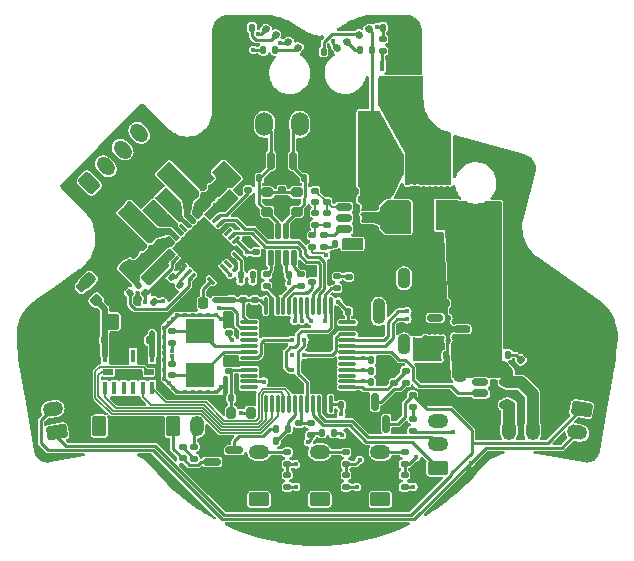
<source format=gtl>
G04 #@! TF.GenerationSoftware,KiCad,Pcbnew,(6.0.0)*
G04 #@! TF.CreationDate,2022-01-08T17:27:50+01:00*
G04 #@! TF.ProjectId,MiniAB-CAN-Board,4d696e69-4142-42d4-9341-4e2d426f6172,1*
G04 #@! TF.SameCoordinates,Original*
G04 #@! TF.FileFunction,Copper,L1,Top*
G04 #@! TF.FilePolarity,Positive*
%FSLAX46Y46*%
G04 Gerber Fmt 4.6, Leading zero omitted, Abs format (unit mm)*
G04 Created by KiCad (PCBNEW (6.0.0)) date 2022-01-08 17:27:50*
%MOMM*%
%LPD*%
G01*
G04 APERTURE LIST*
G04 Aperture macros list*
%AMRoundRect*
0 Rectangle with rounded corners*
0 $1 Rounding radius*
0 $2 $3 $4 $5 $6 $7 $8 $9 X,Y pos of 4 corners*
0 Add a 4 corners polygon primitive as box body*
4,1,4,$2,$3,$4,$5,$6,$7,$8,$9,$2,$3,0*
0 Add four circle primitives for the rounded corners*
1,1,$1+$1,$2,$3*
1,1,$1+$1,$4,$5*
1,1,$1+$1,$6,$7*
1,1,$1+$1,$8,$9*
0 Add four rect primitives between the rounded corners*
20,1,$1+$1,$2,$3,$4,$5,0*
20,1,$1+$1,$4,$5,$6,$7,0*
20,1,$1+$1,$6,$7,$8,$9,0*
20,1,$1+$1,$8,$9,$2,$3,0*%
%AMHorizOval*
0 Thick line with rounded ends*
0 $1 width*
0 $2 $3 position (X,Y) of the first rounded end (center of the circle)*
0 $4 $5 position (X,Y) of the second rounded end (center of the circle)*
0 Add line between two ends*
20,1,$1,$2,$3,$4,$5,0*
0 Add two circle primitives to create the rounded ends*
1,1,$1,$2,$3*
1,1,$1,$4,$5*%
%AMRotRect*
0 Rectangle, with rotation*
0 The origin of the aperture is its center*
0 $1 length*
0 $2 width*
0 $3 Rotation angle, in degrees counterclockwise*
0 Add horizontal line*
21,1,$1,$2,0,0,$3*%
%AMFreePoly0*
4,1,21,1.545000,0.775000,0.925000,0.775000,0.925000,0.525000,1.545000,0.525000,1.545000,0.125000,0.925000,0.125000,0.925000,-0.125000,1.545000,-0.125000,1.545000,-0.525000,0.925000,-0.525000,0.925000,-0.775000,1.545000,-0.775000,1.545000,-1.175000,0.925000,-1.175000,0.925000,-1.125000,-0.925000,-1.125000,-0.925000,1.125000,0.925000,1.125000,0.925000,1.175000,1.545000,1.175000,
1.545000,0.775000,1.545000,0.775000,$1*%
G04 Aperture macros list end*
G04 #@! TA.AperFunction,SMDPad,CuDef*
%ADD10RoundRect,0.140000X0.021213X-0.219203X0.219203X-0.021213X-0.021213X0.219203X-0.219203X0.021213X0*%
G04 #@! TD*
G04 #@! TA.AperFunction,SMDPad,CuDef*
%ADD11RoundRect,0.225000X-0.335876X-0.017678X-0.017678X-0.335876X0.335876X0.017678X0.017678X0.335876X0*%
G04 #@! TD*
G04 #@! TA.AperFunction,SMDPad,CuDef*
%ADD12RoundRect,0.135000X-0.185000X0.135000X-0.185000X-0.135000X0.185000X-0.135000X0.185000X0.135000X0*%
G04 #@! TD*
G04 #@! TA.AperFunction,SMDPad,CuDef*
%ADD13RoundRect,0.200000X-0.335876X-0.053033X-0.053033X-0.335876X0.335876X0.053033X0.053033X0.335876X0*%
G04 #@! TD*
G04 #@! TA.AperFunction,SMDPad,CuDef*
%ADD14R,1.900000X2.500000*%
G04 #@! TD*
G04 #@! TA.AperFunction,SMDPad,CuDef*
%ADD15RoundRect,0.140000X-0.140000X-0.170000X0.140000X-0.170000X0.140000X0.170000X-0.140000X0.170000X0*%
G04 #@! TD*
G04 #@! TA.AperFunction,SMDPad,CuDef*
%ADD16RoundRect,0.250000X0.250000X0.475000X-0.250000X0.475000X-0.250000X-0.475000X0.250000X-0.475000X0*%
G04 #@! TD*
G04 #@! TA.AperFunction,SMDPad,CuDef*
%ADD17RoundRect,0.225000X0.335876X0.017678X0.017678X0.335876X-0.335876X-0.017678X-0.017678X-0.335876X0*%
G04 #@! TD*
G04 #@! TA.AperFunction,SMDPad,CuDef*
%ADD18RoundRect,0.135000X0.135000X0.185000X-0.135000X0.185000X-0.135000X-0.185000X0.135000X-0.185000X0*%
G04 #@! TD*
G04 #@! TA.AperFunction,SMDPad,CuDef*
%ADD19RoundRect,0.140000X0.140000X0.170000X-0.140000X0.170000X-0.140000X-0.170000X0.140000X-0.170000X0*%
G04 #@! TD*
G04 #@! TA.AperFunction,SMDPad,CuDef*
%ADD20RoundRect,0.150000X0.512500X0.150000X-0.512500X0.150000X-0.512500X-0.150000X0.512500X-0.150000X0*%
G04 #@! TD*
G04 #@! TA.AperFunction,SMDPad,CuDef*
%ADD21RoundRect,0.135000X0.185000X-0.135000X0.185000X0.135000X-0.185000X0.135000X-0.185000X-0.135000X0*%
G04 #@! TD*
G04 #@! TA.AperFunction,SMDPad,CuDef*
%ADD22RoundRect,0.150000X0.150000X-0.587500X0.150000X0.587500X-0.150000X0.587500X-0.150000X-0.587500X0*%
G04 #@! TD*
G04 #@! TA.AperFunction,SMDPad,CuDef*
%ADD23RoundRect,0.140000X0.170000X-0.140000X0.170000X0.140000X-0.170000X0.140000X-0.170000X-0.140000X0*%
G04 #@! TD*
G04 #@! TA.AperFunction,SMDPad,CuDef*
%ADD24RoundRect,0.135000X0.226274X0.035355X0.035355X0.226274X-0.226274X-0.035355X-0.035355X-0.226274X0*%
G04 #@! TD*
G04 #@! TA.AperFunction,SMDPad,CuDef*
%ADD25RoundRect,0.250000X-0.450000X-0.425000X0.450000X-0.425000X0.450000X0.425000X-0.450000X0.425000X0*%
G04 #@! TD*
G04 #@! TA.AperFunction,SMDPad,CuDef*
%ADD26RoundRect,0.147500X0.213989X0.075639X-0.041489X0.223139X-0.213989X-0.075639X0.041489X-0.223139X0*%
G04 #@! TD*
G04 #@! TA.AperFunction,SMDPad,CuDef*
%ADD27RoundRect,0.250000X-0.159099X0.512652X-0.512652X0.159099X0.159099X-0.512652X0.512652X-0.159099X0*%
G04 #@! TD*
G04 #@! TA.AperFunction,SMDPad,CuDef*
%ADD28RoundRect,0.250000X0.159099X-0.512652X0.512652X-0.159099X-0.159099X0.512652X-0.512652X0.159099X0*%
G04 #@! TD*
G04 #@! TA.AperFunction,SMDPad,CuDef*
%ADD29RoundRect,0.150000X-0.512500X-0.150000X0.512500X-0.150000X0.512500X0.150000X-0.512500X0.150000X0*%
G04 #@! TD*
G04 #@! TA.AperFunction,SMDPad,CuDef*
%ADD30RoundRect,0.075000X-0.662500X-0.075000X0.662500X-0.075000X0.662500X0.075000X-0.662500X0.075000X0*%
G04 #@! TD*
G04 #@! TA.AperFunction,SMDPad,CuDef*
%ADD31RoundRect,0.075000X-0.075000X-0.662500X0.075000X-0.662500X0.075000X0.662500X-0.075000X0.662500X0*%
G04 #@! TD*
G04 #@! TA.AperFunction,ComponentPad*
%ADD32RoundRect,0.250000X0.194454X-0.689429X0.689429X-0.194454X-0.194454X0.689429X-0.689429X0.194454X0*%
G04 #@! TD*
G04 #@! TA.AperFunction,ComponentPad*
%ADD33HorizOval,1.200000X-0.194454X0.194454X0.194454X-0.194454X0*%
G04 #@! TD*
G04 #@! TA.AperFunction,SMDPad,CuDef*
%ADD34R,0.400000X0.830000*%
G04 #@! TD*
G04 #@! TA.AperFunction,SMDPad,CuDef*
%ADD35FreePoly0,270.000000*%
G04 #@! TD*
G04 #@! TA.AperFunction,SMDPad,CuDef*
%ADD36RoundRect,0.150000X0.587500X0.150000X-0.587500X0.150000X-0.587500X-0.150000X0.587500X-0.150000X0*%
G04 #@! TD*
G04 #@! TA.AperFunction,SMDPad,CuDef*
%ADD37RoundRect,0.147500X0.172500X-0.147500X0.172500X0.147500X-0.172500X0.147500X-0.172500X-0.147500X0*%
G04 #@! TD*
G04 #@! TA.AperFunction,SMDPad,CuDef*
%ADD38RoundRect,0.250000X0.539169X-0.981111X0.981111X-0.539169X-0.539169X0.981111X-0.981111X0.539169X0*%
G04 #@! TD*
G04 #@! TA.AperFunction,SMDPad,CuDef*
%ADD39RotRect,0.254000X0.762000X135.000000*%
G04 #@! TD*
G04 #@! TA.AperFunction,SMDPad,CuDef*
%ADD40RotRect,0.254000X0.762000X45.000000*%
G04 #@! TD*
G04 #@! TA.AperFunction,SMDPad,CuDef*
%ADD41RotRect,3.810000X3.810000X45.000000*%
G04 #@! TD*
G04 #@! TA.AperFunction,SMDPad,CuDef*
%ADD42RoundRect,0.200000X-0.275000X0.200000X-0.275000X-0.200000X0.275000X-0.200000X0.275000X0.200000X0*%
G04 #@! TD*
G04 #@! TA.AperFunction,ComponentPad*
%ADD43RoundRect,0.250000X0.676282X-0.236153X0.554728X0.453213X-0.676282X0.236153X-0.554728X-0.453213X0*%
G04 #@! TD*
G04 #@! TA.AperFunction,ComponentPad*
%ADD44HorizOval,1.200000X0.270822X0.047753X-0.270822X-0.047753X0*%
G04 #@! TD*
G04 #@! TA.AperFunction,SMDPad,CuDef*
%ADD45R,2.400000X2.000000*%
G04 #@! TD*
G04 #@! TA.AperFunction,SMDPad,CuDef*
%ADD46RoundRect,0.140000X-0.170000X0.140000X-0.170000X-0.140000X0.170000X-0.140000X0.170000X0.140000X0*%
G04 #@! TD*
G04 #@! TA.AperFunction,SMDPad,CuDef*
%ADD47RoundRect,0.150000X-0.150000X0.587500X-0.150000X-0.587500X0.150000X-0.587500X0.150000X0.587500X0*%
G04 #@! TD*
G04 #@! TA.AperFunction,ComponentPad*
%ADD48C,0.800000*%
G04 #@! TD*
G04 #@! TA.AperFunction,ComponentPad*
%ADD49C,6.400000*%
G04 #@! TD*
G04 #@! TA.AperFunction,SMDPad,CuDef*
%ADD50RoundRect,0.140000X-0.219203X-0.021213X-0.021213X-0.219203X0.219203X0.021213X0.021213X0.219203X0*%
G04 #@! TD*
G04 #@! TA.AperFunction,SMDPad,CuDef*
%ADD51RoundRect,0.135000X-0.135000X-0.185000X0.135000X-0.185000X0.135000X0.185000X-0.135000X0.185000X0*%
G04 #@! TD*
G04 #@! TA.AperFunction,SMDPad,CuDef*
%ADD52RoundRect,0.140000X0.219203X0.021213X0.021213X0.219203X-0.219203X-0.021213X-0.021213X-0.219203X0*%
G04 #@! TD*
G04 #@! TA.AperFunction,SMDPad,CuDef*
%ADD53RoundRect,0.200000X-0.200000X-0.275000X0.200000X-0.275000X0.200000X0.275000X-0.200000X0.275000X0*%
G04 #@! TD*
G04 #@! TA.AperFunction,SMDPad,CuDef*
%ADD54RoundRect,0.147500X-0.041489X-0.223139X0.213989X-0.075639X0.041489X0.223139X-0.213989X0.075639X0*%
G04 #@! TD*
G04 #@! TA.AperFunction,SMDPad,CuDef*
%ADD55RoundRect,0.225000X0.225000X0.250000X-0.225000X0.250000X-0.225000X-0.250000X0.225000X-0.250000X0*%
G04 #@! TD*
G04 #@! TA.AperFunction,SMDPad,CuDef*
%ADD56R,0.449200X1.117800*%
G04 #@! TD*
G04 #@! TA.AperFunction,SMDPad,CuDef*
%ADD57R,0.813000X0.500000*%
G04 #@! TD*
G04 #@! TA.AperFunction,ComponentPad*
%ADD58RoundRect,0.250000X-0.554728X0.453213X-0.676282X-0.236153X0.554728X-0.453213X0.676282X0.236153X0*%
G04 #@! TD*
G04 #@! TA.AperFunction,ComponentPad*
%ADD59HorizOval,1.200000X-0.270822X0.047753X0.270822X-0.047753X0*%
G04 #@! TD*
G04 #@! TA.AperFunction,SMDPad,CuDef*
%ADD60RoundRect,0.147500X-0.172500X0.147500X-0.172500X-0.147500X0.172500X-0.147500X0.172500X0.147500X0*%
G04 #@! TD*
G04 #@! TA.AperFunction,SMDPad,CuDef*
%ADD61RoundRect,0.140000X-0.021213X0.219203X-0.219203X0.021213X0.021213X-0.219203X0.219203X-0.021213X0*%
G04 #@! TD*
G04 #@! TA.AperFunction,SMDPad,CuDef*
%ADD62RoundRect,0.147500X0.147500X0.172500X-0.147500X0.172500X-0.147500X-0.172500X0.147500X-0.172500X0*%
G04 #@! TD*
G04 #@! TA.AperFunction,SMDPad,CuDef*
%ADD63RoundRect,0.135000X-0.226274X-0.035355X-0.035355X-0.226274X0.226274X0.035355X0.035355X0.226274X0*%
G04 #@! TD*
G04 #@! TA.AperFunction,SMDPad,CuDef*
%ADD64RoundRect,0.200000X0.275000X-0.200000X0.275000X0.200000X-0.275000X0.200000X-0.275000X-0.200000X0*%
G04 #@! TD*
G04 #@! TA.AperFunction,SMDPad,CuDef*
%ADD65RoundRect,0.125000X0.125000X-0.537500X0.125000X0.537500X-0.125000X0.537500X-0.125000X-0.537500X0*%
G04 #@! TD*
G04 #@! TA.AperFunction,SMDPad,CuDef*
%ADD66RoundRect,0.250000X-0.539169X0.981111X-0.981111X0.539169X0.539169X-0.981111X0.981111X-0.539169X0*%
G04 #@! TD*
G04 #@! TA.AperFunction,ComponentPad*
%ADD67RoundRect,0.250000X0.625000X-0.350000X0.625000X0.350000X-0.625000X0.350000X-0.625000X-0.350000X0*%
G04 #@! TD*
G04 #@! TA.AperFunction,ComponentPad*
%ADD68O,1.750000X1.200000*%
G04 #@! TD*
G04 #@! TA.AperFunction,ComponentPad*
%ADD69RoundRect,0.250000X-0.350000X-0.625000X0.350000X-0.625000X0.350000X0.625000X-0.350000X0.625000X0*%
G04 #@! TD*
G04 #@! TA.AperFunction,ComponentPad*
%ADD70O,1.200000X1.750000*%
G04 #@! TD*
G04 #@! TA.AperFunction,ComponentPad*
%ADD71RoundRect,0.250001X0.499999X0.759999X-0.499999X0.759999X-0.499999X-0.759999X0.499999X-0.759999X0*%
G04 #@! TD*
G04 #@! TA.AperFunction,ComponentPad*
%ADD72O,1.500000X2.020000*%
G04 #@! TD*
G04 #@! TA.AperFunction,ComponentPad*
%ADD73RoundRect,0.250001X0.353553X-0.612371X0.612371X0.353553X-0.353553X0.612371X-0.612371X-0.353553X0*%
G04 #@! TD*
G04 #@! TA.AperFunction,ComponentPad*
%ADD74C,1.500000*%
G04 #@! TD*
G04 #@! TA.AperFunction,ComponentPad*
%ADD75O,1.100000X1.800000*%
G04 #@! TD*
G04 #@! TA.AperFunction,ComponentPad*
%ADD76O,1.100000X2.200000*%
G04 #@! TD*
G04 #@! TA.AperFunction,ViaPad*
%ADD77C,0.450000*%
G04 #@! TD*
G04 #@! TA.AperFunction,Conductor*
%ADD78C,0.508000*%
G04 #@! TD*
G04 #@! TA.AperFunction,Conductor*
%ADD79C,0.254000*%
G04 #@! TD*
G04 #@! TA.AperFunction,Conductor*
%ADD80C,0.127000*%
G04 #@! TD*
G04 #@! TA.AperFunction,Conductor*
%ADD81C,1.016000*%
G04 #@! TD*
G04 APERTURE END LIST*
D10*
G04 #@! TO.P,C35,1*
G04 #@! TO.N,BRA*
X203593990Y-59939608D03*
G04 #@! TO.P,C35,2*
G04 #@! TO.N,GND*
X204272812Y-59260786D03*
G04 #@! TD*
D11*
G04 #@! TO.P,C41,1*
G04 #@! TO.N,GND*
X199079111Y-60247199D03*
G04 #@! TO.P,C41,2*
G04 #@! TO.N,B1*
X200175127Y-61343215D03*
G04 #@! TD*
D12*
G04 #@! TO.P,R22,1*
G04 #@! TO.N,Net-(J14-Pad3)*
X211440000Y-81730000D03*
G04 #@! TO.P,R22,2*
G04 #@! TO.N,PROBE*
X211440000Y-82750000D03*
G04 #@! TD*
D13*
G04 #@! TO.P,FB1,1*
G04 #@! TO.N,VBAT*
X194086637Y-67686637D03*
G04 #@! TO.P,FB1,2*
G04 #@! TO.N,Net-(C1-Pad1)*
X195253363Y-68853363D03*
G04 #@! TD*
D12*
G04 #@! TO.P,R32,1*
G04 #@! TO.N,GND*
X214810000Y-59550000D03*
G04 #@! TO.P,R32,2*
G04 #@! TO.N,/FB*
X214810000Y-60570000D03*
G04 #@! TD*
D11*
G04 #@! TO.P,C36,1*
G04 #@! TO.N,GND*
X200153478Y-59171959D03*
G04 #@! TO.P,C36,2*
G04 #@! TO.N,A1*
X201249494Y-60267975D03*
G04 #@! TD*
D14*
G04 #@! TO.P,L2,1,1*
G04 #@! TO.N,/SW*
X220830000Y-61690000D03*
G04 #@! TO.P,L2,2,2*
G04 #@! TO.N,+5V*
X224930000Y-61690000D03*
G04 #@! TD*
D15*
G04 #@! TO.P,C3,1*
G04 #@! TO.N,Net-(C1-Pad1)*
X195930000Y-72256500D03*
G04 #@! TO.P,C3,2*
G04 #@! TO.N,GND*
X196890000Y-72256500D03*
G04 #@! TD*
D16*
G04 #@! TO.P,C21,1*
G04 #@! TO.N,TMC_VS*
X218370000Y-56158544D03*
G04 #@! TO.P,C21,2*
G04 #@! TO.N,GND*
X216470000Y-56158544D03*
G04 #@! TD*
D17*
G04 #@! TO.P,C45,1*
G04 #@! TO.N,GND*
X200913560Y-67986977D03*
G04 #@! TO.P,C45,2*
G04 #@! TO.N,B2*
X199817544Y-66890961D03*
G04 #@! TD*
D12*
G04 #@! TO.P,R21,1*
G04 #@! TO.N,PROBE*
X211440000Y-83650000D03*
G04 #@! TO.P,R21,2*
G04 #@! TO.N,VBAT*
X211440000Y-84670000D03*
G04 #@! TD*
D18*
G04 #@! TO.P,R25,1*
G04 #@! TO.N,ST_TX*
X208510000Y-66710000D03*
G04 #@! TO.P,R25,2*
G04 #@! TO.N,ST_RX*
X207490000Y-66710000D03*
G04 #@! TD*
D19*
G04 #@! TO.P,C42,1*
G04 #@! TO.N,/SW*
X216430000Y-64100000D03*
G04 #@! TO.P,C42,2*
G04 #@! TO.N,Net-(C42-Pad2)*
X215470000Y-64100000D03*
G04 #@! TD*
D18*
G04 #@! TO.P,R5,1*
G04 #@! TO.N,GND*
X211490000Y-80790000D03*
G04 #@! TO.P,R5,2*
G04 #@! TO.N,HE-FAN*
X210470000Y-80790000D03*
G04 #@! TD*
D20*
G04 #@! TO.P,U4,1,IN*
G04 #@! TO.N,+5V*
X226247500Y-72270000D03*
G04 #@! TO.P,U4,2,GND*
G04 #@! TO.N,GND*
X226247500Y-71320000D03*
G04 #@! TO.P,U4,3,EN*
G04 #@! TO.N,+5V*
X226247500Y-70370000D03*
G04 #@! TO.P,U4,4,NC*
G04 #@! TO.N,unconnected-(U4-Pad4)*
X223972500Y-70370000D03*
G04 #@! TO.P,U4,5,OUT*
G04 #@! TO.N,VBAT*
X223972500Y-72270000D03*
G04 #@! TD*
D21*
G04 #@! TO.P,R37,1*
G04 #@! TO.N,Net-(R31-Pad2)*
X213800000Y-62480000D03*
G04 #@! TO.P,R37,2*
G04 #@! TO.N,Net-(C20-Pad1)*
X213800000Y-61460000D03*
G04 #@! TD*
D18*
G04 #@! TO.P,R20,1*
G04 #@! TO.N,Net-(D7-Pad1)*
X210440000Y-47710000D03*
G04 #@! TO.P,R20,2*
G04 #@! TO.N,LED0*
X209420000Y-47710000D03*
G04 #@! TD*
D22*
G04 #@! TO.P,D8,1,K*
G04 #@! TO.N,CANH*
X210050000Y-57055000D03*
G04 #@! TO.P,D8,2,K*
G04 #@! TO.N,CANL*
X211950000Y-57055000D03*
G04 #@! TO.P,D8,3,A*
G04 #@! TO.N,GND*
X211000000Y-55180000D03*
G04 #@! TD*
D18*
G04 #@! TO.P,R17,1*
G04 #@! TO.N,Net-(D6-Pad1)*
X208450000Y-45790000D03*
G04 #@! TO.P,R17,2*
G04 #@! TO.N,GND*
X207430000Y-45790000D03*
G04 #@! TD*
D23*
G04 #@! TO.P,C18,1*
G04 #@! TO.N,VBAT*
X222540000Y-72590000D03*
G04 #@! TO.P,C18,2*
G04 #@! TO.N,GND*
X222540000Y-71630000D03*
G04 #@! TD*
G04 #@! TO.P,C6,1*
G04 #@! TO.N,VBAT*
X206730000Y-68860000D03*
G04 #@! TO.P,C6,2*
G04 #@! TO.N,GND*
X206730000Y-67900000D03*
G04 #@! TD*
D24*
G04 #@! TO.P,R23,1*
G04 #@! TO.N,VBAT*
X200141248Y-68991248D03*
G04 #@! TO.P,R23,2*
G04 #@! TO.N,ST_ENN*
X199420000Y-68270000D03*
G04 #@! TD*
D25*
G04 #@! TO.P,C1,1*
G04 #@! TO.N,Net-(C1-Pad1)*
X196512500Y-70680000D03*
G04 #@! TO.P,C1,2*
G04 #@! TO.N,GND*
X199212500Y-70680000D03*
G04 #@! TD*
D26*
G04 #@! TO.P,D7,1,K*
G04 #@! TO.N,Net-(D7-Pad1)*
X212370000Y-47512500D03*
G04 #@! TO.P,D7,2,A*
G04 #@! TO.N,VBAT*
X211529956Y-47027500D03*
G04 #@! TD*
D23*
G04 #@! TO.P,C2,1*
G04 #@! TO.N,GND*
X201670000Y-72470000D03*
G04 #@! TO.P,C2,2*
G04 #@! TO.N,OSC_IN*
X201670000Y-71510000D03*
G04 #@! TD*
D21*
G04 #@! TO.P,R9,1*
G04 #@! TO.N,Net-(Q3-Pad2)*
X219530000Y-47760000D03*
G04 #@! TO.P,R9,2*
G04 #@! TO.N,HEATER*
X219530000Y-46740000D03*
G04 #@! TD*
D16*
G04 #@! TO.P,C24,1*
G04 #@! TO.N,TMC_VS*
X218370000Y-58178545D03*
G04 #@! TO.P,C24,2*
G04 #@! TO.N,GND*
X216470000Y-58178545D03*
G04 #@! TD*
D12*
G04 #@! TO.P,R31,1*
G04 #@! TO.N,/FB*
X214810000Y-61470000D03*
G04 #@! TO.P,R31,2*
G04 #@! TO.N,Net-(R31-Pad2)*
X214810000Y-62490000D03*
G04 #@! TD*
D26*
G04 #@! TO.P,D6,1,K*
G04 #@! TO.N,Net-(D6-Pad1)*
X210460022Y-46422500D03*
G04 #@! TO.P,D6,2,A*
G04 #@! TO.N,VBAT*
X209619978Y-45937500D03*
G04 #@! TD*
D27*
G04 #@! TO.P,C43,1*
G04 #@! TO.N,TMC_VS*
X197958350Y-66296498D03*
G04 #@! TO.P,C43,2*
G04 #@! TO.N,GND*
X196614848Y-67640000D03*
G04 #@! TD*
D28*
G04 #@! TO.P,C25,1*
G04 #@! TO.N,TMC_VS*
X206210287Y-58058703D03*
G04 #@! TO.P,C25,2*
G04 #@! TO.N,GND*
X207553789Y-56715201D03*
G04 #@! TD*
D29*
G04 #@! TO.P,U3,1*
G04 #@! TO.N,N/C*
X227792500Y-75820000D03*
G04 #@! TO.P,U3,2*
G04 #@! TO.N,NEOPIXEL*
X227792500Y-76770000D03*
G04 #@! TO.P,U3,3,GND*
G04 #@! TO.N,GND*
X227792500Y-77720000D03*
G04 #@! TO.P,U3,4*
G04 #@! TO.N,Net-(J7-Pad2)*
X230067500Y-77720000D03*
G04 #@! TO.P,U3,5,VCC*
G04 #@! TO.N,+5V*
X230067500Y-75820000D03*
G04 #@! TD*
D15*
G04 #@! TO.P,C33,1*
G04 #@! TO.N,CANH*
X209070000Y-58560000D03*
G04 #@! TO.P,C33,2*
G04 #@! TO.N,GND*
X210030000Y-58560000D03*
G04 #@! TD*
G04 #@! TO.P,C23,1*
G04 #@! TO.N,PROBE*
X218550000Y-73900000D03*
G04 #@! TO.P,C23,2*
G04 #@! TO.N,GND*
X219510000Y-73900000D03*
G04 #@! TD*
D16*
G04 #@! TO.P,C49,1*
G04 #@! TO.N,+5V*
X226080000Y-65580000D03*
G04 #@! TO.P,C49,2*
G04 #@! TO.N,GND*
X224180000Y-65580000D03*
G04 #@! TD*
D30*
G04 #@! TO.P,U2,1,VBAT*
G04 #@! TO.N,VBAT*
X208197500Y-70750000D03*
G04 #@! TO.P,U2,2,PC13*
G04 #@! TO.N,ST_ENN*
X208197500Y-71250000D03*
G04 #@! TO.P,U2,3,PC14*
G04 #@! TO.N,unconnected-(U2-Pad3)*
X208197500Y-71750000D03*
G04 #@! TO.P,U2,4,PC15*
G04 #@! TO.N,unconnected-(U2-Pad4)*
X208197500Y-72250000D03*
G04 #@! TO.P,U2,5,PD0*
G04 #@! TO.N,OSC_IN*
X208197500Y-72750000D03*
G04 #@! TO.P,U2,6,PD1*
G04 #@! TO.N,OSC_OUT*
X208197500Y-73250000D03*
G04 #@! TO.P,U2,7,NRST*
G04 #@! TO.N,NRST*
X208197500Y-73750000D03*
G04 #@! TO.P,U2,8,VSSA*
G04 #@! TO.N,GND*
X208197500Y-74250000D03*
G04 #@! TO.P,U2,9,VDDA*
G04 #@! TO.N,VDDA*
X208197500Y-74750000D03*
G04 #@! TO.P,U2,10,PA0*
G04 #@! TO.N,unconnected-(U2-Pad10)*
X208197500Y-75250000D03*
G04 #@! TO.P,U2,11,PA1*
G04 #@! TO.N,LED0*
X208197500Y-75750000D03*
G04 #@! TO.P,U2,12,PA2*
G04 #@! TO.N,unconnected-(U2-Pad12)*
X208197500Y-76250000D03*
D31*
G04 #@! TO.P,U2,13,PA3*
G04 #@! TO.N,ADXL_INT1*
X209610000Y-77662500D03*
G04 #@! TO.P,U2,14,PA4*
G04 #@! TO.N,ADXL_CS*
X210110000Y-77662500D03*
G04 #@! TO.P,U2,15,PA5*
G04 #@! TO.N,SCLK*
X210610000Y-77662500D03*
G04 #@! TO.P,U2,16,PA6*
G04 #@! TO.N,SDO*
X211110000Y-77662500D03*
G04 #@! TO.P,U2,17,PA7*
G04 #@! TO.N,SDI*
X211610000Y-77662500D03*
G04 #@! TO.P,U2,18,PB0*
G04 #@! TO.N,HE-FAN*
X212110000Y-77662500D03*
G04 #@! TO.P,U2,19,PB1*
G04 #@! TO.N,TH0*
X212610000Y-77662500D03*
G04 #@! TO.P,U2,20,PB2*
G04 #@! TO.N,BOOT1*
X213110000Y-77662500D03*
G04 #@! TO.P,U2,21,PB10*
G04 #@! TO.N,SCL*
X213610000Y-77662500D03*
G04 #@! TO.P,U2,22,PB11*
G04 #@! TO.N,SDA*
X214110000Y-77662500D03*
G04 #@! TO.P,U2,23,VSS*
G04 #@! TO.N,GND*
X214610000Y-77662500D03*
G04 #@! TO.P,U2,24,VDD*
G04 #@! TO.N,VBAT*
X215110000Y-77662500D03*
D30*
G04 #@! TO.P,U2,25,PB12*
G04 #@! TO.N,PC-FAN*
X216522500Y-76250000D03*
G04 #@! TO.P,U2,26,PB13*
G04 #@! TO.N,ENDSTOP2*
X216522500Y-75750000D03*
G04 #@! TO.P,U2,27,PB14*
G04 #@! TO.N,unconnected-(U2-Pad27)*
X216522500Y-75250000D03*
G04 #@! TO.P,U2,28,PB15*
G04 #@! TO.N,ENDSTOP1*
X216522500Y-74750000D03*
G04 #@! TO.P,U2,29,PA8*
G04 #@! TO.N,unconnected-(U2-Pad29)*
X216522500Y-74250000D03*
G04 #@! TO.P,U2,30,PA9*
G04 #@! TO.N,PROBE*
X216522500Y-73750000D03*
G04 #@! TO.P,U2,31,PA10*
G04 #@! TO.N,NEOPIXEL*
X216522500Y-73250000D03*
G04 #@! TO.P,U2,32,PA11*
G04 #@! TO.N,USB_DM*
X216522500Y-72750000D03*
G04 #@! TO.P,U2,33,PA12*
G04 #@! TO.N,USB_DP*
X216522500Y-72250000D03*
G04 #@! TO.P,U2,34,PA13*
G04 #@! TO.N,SWDIO*
X216522500Y-71750000D03*
G04 #@! TO.P,U2,35,VSS*
G04 #@! TO.N,GND*
X216522500Y-71250000D03*
G04 #@! TO.P,U2,36,VDD*
G04 #@! TO.N,VBAT*
X216522500Y-70750000D03*
D31*
G04 #@! TO.P,U2,37,PA14*
G04 #@! TO.N,SWCLK*
X215110000Y-69337500D03*
G04 #@! TO.P,U2,38,PA15*
G04 #@! TO.N,ST_DIAG*
X214610000Y-69337500D03*
G04 #@! TO.P,U2,39,PB3*
G04 #@! TO.N,ST_DIR*
X214110000Y-69337500D03*
G04 #@! TO.P,U2,40,PB4*
G04 #@! TO.N,ST_STEP*
X213610000Y-69337500D03*
G04 #@! TO.P,U2,41,PB5*
G04 #@! TO.N,HEATER*
X213110000Y-69337500D03*
G04 #@! TO.P,U2,42,PB6*
G04 #@! TO.N,ST_TX*
X212610000Y-69337500D03*
G04 #@! TO.P,U2,43,PB7*
G04 #@! TO.N,ST_RX*
X212110000Y-69337500D03*
G04 #@! TO.P,U2,44,BOOT0*
G04 #@! TO.N,Net-(R4-Pad2)*
X211610000Y-69337500D03*
G04 #@! TO.P,U2,45,PB8*
G04 #@! TO.N,CAN_RX*
X211110000Y-69337500D03*
G04 #@! TO.P,U2,46,PB9*
G04 #@! TO.N,CAN_TX*
X210610000Y-69337500D03*
G04 #@! TO.P,U2,47,VSS*
G04 #@! TO.N,GND*
X210110000Y-69337500D03*
G04 #@! TO.P,U2,48,VDD*
G04 #@! TO.N,VBAT*
X209610000Y-69337500D03*
G04 #@! TD*
D32*
G04 #@! TO.P,J8,1,Pin_1*
G04 #@! TO.N,B2*
X194665786Y-58944214D03*
D33*
G04 #@! TO.P,J8,2,Pin_2*
G04 #@! TO.N,B1*
X196080000Y-57530000D03*
G04 #@! TO.P,J8,3,Pin_3*
G04 #@! TO.N,A1*
X197494213Y-56115787D03*
G04 #@! TO.P,J8,4,Pin_4*
G04 #@! TO.N,A2*
X198908427Y-54701573D03*
G04 #@! TD*
D18*
G04 #@! TO.P,R10,1*
G04 #@! TO.N,TMC_VS*
X218580000Y-47710000D03*
G04 #@! TO.P,R10,2*
G04 #@! TO.N,Net-(D3-Pad2)*
X217560000Y-47710000D03*
G04 #@! TD*
D23*
G04 #@! TO.P,C11,1*
G04 #@! TO.N,VBAT*
X207710000Y-68860000D03*
G04 #@! TO.P,C11,2*
G04 #@! TO.N,GND*
X207710000Y-67900000D03*
G04 #@! TD*
D12*
G04 #@! TO.P,R14,1*
G04 #@! TO.N,ENDSTOP1*
X221370000Y-83650000D03*
G04 #@! TO.P,R14,2*
G04 #@! TO.N,VBAT*
X221370000Y-84670000D03*
G04 #@! TD*
D34*
G04 #@! TO.P,Q3,1,S*
G04 #@! TO.N,GND*
X220095000Y-49015000D03*
X220745000Y-49015000D03*
X221395000Y-49015000D03*
G04 #@! TO.P,Q3,2,G*
G04 #@! TO.N,Net-(Q3-Pad2)*
X219445000Y-49015000D03*
D35*
G04 #@! TO.P,Q3,3,D*
G04 #@! TO.N,Net-(D3-Pad1)*
X220420000Y-50955000D03*
G04 #@! TD*
D23*
G04 #@! TO.P,C9,1*
G04 #@! TO.N,VBAT*
X208690000Y-68860000D03*
G04 #@! TO.P,C9,2*
G04 #@! TO.N,GND*
X208690000Y-67900000D03*
G04 #@! TD*
D12*
G04 #@! TO.P,R24,1*
G04 #@! TO.N,Net-(D9-Pad2)*
X215660000Y-66850000D03*
G04 #@! TO.P,R24,2*
G04 #@! TO.N,ST_DIAG*
X215660000Y-67870000D03*
G04 #@! TD*
D36*
G04 #@! TO.P,Q2,1,S*
G04 #@! TO.N,GND*
X206955000Y-83490000D03*
G04 #@! TO.P,Q2,2,G*
G04 #@! TO.N,Net-(Q2-Pad2)*
X206955000Y-81590000D03*
G04 #@! TO.P,Q2,3,D*
G04 #@! TO.N,Net-(D2-Pad1)*
X205080000Y-82540000D03*
G04 #@! TD*
D37*
G04 #@! TO.P,D9,1,K*
G04 #@! TO.N,GND*
X216660000Y-67845000D03*
G04 #@! TO.P,D9,2,A*
G04 #@! TO.N,Net-(D9-Pad2)*
X216660000Y-66875000D03*
G04 #@! TD*
D15*
G04 #@! TO.P,C13,1*
G04 #@! TO.N,VDDA*
X206690000Y-77160000D03*
G04 #@! TO.P,C13,2*
G04 #@! TO.N,GND*
X207650000Y-77160000D03*
G04 #@! TD*
D16*
G04 #@! TO.P,C22,1*
G04 #@! TO.N,+5V*
X226087135Y-75039502D03*
G04 #@! TO.P,C22,2*
G04 #@! TO.N,GND*
X224187135Y-75039502D03*
G04 #@! TD*
D38*
G04 #@! TO.P,R30,1*
G04 #@! TO.N,GND*
X196492870Y-64070879D03*
G04 #@! TO.P,R30,2*
G04 #@! TO.N,BRB*
X198561158Y-62002591D03*
G04 #@! TD*
D39*
G04 #@! TO.P,U5,1,OB2*
G04 #@! TO.N,B2*
X201581776Y-65113578D03*
G04 #@! TO.P,U5,2,ENN*
G04 #@! TO.N,ST_ENN*
X201935329Y-65467130D03*
G04 #@! TO.P,U5,3,GND*
G04 #@! TO.N,GND*
X202288883Y-65820685D03*
G04 #@! TO.P,U5,4,CPO*
G04 #@! TO.N,Net-(C26-Pad1)*
X202642436Y-66174238D03*
G04 #@! TO.P,U5,5,CPI*
G04 #@! TO.N,Net-(C26-Pad2)*
X202995989Y-66527791D03*
G04 #@! TO.P,U5,6,VCP*
G04 #@! TO.N,Net-(C27-Pad1)*
X203349544Y-66881345D03*
G04 #@! TO.P,U5,7,SPREAD*
G04 #@! TO.N,GND*
X203703096Y-67234898D03*
D40*
G04 #@! TO.P,U5,8,5VOUT*
G04 #@! TO.N,Net-(C28-Pad1)*
X205012234Y-67234898D03*
G04 #@! TO.P,U5,9,MS1_AD0*
G04 #@! TO.N,GND*
X205365786Y-66881345D03*
G04 #@! TO.P,U5,10,MS2_AD1*
X205719341Y-66527791D03*
G04 #@! TO.P,U5,11,DIAG*
G04 #@! TO.N,ST_DIAG*
X206072894Y-66174238D03*
G04 #@! TO.P,U5,12,INDEX*
G04 #@! TO.N,unconnected-(U5-Pad12)*
X206426447Y-65820685D03*
G04 #@! TO.P,U5,13,CLK*
G04 #@! TO.N,GND*
X206780001Y-65467130D03*
G04 #@! TO.P,U5,14,PDN_UART*
G04 #@! TO.N,ST_RX*
X207133554Y-65113578D03*
D39*
G04 #@! TO.P,U5,15,VCC_IO*
G04 #@! TO.N,VBAT*
X207133554Y-63804440D03*
G04 #@! TO.P,U5,16,STEP*
G04 #@! TO.N,ST_STEP*
X206780001Y-63450888D03*
G04 #@! TO.P,U5,17,VREF*
G04 #@! TO.N,unconnected-(U5-Pad17)*
X206426447Y-63097333D03*
G04 #@! TO.P,U5,18,GND*
G04 #@! TO.N,GND*
X206072894Y-62743780D03*
G04 #@! TO.P,U5,19,DIR*
G04 #@! TO.N,ST_DIR*
X205719341Y-62390227D03*
G04 #@! TO.P,U5,20,STDBY*
G04 #@! TO.N,Net-(R35-Pad1)*
X205365786Y-62036673D03*
G04 #@! TO.P,U5,21,OA2*
G04 #@! TO.N,A2*
X205012234Y-61683120D03*
D40*
G04 #@! TO.P,U5,22,VS*
G04 #@! TO.N,TMC_VS*
X203703096Y-61683120D03*
G04 #@! TO.P,U5,23,BRA*
G04 #@! TO.N,BRA*
X203349544Y-62036673D03*
G04 #@! TO.P,U5,24,OA1*
G04 #@! TO.N,A1*
X202995989Y-62390227D03*
G04 #@! TO.P,U5,25,NC*
G04 #@! TO.N,unconnected-(U5-Pad25)*
X202642436Y-62743780D03*
G04 #@! TO.P,U5,26,OB1*
G04 #@! TO.N,B1*
X202288883Y-63097333D03*
G04 #@! TO.P,U5,27,BRB*
G04 #@! TO.N,BRB*
X201935329Y-63450888D03*
G04 #@! TO.P,U5,28,VS*
G04 #@! TO.N,TMC_VS*
X201581776Y-63804440D03*
D41*
G04 #@! TO.P,U5,29,GND*
G04 #@! TO.N,GND*
X204357665Y-64459009D03*
G04 #@! TD*
D42*
G04 #@! TO.P,R27,1*
G04 #@! TO.N,Net-(C29-Pad1)*
X209730000Y-59740000D03*
G04 #@! TO.P,R27,2*
G04 #@! TO.N,CANH*
X209730000Y-61390000D03*
G04 #@! TD*
D43*
G04 #@! TO.P,J2,1,Pin_1*
G04 #@! TO.N,Net-(D1-Pad1)*
X191920000Y-80050000D03*
D44*
G04 #@! TO.P,J2,2,Pin_2*
G04 #@! TO.N,Net-(J1-Pad2)*
X191572704Y-78080384D03*
G04 #@! TD*
D12*
G04 #@! TO.P,R36,1*
G04 #@! TO.N,Net-(R31-Pad2)*
X213530000Y-63380000D03*
G04 #@! TO.P,R36,2*
G04 #@! TO.N,+5V*
X213530000Y-64400000D03*
G04 #@! TD*
G04 #@! TO.P,R15,1*
G04 #@! TO.N,Net-(J12-Pad3)*
X221370000Y-81730000D03*
G04 #@! TO.P,R15,2*
G04 #@! TO.N,ENDSTOP1*
X221370000Y-82750000D03*
G04 #@! TD*
D21*
G04 #@! TO.P,R35,1*
G04 #@! TO.N,Net-(R35-Pad1)*
X208110000Y-59540000D03*
G04 #@! TO.P,R35,2*
G04 #@! TO.N,GND*
X208110000Y-58520000D03*
G04 #@! TD*
G04 #@! TO.P,R12,1*
G04 #@! TO.N,Net-(J4-Pad1)*
X213420000Y-80310000D03*
G04 #@! TO.P,R12,2*
G04 #@! TO.N,TH0*
X213420000Y-79290000D03*
G04 #@! TD*
D18*
G04 #@! TO.P,R13,1*
G04 #@! TO.N,Net-(D4-Pad1)*
X214510000Y-47830000D03*
G04 #@! TO.P,R13,2*
G04 #@! TO.N,GND*
X213490000Y-47830000D03*
G04 #@! TD*
D12*
G04 #@! TO.P,R7,1*
G04 #@! TO.N,Net-(J3-Pad2)*
X203570000Y-81260000D03*
G04 #@! TO.P,R7,2*
G04 #@! TO.N,Net-(D2-Pad2)*
X203570000Y-82280000D03*
G04 #@! TD*
D21*
G04 #@! TO.P,R3,1*
G04 #@! TO.N,Net-(J1-Pad2)*
X222050000Y-79910000D03*
G04 #@! TO.P,R3,2*
G04 #@! TO.N,Net-(D1-Pad2)*
X222050000Y-78890000D03*
G04 #@! TD*
D12*
G04 #@! TO.P,R4,1*
G04 #@! TO.N,GND*
X213550000Y-66300000D03*
G04 #@! TO.P,R4,2*
G04 #@! TO.N,Net-(R4-Pad2)*
X213550000Y-67320000D03*
G04 #@! TD*
D18*
G04 #@! TO.P,R8,1*
G04 #@! TO.N,GND*
X220550000Y-45790000D03*
G04 #@! TO.P,R8,2*
G04 #@! TO.N,HEATER*
X219530000Y-45790000D03*
G04 #@! TD*
D15*
G04 #@! TO.P,C32,1*
G04 #@! TO.N,GND*
X211930000Y-58560000D03*
G04 #@! TO.P,C32,2*
G04 #@! TO.N,CANL*
X212890000Y-58560000D03*
G04 #@! TD*
D45*
G04 #@! TO.P,Y1,1,1*
G04 #@! TO.N,OSC_OUT*
X204090000Y-75210000D03*
G04 #@! TO.P,Y1,2,2*
G04 #@! TO.N,OSC_IN*
X204090000Y-71510000D03*
G04 #@! TD*
D19*
G04 #@! TO.P,C15,1*
G04 #@! TO.N,+5V*
X225860000Y-69100000D03*
G04 #@! TO.P,C15,2*
G04 #@! TO.N,GND*
X224900000Y-69100000D03*
G04 #@! TD*
D46*
G04 #@! TO.P,C14,1*
G04 #@! TO.N,TH0*
X212430000Y-79290000D03*
G04 #@! TO.P,C14,2*
G04 #@! TO.N,GND*
X212430000Y-80250000D03*
G04 #@! TD*
D15*
G04 #@! TO.P,C40,1*
G04 #@! TO.N,GND*
X210640000Y-66710000D03*
G04 #@! TO.P,C40,2*
G04 #@! TO.N,VBAT*
X211600000Y-66710000D03*
G04 #@! TD*
G04 #@! TO.P,C17,1*
G04 #@! TO.N,ENDSTOP1*
X218550000Y-74840000D03*
G04 #@! TO.P,C17,2*
G04 #@! TO.N,GND*
X219510000Y-74840000D03*
G04 #@! TD*
G04 #@! TO.P,C10,1*
G04 #@! TO.N,VBAT*
X216000000Y-77770000D03*
G04 #@! TO.P,C10,2*
G04 #@! TO.N,GND*
X216960000Y-77770000D03*
G04 #@! TD*
D47*
G04 #@! TO.P,Q1,1,S*
G04 #@! TO.N,GND*
X220770000Y-77472500D03*
G04 #@! TO.P,Q1,2,G*
G04 #@! TO.N,Net-(Q1-Pad2)*
X218870000Y-77472500D03*
G04 #@! TO.P,Q1,3,D*
G04 #@! TO.N,Net-(D1-Pad1)*
X219820000Y-79347500D03*
G04 #@! TD*
D12*
G04 #@! TO.P,R29,1*
G04 #@! TO.N,/BOOT*
X214520000Y-63380000D03*
G04 #@! TO.P,R29,2*
G04 #@! TO.N,Net-(C42-Pad2)*
X214520000Y-64400000D03*
G04 #@! TD*
D21*
G04 #@! TO.P,R34,1*
G04 #@! TO.N,CAN_RX*
X212560000Y-67690000D03*
G04 #@! TO.P,R34,2*
G04 #@! TO.N,Net-(R34-Pad2)*
X212560000Y-66670000D03*
G04 #@! TD*
D15*
G04 #@! TO.P,C8,1*
G04 #@! TO.N,VBAT*
X216600000Y-69830000D03*
G04 #@! TO.P,C8,2*
G04 #@! TO.N,GND*
X217560000Y-69830000D03*
G04 #@! TD*
D48*
G04 #@! TO.P,H2,1,1*
G04 #@! TO.N,GND*
X190292944Y-70072944D03*
D49*
X191990000Y-71770000D03*
D48*
X194390000Y-71770000D03*
X190292944Y-73467056D03*
X191990000Y-74170000D03*
X189590000Y-71770000D03*
X191990000Y-69370000D03*
X193687056Y-70072944D03*
X193687056Y-73467056D03*
G04 #@! TD*
D50*
G04 #@! TO.P,C26,1*
G04 #@! TO.N,Net-(C26-Pad1)*
X201700589Y-66930589D03*
G04 #@! TO.P,C26,2*
G04 #@! TO.N,Net-(C26-Pad2)*
X202379411Y-67609411D03*
G04 #@! TD*
D48*
G04 #@! TO.P,H1,1,1*
G04 #@! TO.N,GND*
X237477056Y-70122944D03*
D49*
X235780000Y-71820000D03*
D48*
X234082944Y-70122944D03*
X235780000Y-69420000D03*
X235780000Y-74220000D03*
X233380000Y-71820000D03*
X237477056Y-73517056D03*
X238180000Y-71820000D03*
X234082944Y-73517056D03*
G04 #@! TD*
D46*
G04 #@! TO.P,C47,1*
G04 #@! TO.N,VBAT*
X208780000Y-64800000D03*
G04 #@! TO.P,C47,2*
G04 #@! TO.N,GND*
X208780000Y-65760000D03*
G04 #@! TD*
D51*
G04 #@! TO.P,R6,1*
G04 #@! TO.N,Net-(Q2-Pad2)*
X210470000Y-79780000D03*
G04 #@! TO.P,R6,2*
G04 #@! TO.N,HE-FAN*
X211490000Y-79780000D03*
G04 #@! TD*
D52*
G04 #@! TO.P,C38,1*
G04 #@! TO.N,TMC_VS*
X205602174Y-59246643D03*
G04 #@! TO.P,C38,2*
G04 #@! TO.N,GND*
X204923352Y-58567821D03*
G04 #@! TD*
D53*
G04 #@! TO.P,FB2,1*
G04 #@! TO.N,VDDA*
X206690000Y-78400000D03*
G04 #@! TO.P,FB2,2*
G04 #@! TO.N,VBAT*
X208340000Y-78400000D03*
G04 #@! TD*
D10*
G04 #@! TO.P,C27,1*
G04 #@! TO.N,Net-(C27-Pad1)*
X198110000Y-68260000D03*
G04 #@! TO.P,C27,2*
G04 #@! TO.N,TMC_VS*
X198788822Y-67581178D03*
G04 #@! TD*
D16*
G04 #@! TO.P,C51,1*
G04 #@! TO.N,+5V*
X226080000Y-67600000D03*
G04 #@! TO.P,C51,2*
G04 #@! TO.N,GND*
X224180000Y-67600000D03*
G04 #@! TD*
D12*
G04 #@! TO.P,R1,1*
G04 #@! TO.N,GND*
X220470000Y-74840000D03*
G04 #@! TO.P,R1,2*
G04 #@! TO.N,PC-FAN*
X220470000Y-75860000D03*
G04 #@! TD*
G04 #@! TO.P,R18,1*
G04 #@! TO.N,ENDSTOP2*
X216410000Y-83660000D03*
G04 #@! TO.P,R18,2*
G04 #@! TO.N,VBAT*
X216410000Y-84680000D03*
G04 #@! TD*
D37*
G04 #@! TO.P,D2,1,K*
G04 #@! TO.N,Net-(D2-Pad1)*
X202570000Y-82257500D03*
G04 #@! TO.P,D2,2,A*
G04 #@! TO.N,Net-(D2-Pad2)*
X202570000Y-81287500D03*
G04 #@! TD*
D21*
G04 #@! TO.P,R2,1*
G04 #@! TO.N,Net-(Q1-Pad2)*
X221470000Y-75860000D03*
G04 #@! TO.P,R2,2*
G04 #@! TO.N,PC-FAN*
X221470000Y-74840000D03*
G04 #@! TD*
D19*
G04 #@! TO.P,C16,1*
G04 #@! TO.N,+5V*
X225860000Y-73540000D03*
G04 #@! TO.P,C16,2*
G04 #@! TO.N,GND*
X224900000Y-73540000D03*
G04 #@! TD*
D15*
G04 #@! TO.P,C19,1*
G04 #@! TO.N,ENDSTOP2*
X218550000Y-75820000D03*
G04 #@! TO.P,C19,2*
G04 #@! TO.N,GND*
X219510000Y-75820000D03*
G04 #@! TD*
D46*
G04 #@! TO.P,C7,1*
G04 #@! TO.N,GND*
X206520000Y-70690000D03*
G04 #@! TO.P,C7,2*
G04 #@! TO.N,NRST*
X206520000Y-71650000D03*
G04 #@! TD*
D54*
G04 #@! TO.P,D4,1,K*
G04 #@! TO.N,Net-(D4-Pad1)*
X217520000Y-46420000D03*
G04 #@! TO.P,D4,2,A*
G04 #@! TO.N,TMC_VS*
X218360044Y-45935000D03*
G04 #@! TD*
D55*
G04 #@! TO.P,C28,1*
G04 #@! TO.N,Net-(C28-Pad1)*
X204335000Y-69150000D03*
G04 #@! TO.P,C28,2*
G04 #@! TO.N,GND*
X202785000Y-69150000D03*
G04 #@! TD*
D23*
G04 #@! TO.P,C5,1*
G04 #@! TO.N,OSC_OUT*
X201670000Y-75220000D03*
G04 #@! TO.P,C5,2*
G04 #@! TO.N,GND*
X201670000Y-74260000D03*
G04 #@! TD*
G04 #@! TO.P,C29,1*
G04 #@! TO.N,Net-(C29-Pad1)*
X210980000Y-59490000D03*
G04 #@! TO.P,C29,2*
G04 #@! TO.N,GND*
X210980000Y-58530000D03*
G04 #@! TD*
D21*
G04 #@! TO.P,R33,1*
G04 #@! TO.N,CAN_TX*
X209680000Y-67690000D03*
G04 #@! TO.P,R33,2*
G04 #@! TO.N,Net-(R33-Pad2)*
X209680000Y-66670000D03*
G04 #@! TD*
D56*
G04 #@! TO.P,U1,1,VDDI/O*
G04 #@! TO.N,VBAT*
X200000001Y-73589099D03*
G04 #@! TO.P,U1,2,GND*
G04 #@! TO.N,GND*
X199200000Y-73589099D03*
G04 #@! TO.P,U1,3,RESERVED*
G04 #@! TO.N,unconnected-(U1-Pad3)*
X198399999Y-73589099D03*
G04 #@! TO.P,U1,4,GND*
G04 #@! TO.N,GND*
X197600001Y-73589099D03*
G04 #@! TO.P,U1,5,GND*
X196800000Y-73589099D03*
G04 #@! TO.P,U1,6,VS*
G04 #@! TO.N,Net-(C1-Pad1)*
X196000001Y-73589099D03*
D57*
G04 #@! TO.P,U1,7,\u002ACS*
G04 #@! TO.N,ADXL_CS*
X196281502Y-74960000D03*
D56*
G04 #@! TO.P,U1,8,INT1*
G04 #@! TO.N,ADXL_INT1*
X195999999Y-76330901D03*
G04 #@! TO.P,U1,9,INT2*
G04 #@! TO.N,unconnected-(U1-Pad9)*
X196800000Y-76330901D03*
G04 #@! TO.P,U1,10,NC*
G04 #@! TO.N,unconnected-(U1-Pad10)*
X197600001Y-76330901D03*
G04 #@! TO.P,U1,11,RESERVED*
G04 #@! TO.N,unconnected-(U1-Pad11)*
X198399999Y-76330901D03*
G04 #@! TO.P,U1,12,SDO/ALTADDRESS*
G04 #@! TO.N,SDO*
X199200000Y-76330901D03*
G04 #@! TO.P,U1,13,SDA/SDI/SDIO*
G04 #@! TO.N,SDI*
X199999999Y-76330901D03*
D57*
G04 #@! TO.P,U1,14,SCL/SCLK*
G04 #@! TO.N,SCLK*
X199718498Y-74960000D03*
G04 #@! TD*
D58*
G04 #@! TO.P,J1,1,Pin_1*
G04 #@! TO.N,Net-(D1-Pad1)*
X236355293Y-78100699D03*
D59*
G04 #@! TO.P,J1,2,Pin_2*
G04 #@! TO.N,Net-(J1-Pad2)*
X236007997Y-80070315D03*
G04 #@! TD*
D60*
G04 #@! TO.P,D1,1,K*
G04 #@! TO.N,Net-(D1-Pad1)*
X222050000Y-76932500D03*
G04 #@! TO.P,D1,2,A*
G04 #@! TO.N,Net-(D1-Pad2)*
X222050000Y-77902500D03*
G04 #@! TD*
D20*
G04 #@! TO.P,U6,1,GND*
G04 #@! TO.N,GND*
X218524724Y-62848544D03*
G04 #@! TO.P,U6,2,SW*
G04 #@! TO.N,/SW*
X218524724Y-61898544D03*
G04 #@! TO.P,U6,3,VIN*
G04 #@! TO.N,TMC_VS*
X218524724Y-60948544D03*
G04 #@! TO.P,U6,4,FB*
G04 #@! TO.N,/FB*
X216249724Y-60948544D03*
G04 #@! TO.P,U6,5,EN*
G04 #@! TO.N,unconnected-(U6-Pad5)*
X216249724Y-61898544D03*
G04 #@! TO.P,U6,6,BOOT*
G04 #@! TO.N,/BOOT*
X216249724Y-62848544D03*
G04 #@! TD*
D12*
G04 #@! TO.P,R19,1*
G04 #@! TO.N,Net-(J13-Pad3)*
X216410000Y-81740000D03*
G04 #@! TO.P,R19,2*
G04 #@! TO.N,ENDSTOP2*
X216410000Y-82760000D03*
G04 #@! TD*
D54*
G04 #@! TO.P,D3,1,K*
G04 #@! TO.N,Net-(D3-Pad1)*
X215629978Y-47512500D03*
G04 #@! TO.P,D3,2,A*
G04 #@! TO.N,Net-(D3-Pad2)*
X216470022Y-47027500D03*
G04 #@! TD*
D23*
G04 #@! TO.P,C12,1*
G04 #@! TO.N,VDDA*
X206520000Y-74900000D03*
G04 #@! TO.P,C12,2*
G04 #@! TO.N,GND*
X206520000Y-73940000D03*
G04 #@! TD*
D61*
G04 #@! TO.P,C46,1*
G04 #@! TO.N,BRB*
X199846324Y-63687274D03*
G04 #@! TO.P,C46,2*
G04 #@! TO.N,GND*
X199167502Y-64366096D03*
G04 #@! TD*
D62*
G04 #@! TO.P,D5,1,K*
G04 #@! TO.N,Net-(D5-Pad1)*
X230095000Y-73480000D03*
G04 #@! TO.P,D5,2,A*
G04 #@! TO.N,+5V*
X229125000Y-73480000D03*
G04 #@! TD*
D17*
G04 #@! TO.P,C37,1*
G04 #@! TO.N,GND*
X207583588Y-61335115D03*
G04 #@! TO.P,C37,2*
G04 #@! TO.N,A2*
X206487572Y-60239099D03*
G04 #@! TD*
D63*
G04 #@! TO.P,R16,1*
G04 #@! TO.N,Net-(D5-Pad1)*
X231229376Y-73939376D03*
G04 #@! TO.P,R16,2*
G04 #@! TO.N,GND*
X231950624Y-74660624D03*
G04 #@! TD*
D64*
G04 #@! TO.P,R26,1*
G04 #@! TO.N,CANL*
X212230000Y-61390000D03*
G04 #@! TO.P,R26,2*
G04 #@! TO.N,Net-(C29-Pad1)*
X212230000Y-59740000D03*
G04 #@! TD*
D19*
G04 #@! TO.P,C4,1*
G04 #@! TO.N,VBAT*
X199730000Y-72256499D03*
G04 #@! TO.P,C4,2*
G04 #@! TO.N,GND*
X198770000Y-72256499D03*
G04 #@! TD*
G04 #@! TO.P,C30,1*
G04 #@! TO.N,TMC_VS*
X218150001Y-59678545D03*
G04 #@! TO.P,C30,2*
G04 #@! TO.N,GND*
X217190001Y-59678545D03*
G04 #@! TD*
D65*
G04 #@! TO.P,U8,1,TXD*
G04 #@! TO.N,Net-(R33-Pad2)*
X210025000Y-65277500D03*
G04 #@! TO.P,U8,2,GND*
G04 #@! TO.N,GND*
X210675000Y-65277500D03*
G04 #@! TO.P,U8,3,VCC*
G04 #@! TO.N,VBAT*
X211325000Y-65277500D03*
G04 #@! TO.P,U8,4,RXD*
G04 #@! TO.N,Net-(R34-Pad2)*
X211975000Y-65277500D03*
G04 #@! TO.P,U8,5,SHDN*
G04 #@! TO.N,GND*
X211975000Y-63002500D03*
G04 #@! TO.P,U8,6,CANL*
G04 #@! TO.N,CANL*
X211325000Y-63002500D03*
G04 #@! TO.P,U8,7,CANH*
G04 #@! TO.N,CANH*
X210675000Y-63002500D03*
G04 #@! TO.P,U8,8,S*
G04 #@! TO.N,GND*
X210025000Y-63002500D03*
G04 #@! TD*
D66*
G04 #@! TO.P,R28,1*
G04 #@! TO.N,GND*
X203977596Y-56586153D03*
G04 #@! TO.P,R28,2*
G04 #@! TO.N,BRA*
X201909308Y-58654441D03*
G04 #@! TD*
D23*
G04 #@! TO.P,C20,1*
G04 #@! TO.N,Net-(C20-Pad1)*
X213800000Y-60550000D03*
G04 #@! TO.P,C20,2*
G04 #@! TO.N,/FB*
X213800000Y-59590000D03*
G04 #@! TD*
D52*
G04 #@! TO.P,C34,1*
G04 #@! TO.N,TMC_VS*
X199153360Y-65695457D03*
G04 #@! TO.P,C34,2*
G04 #@! TO.N,GND*
X198474538Y-65016635D03*
G04 #@! TD*
D18*
G04 #@! TO.P,R11,1*
G04 #@! TO.N,VBAT*
X215390000Y-80100000D03*
G04 #@! TO.P,R11,2*
G04 #@! TO.N,Net-(J4-Pad1)*
X214370000Y-80100000D03*
G04 #@! TD*
D67*
G04 #@! TO.P,J12,1,Pin_1*
G04 #@! TO.N,VBAT*
X219330000Y-85730000D03*
D68*
G04 #@! TO.P,J12,2,Pin_2*
G04 #@! TO.N,GND*
X219330000Y-83730000D03*
G04 #@! TO.P,J12,3,Pin_3*
G04 #@! TO.N,Net-(J12-Pad3)*
X219330000Y-81730000D03*
G04 #@! TD*
D69*
G04 #@! TO.P,J3,1,Pin_1*
G04 #@! TO.N,Net-(D2-Pad1)*
X201780000Y-79550000D03*
D70*
G04 #@! TO.P,J3,2,Pin_2*
G04 #@! TO.N,Net-(J3-Pad2)*
X203780000Y-79550000D03*
G04 #@! TD*
D69*
G04 #@! TO.P,J7,1,Pin_1*
G04 #@! TO.N,GND*
X228210000Y-79840000D03*
D70*
G04 #@! TO.P,J7,2,Pin_2*
G04 #@! TO.N,Net-(J7-Pad2)*
X230210000Y-79840000D03*
G04 #@! TO.P,J7,3,Pin_3*
G04 #@! TO.N,+5V*
X232210000Y-79840000D03*
G04 #@! TD*
D71*
G04 #@! TO.P,J11,1,Pin_1*
G04 #@! TO.N,TMC_VS*
X218500000Y-53970000D03*
D72*
G04 #@! TO.P,J11,2,Pin_2*
G04 #@! TO.N,GND*
X215500000Y-53970000D03*
G04 #@! TO.P,J11,3,Pin_3*
G04 #@! TO.N,CANL*
X212500000Y-53970000D03*
G04 #@! TO.P,J11,4,Pin_4*
G04 #@! TO.N,CANH*
X209500000Y-53970000D03*
G04 #@! TD*
D73*
G04 #@! TO.P,J6,1,Pin_1*
G04 #@! TO.N,Net-(D3-Pad1)*
X223226853Y-57823783D03*
D74*
G04 #@! TO.P,J6,2,Pin_2*
G04 #@! TO.N,TMC_VS*
X220329076Y-57047326D03*
G04 #@! TD*
D69*
G04 #@! TO.P,J4,1,Pin_1*
G04 #@! TO.N,Net-(J4-Pad1)*
X195520000Y-79550000D03*
D70*
G04 #@! TO.P,J4,2,Pin_2*
G04 #@! TO.N,GND*
X197520000Y-79550000D03*
G04 #@! TD*
D67*
G04 #@! TO.P,J14,1,Pin_1*
G04 #@! TO.N,VBAT*
X209050000Y-85730000D03*
D68*
G04 #@! TO.P,J14,2,Pin_2*
G04 #@! TO.N,GND*
X209050000Y-83730000D03*
G04 #@! TO.P,J14,3,Pin_3*
G04 #@! TO.N,Net-(J14-Pad3)*
X209050000Y-81730000D03*
G04 #@! TD*
D75*
G04 #@! TO.P,J10,6,Shield*
G04 #@! TO.N,unconnected-(J10-Pad6)*
X221325000Y-72620000D03*
D76*
X219175000Y-69820000D03*
D75*
X221325000Y-67020000D03*
G04 #@! TD*
D67*
G04 #@! TO.P,J13,1,Pin_1*
G04 #@! TO.N,VBAT*
X214190000Y-85730000D03*
D68*
G04 #@! TO.P,J13,2,Pin_2*
G04 #@! TO.N,GND*
X214190000Y-83730000D03*
G04 #@! TO.P,J13,3,Pin_3*
G04 #@! TO.N,Net-(J13-Pad3)*
X214190000Y-81730000D03*
G04 #@! TD*
D67*
G04 #@! TO.P,J5,1,Pin_1*
G04 #@! TO.N,SCL*
X224190000Y-83080000D03*
D68*
G04 #@! TO.P,J5,2,Pin_2*
G04 #@! TO.N,SDA*
X224190000Y-81080000D03*
G04 #@! TO.P,J5,3,Pin_3*
G04 #@! TO.N,VBAT*
X224190000Y-79080000D03*
G04 #@! TO.P,J5,4,Pin_4*
G04 #@! TO.N,GND*
X224190000Y-77080000D03*
G04 #@! TD*
D77*
G04 #@! TO.N,GND*
X204024660Y-55232944D03*
X220790000Y-47019999D03*
X214010000Y-48950001D03*
X220460000Y-64000000D03*
X215460000Y-57630000D03*
X232220000Y-67790000D03*
X208350000Y-77160000D03*
X204760000Y-70100000D03*
X201410000Y-75910000D03*
X198609999Y-79580000D03*
X215460001Y-58140000D03*
X214960001Y-56180000D03*
X219740000Y-65290000D03*
X204381214Y-64759913D03*
X230530001Y-59130000D03*
X202995284Y-64109375D03*
X216680000Y-78550000D03*
X202634660Y-64470000D03*
X206470000Y-50120000D03*
X204395356Y-64066949D03*
X204770123Y-63013359D03*
X204416568Y-63366913D03*
X197540000Y-77480000D03*
X218950000Y-71330000D03*
X208750000Y-61940000D03*
X204713554Y-65813504D03*
X196466354Y-62739750D03*
X228490000Y-56430001D03*
X200360001Y-70950000D03*
X217720000Y-65289999D03*
X229500000Y-56430000D03*
X223230000Y-65070000D03*
X205102462Y-64038664D03*
X223180000Y-75229999D03*
X205081249Y-64738701D03*
X209103554Y-62293553D03*
X197270000Y-60720000D03*
X223230000Y-66080000D03*
X204371142Y-55565284D03*
X220289999Y-47520000D03*
X230500001Y-60650001D03*
X223950000Y-71549999D03*
X223270000Y-67090000D03*
X205788357Y-64738701D03*
X215339999Y-88190000D03*
X203480000Y-68380000D03*
X212360000Y-76400000D03*
X222780000Y-65290000D03*
X215540000Y-81050000D03*
X226637056Y-83654660D03*
X204080000Y-76620000D03*
X220760000Y-78610000D03*
X201030000Y-74740000D03*
X210990001Y-60960000D03*
X208700000Y-55960000D03*
X204741838Y-64399289D03*
X222810000Y-85050000D03*
X221270001Y-47020000D03*
X223160000Y-69090000D03*
X222280000Y-65289999D03*
X221749999Y-48030001D03*
X220610001Y-83660000D03*
X204360000Y-65459950D03*
X226470000Y-56400000D03*
X215520000Y-84150000D03*
X218730000Y-65290000D03*
X222710000Y-74760000D03*
X230530000Y-57110000D03*
X210990000Y-60450000D03*
X214860000Y-88200000D03*
X223990000Y-59460001D03*
X202646467Y-56559637D03*
X215720000Y-65290000D03*
X221000000Y-79820000D03*
X196805764Y-63079162D03*
X201030000Y-72000000D03*
X200190000Y-57780000D03*
X205109534Y-63352771D03*
X220290000Y-48030000D03*
X221260000Y-65290000D03*
X216550000Y-80910000D03*
X225060000Y-71690000D03*
X192529999Y-76099999D03*
X226444178Y-78264178D03*
X205790000Y-67960000D03*
X196430000Y-65540000D03*
X214970001Y-58130000D03*
X222710000Y-75230000D03*
X206470001Y-49620000D03*
X227730000Y-78530000D03*
X208230625Y-56180624D03*
X197823999Y-64097395D03*
X230530001Y-58120000D03*
X204006447Y-65813503D03*
X198550000Y-77480000D03*
X203667036Y-65474092D03*
X203341766Y-64441715D03*
X205074178Y-65452879D03*
X225293553Y-85026447D03*
X196424178Y-68564178D03*
X203348838Y-63755822D03*
X206470000Y-49110000D03*
X208060000Y-65750000D03*
X212860000Y-62740000D03*
X230530000Y-58620000D03*
X220610000Y-83150000D03*
X216720000Y-65290000D03*
X221750000Y-46510000D03*
X220790000Y-46509999D03*
X223480000Y-71080000D03*
X220480000Y-74320000D03*
X215450001Y-56170000D03*
X204720625Y-65099325D03*
X202120000Y-70100000D03*
X202760000Y-70100000D03*
X222480000Y-64010001D03*
X196070625Y-68210624D03*
X205790000Y-76260000D03*
X217390000Y-60950000D03*
X201765000Y-70455000D03*
X203695321Y-64088162D03*
X203709462Y-63395198D03*
X191569999Y-76110000D03*
X221770000Y-65290000D03*
X222470000Y-59430001D03*
X203320553Y-65141752D03*
X217210000Y-65290000D03*
X193010000Y-76100000D03*
X224490000Y-59460001D03*
X202985877Y-56899048D03*
X216220000Y-65289999D03*
X210920000Y-67830000D03*
X223270000Y-68100000D03*
X227990000Y-56430000D03*
X204423640Y-62681020D03*
X206090000Y-67260000D03*
X201451142Y-83815284D03*
X202981142Y-64802340D03*
X221750000Y-47020000D03*
X203664701Y-57577871D03*
X203681177Y-64781126D03*
X214970000Y-58630000D03*
X204710553Y-55904696D03*
X219840000Y-78000000D03*
X205434803Y-65092254D03*
X201481649Y-68621649D03*
X204004112Y-57917282D03*
X215520000Y-83228500D03*
X221270001Y-47530000D03*
X225730000Y-77540000D03*
X206530000Y-69968500D03*
X226970000Y-56400001D03*
X205456017Y-63685111D03*
X201030000Y-71190000D03*
X212670000Y-81860000D03*
X198050000Y-77479999D03*
X223480000Y-64009999D03*
X218450000Y-71329999D03*
X226090625Y-77910624D03*
X223230001Y-65580000D03*
X225060000Y-72270000D03*
X201780000Y-76280000D03*
X212920000Y-88210000D03*
X218220000Y-65290000D03*
X204034731Y-64427574D03*
X220290000Y-47020000D03*
X225060000Y-70370000D03*
X203325289Y-57238460D03*
X212880000Y-74770000D03*
X214020001Y-50410000D03*
X202830000Y-85180000D03*
X203440000Y-70100000D03*
X205790000Y-70460000D03*
X201906649Y-68196649D03*
X205057036Y-56237036D03*
X202137036Y-84487036D03*
X204070086Y-63034573D03*
X222800000Y-84340000D03*
X202120000Y-76620000D03*
X201790553Y-84154696D03*
X221470000Y-64010001D03*
X230530001Y-57620000D03*
X208190000Y-63900000D03*
X210120000Y-70480000D03*
X191070000Y-76110000D03*
X205430000Y-70100000D03*
X224940000Y-85380000D03*
X205020000Y-68170000D03*
X200580000Y-57380000D03*
X225060000Y-70960000D03*
X230500001Y-59640000D03*
X223950000Y-71080000D03*
X214960000Y-55670000D03*
X212640000Y-65950000D03*
X193489999Y-76090000D03*
X221980000Y-64010000D03*
X220250000Y-65290000D03*
X205795427Y-64024523D03*
X221270001Y-46510000D03*
X222980000Y-59460001D03*
X195737036Y-64847036D03*
X214379999Y-88199999D03*
X205396447Y-56576447D03*
X215460000Y-58640000D03*
X210430000Y-83390000D03*
X223480001Y-71550000D03*
X201030000Y-73350000D03*
X204360000Y-66167056D03*
X201410000Y-70810000D03*
X201030000Y-72800000D03*
X205560000Y-84590000D03*
X192049999Y-76110000D03*
X204027659Y-65113467D03*
X215450000Y-55660000D03*
X202476447Y-84826447D03*
X197145175Y-63418574D03*
X225632964Y-84687036D03*
X223180000Y-74760001D03*
X197590000Y-60390000D03*
X226304716Y-84001142D03*
X220610000Y-84160000D03*
X198730000Y-69060000D03*
X227480000Y-56430001D03*
X225000000Y-59460000D03*
X205434803Y-64385147D03*
X230500000Y-60140000D03*
X204750000Y-76620000D03*
X220790000Y-47520000D03*
X214020000Y-50890001D03*
X212859999Y-62240000D03*
X210430000Y-84090000D03*
X228740000Y-78530000D03*
X201030000Y-73910000D03*
X215450000Y-56670000D03*
X206148981Y-64378076D03*
X214960000Y-56680000D03*
X221970000Y-59430000D03*
X217390000Y-61900001D03*
X198610000Y-79080000D03*
X201104660Y-83482944D03*
X212250000Y-81354980D03*
X200360000Y-70440000D03*
X220760000Y-65289999D03*
X196076447Y-65186447D03*
X208584178Y-56534178D03*
X228240000Y-78529999D03*
X217390000Y-62850000D03*
X220290000Y-46510000D03*
X220960000Y-64000001D03*
X232220000Y-68800000D03*
X223490000Y-59460000D03*
X201670000Y-73150000D03*
X220030000Y-73900000D03*
X214970000Y-57620000D03*
X205060000Y-84589999D03*
X203430000Y-76620000D03*
X234490000Y-80760000D03*
X213419999Y-88210000D03*
X221750000Y-47530000D03*
X219240000Y-65289999D03*
X204055944Y-63727538D03*
X201030000Y-75530000D03*
X201660000Y-73630000D03*
X221270000Y-48030001D03*
X228990000Y-56430001D03*
X217940000Y-71330000D03*
X210990000Y-61460000D03*
X204755979Y-63706324D03*
X195710000Y-67850000D03*
X202770000Y-76620000D03*
X204550000Y-84590000D03*
X225960000Y-56400001D03*
X224420000Y-71550000D03*
X205430000Y-76620000D03*
X213899999Y-88210000D03*
X204080000Y-70100000D03*
X232220001Y-68300000D03*
X198610000Y-80090000D03*
X223670000Y-69089999D03*
X208346447Y-55606446D03*
X210460000Y-67460000D03*
X225965303Y-84340553D03*
X222980000Y-64010000D03*
X220790000Y-48029999D03*
X224420000Y-71080000D03*
X223270001Y-67600000D03*
X197484586Y-63757984D03*
G04 #@! TO.N,VBAT*
X200900000Y-68980000D03*
X217320000Y-84680000D03*
X223090000Y-73769998D03*
X216000000Y-78500000D03*
X208970000Y-46361500D03*
X210800000Y-47070000D03*
X194690000Y-66750000D03*
X195020000Y-67090000D03*
X222620000Y-73769999D03*
X223559999Y-73769999D03*
X205970000Y-68860000D03*
X223090000Y-73300000D03*
X208060000Y-64800000D03*
X211840000Y-73500000D03*
X212180000Y-84670001D03*
X215750000Y-68990000D03*
X222100000Y-84670000D03*
X216060000Y-80280000D03*
X222620000Y-73299999D03*
X223559999Y-73299999D03*
X207510000Y-78400000D03*
X200000000Y-71680000D03*
X211600000Y-67420000D03*
X205330000Y-68860000D03*
G04 #@! TO.N,NRST*
X211840000Y-72230000D03*
X206780000Y-72230000D03*
G04 #@! TO.N,+5V*
X226540000Y-73540000D03*
X228285000Y-65490000D03*
X228285000Y-68070000D03*
X214720000Y-65070000D03*
X228284999Y-65970000D03*
X228284999Y-68550000D03*
G04 #@! TO.N,ENDSTOP1*
X222320000Y-82170000D03*
X217810000Y-74750000D03*
G04 #@! TO.N,ENDSTOP2*
X217570000Y-82390000D03*
X217810000Y-75750000D03*
G04 #@! TO.N,PROBE*
X212160000Y-82750000D03*
X217810000Y-73750000D03*
G04 #@! TO.N,TMC_VS*
X204173554Y-60496446D03*
X204527105Y-60850001D03*
X200740000Y-63940000D03*
X204173553Y-61203553D03*
X201093551Y-64293555D03*
X200386446Y-64293554D03*
X200739999Y-64647107D03*
X203820000Y-60850000D03*
G04 #@! TO.N,A1*
X201598961Y-61269960D03*
X202306066Y-61269960D03*
X201952514Y-61623512D03*
X201952512Y-60916406D03*
G04 #@! TO.N,A2*
X205708240Y-60455795D03*
X206061791Y-60809350D03*
X205708239Y-61162902D03*
X205354686Y-60809349D03*
G04 #@! TO.N,/SW*
X219089999Y-62128545D03*
X217630000Y-63848543D03*
X217630000Y-64348543D03*
X219599999Y-61628544D03*
X219089999Y-61628544D03*
X217120000Y-63848543D03*
X217120000Y-64348544D03*
X219599999Y-62128544D03*
G04 #@! TO.N,B1*
X201514106Y-62061919D03*
X201160554Y-62415471D03*
X200807002Y-62061919D03*
X201160554Y-61708363D03*
G04 #@! TO.N,B2*
X201130252Y-65927494D03*
X200423148Y-65927494D03*
X200776700Y-65573939D03*
X200776700Y-66281046D03*
G04 #@! TO.N,Net-(D3-Pad1)*
X215320000Y-46960000D03*
X220420000Y-50950000D03*
G04 #@! TO.N,Net-(J1-Pad2)*
X226980000Y-82620000D03*
X225470000Y-80050000D03*
G04 #@! TO.N,Net-(J4-Pad1)*
X213200000Y-80880000D03*
G04 #@! TO.N,SWCLK*
X211840000Y-74770000D03*
G04 #@! TO.N,SWDIO*
X212880000Y-73500000D03*
G04 #@! TO.N,BOOT1*
X212880000Y-72230000D03*
G04 #@! TO.N,USB_DP*
X221590000Y-69820000D03*
G04 #@! TO.N,USB_DM*
X221590000Y-70470000D03*
G04 #@! TO.N,Net-(R4-Pad2)*
X213110000Y-68248500D03*
G04 #@! TO.N,HEATER*
X213470000Y-70600000D03*
X219004632Y-45758458D03*
G04 #@! TO.N,LED0*
X209460000Y-75760000D03*
X208550000Y-47680000D03*
G04 #@! TO.N,ST_ENN*
X205640000Y-69490000D03*
X199429672Y-69060726D03*
G04 #@! TO.N,ST_DIAG*
X214610000Y-70590000D03*
X206600000Y-66700000D03*
G04 #@! TO.N,ST_TX*
X208510000Y-67260000D03*
X212660000Y-70600000D03*
G04 #@! TO.N,ST_RX*
X212050000Y-70600000D03*
X207488006Y-67260000D03*
G04 #@! TD*
D78*
G04 #@! TO.N,Net-(C1-Pad1)*
X196000001Y-69600001D02*
X196000001Y-73589099D01*
X195253363Y-68853363D02*
X196000001Y-69600001D01*
D79*
X196000001Y-72326501D02*
X195930000Y-72256500D01*
X196000001Y-73589099D02*
X196000001Y-72326501D01*
X195930000Y-72256500D02*
X195930000Y-71262500D01*
X195930000Y-71262500D02*
X196512500Y-70680000D01*
G04 #@! TO.N,GND*
X201030000Y-72000000D02*
X201030000Y-71190000D01*
X208770000Y-65750000D02*
X208780000Y-65760000D01*
X201765000Y-70455000D02*
X202120000Y-70100000D01*
X201670000Y-73640000D02*
X201670000Y-74260000D01*
X204080000Y-76620000D02*
X203430000Y-76620000D01*
X202770000Y-76620000D02*
X202120000Y-76620000D01*
X208197500Y-74250000D02*
X206830000Y-74250000D01*
X205790000Y-76260000D02*
X205430000Y-76620000D01*
X210120000Y-70480000D02*
X210120000Y-69347500D01*
X204360000Y-66167056D02*
X204360000Y-66577994D01*
X201030000Y-74740000D02*
X201030000Y-73910000D01*
X204750000Y-76620000D02*
X204080000Y-76620000D01*
X202760000Y-70100000D02*
X203440000Y-70100000D01*
X202967816Y-65141752D02*
X202288883Y-65820685D01*
X205430000Y-70100000D02*
X205790000Y-70460000D01*
X206051572Y-64738701D02*
X206780001Y-65467130D01*
X210210000Y-74250000D02*
X208197500Y-74250000D01*
X201030000Y-71190000D02*
X201410000Y-70810000D01*
X201030000Y-73910000D02*
X201030000Y-73350000D01*
X216960000Y-78270000D02*
X216680000Y-78550000D01*
X201410000Y-70810000D02*
X201765000Y-70455000D01*
D78*
X210675000Y-66675000D02*
X210640000Y-66710000D01*
D79*
X201030000Y-73350000D02*
X201030000Y-72800000D01*
X212360000Y-76400000D02*
X210210000Y-74250000D01*
X204760000Y-70100000D02*
X205430000Y-70100000D01*
D78*
X210640000Y-66710000D02*
X210640000Y-67280000D01*
D79*
X203430000Y-76620000D02*
X202770000Y-76620000D01*
X216960000Y-77770000D02*
X216960000Y-78270000D01*
D78*
X210640000Y-67280000D02*
X210460000Y-67460000D01*
D79*
X201410000Y-75910000D02*
X201030000Y-75530000D01*
X204360000Y-66577994D02*
X203703096Y-67234898D01*
D78*
X210675000Y-65277500D02*
X210675000Y-66675000D01*
D79*
X201660000Y-73630000D02*
X201670000Y-73640000D01*
X208060000Y-65750000D02*
X208770000Y-65750000D01*
X205788357Y-64738701D02*
X206051572Y-64738701D01*
X202120000Y-76620000D02*
X201780000Y-76280000D01*
X210120000Y-69347500D02*
X210110000Y-69337500D01*
X206072893Y-62743780D02*
X204357665Y-64459009D01*
X201030000Y-75530000D02*
X201030000Y-74740000D01*
X205430000Y-76620000D02*
X204750000Y-76620000D01*
X201030000Y-72800000D02*
X201030000Y-72000000D01*
X206830000Y-74250000D02*
X206520000Y-73940000D01*
X203320553Y-65141752D02*
X202967816Y-65141752D01*
X203440000Y-70100000D02*
X204080000Y-70100000D01*
X202120000Y-70100000D02*
X202760000Y-70100000D01*
X204360000Y-66167056D02*
X204651497Y-66167056D01*
X204651497Y-66167056D02*
X205365786Y-66881345D01*
X201780000Y-76280000D02*
X201410000Y-75910000D01*
X201670000Y-73150000D02*
X201670000Y-72470000D01*
X204080000Y-70100000D02*
X204760000Y-70100000D01*
G04 #@! TO.N,OSC_IN*
X201670000Y-71510000D02*
X204090000Y-71510000D01*
X208197500Y-72750000D02*
X205330000Y-72750000D01*
X205330000Y-72750000D02*
X204090000Y-71510000D01*
D78*
G04 #@! TO.N,VBAT*
X200000000Y-71986499D02*
X199730000Y-72256499D01*
D79*
X215390000Y-80100000D02*
X215880000Y-80100000D01*
X207710000Y-70262500D02*
X208197500Y-70750000D01*
X216410000Y-84680000D02*
X217320000Y-84680000D01*
X215750000Y-68990000D02*
X216590000Y-69830000D01*
D78*
X195020000Y-67090000D02*
X194423363Y-67686637D01*
D79*
X216000000Y-77770000D02*
X216000000Y-78500000D01*
X207710000Y-68860000D02*
X207710000Y-70262500D01*
X209195978Y-46361500D02*
X209619978Y-45937500D01*
D78*
X195020000Y-67090000D02*
X194690000Y-66760000D01*
D79*
X211325000Y-66435000D02*
X211600000Y-66710000D01*
D78*
X200000000Y-71680000D02*
X200000001Y-73589099D01*
X194086637Y-67353363D02*
X194086637Y-67686637D01*
D79*
X208690000Y-68860000D02*
X209132500Y-68860000D01*
D78*
X194423363Y-67686637D02*
X194086637Y-67686637D01*
X205970000Y-68860000D02*
X206730000Y-68860000D01*
D79*
X206730000Y-68860000D02*
X207710000Y-68860000D01*
X207710000Y-68860000D02*
X208690000Y-68860000D01*
D78*
X205330000Y-68860000D02*
X205970000Y-68860000D01*
D79*
X208970000Y-46361500D02*
X209195978Y-46361500D01*
X211487456Y-47070000D02*
X211529956Y-47027500D01*
X211600000Y-67420000D02*
X211600000Y-66710000D01*
X211325000Y-65277500D02*
X211325000Y-66435000D01*
D78*
X194690000Y-66750000D02*
X194086637Y-67353363D01*
D79*
X210800000Y-47070000D02*
X211487456Y-47070000D01*
X215892500Y-77662500D02*
X216000000Y-77770000D01*
X208060000Y-64800000D02*
X208060000Y-64730886D01*
X212180000Y-84670001D02*
X211440000Y-84670000D01*
X208060000Y-64730886D02*
X207133554Y-63804440D01*
X221370000Y-84670000D02*
X222100000Y-84670000D01*
X216600000Y-69830000D02*
X216600000Y-70672500D01*
X209132500Y-68860000D02*
X209610000Y-69337500D01*
X200900000Y-68980000D02*
X200152496Y-68980000D01*
X208340000Y-78400000D02*
X207510000Y-78400000D01*
X216600000Y-70672500D02*
X216522500Y-70750000D01*
X216590000Y-69830000D02*
X216600000Y-69830000D01*
X215880000Y-80100000D02*
X216060000Y-80280000D01*
D78*
X194690000Y-66760000D02*
X194690000Y-66750000D01*
D79*
X200152496Y-68980000D02*
X200141248Y-68991248D01*
X208060000Y-64800000D02*
X208780000Y-64800000D01*
X215110000Y-77662500D02*
X215892500Y-77662500D01*
G04 #@! TO.N,OSC_OUT*
X208197500Y-73250000D02*
X206050000Y-73250000D01*
X206050000Y-73250000D02*
X204090000Y-75210000D01*
X204080000Y-75220000D02*
X204090000Y-75210000D01*
X201670000Y-75220000D02*
X204080000Y-75220000D01*
G04 #@! TO.N,NRST*
X209430000Y-72230000D02*
X209188520Y-72471480D01*
X211840000Y-72230000D02*
X209430000Y-72230000D01*
X209188520Y-73461077D02*
X208899597Y-73750000D01*
X206780000Y-72230000D02*
X206520000Y-71970000D01*
X208899597Y-73750000D02*
X208197500Y-73750000D01*
X209188520Y-72471480D02*
X209188520Y-73461077D01*
X206520000Y-71970000D02*
X206520000Y-71650000D01*
G04 #@! TO.N,VDDA*
X206690000Y-75070000D02*
X206690000Y-77160000D01*
X206670000Y-74750000D02*
X206520000Y-74900000D01*
X208197500Y-74750000D02*
X206670000Y-74750000D01*
X206690000Y-77160000D02*
X206690000Y-78400000D01*
X206520000Y-74900000D02*
X206690000Y-75070000D01*
G04 #@! TO.N,TH0*
X212610000Y-79110000D02*
X212430000Y-79290000D01*
X212610000Y-77662500D02*
X212610000Y-79110000D01*
X213420000Y-79290000D02*
X212430000Y-79290000D01*
D80*
G04 #@! TO.N,+5V*
X214720000Y-65070000D02*
X214550000Y-64900000D01*
D81*
X232210000Y-76810000D02*
X231220000Y-75820000D01*
X226576637Y-74550000D02*
X226087135Y-75039502D01*
X232210000Y-79840000D02*
X232210000Y-76810000D01*
X229670000Y-74550000D02*
X226576637Y-74550000D01*
D80*
X213600000Y-64900000D02*
X213530000Y-64830000D01*
D81*
X230067500Y-74947500D02*
X229670000Y-74550000D01*
D80*
X213530000Y-64830000D02*
X213530000Y-64400000D01*
D81*
X230067500Y-75820000D02*
X230067500Y-74947500D01*
D80*
X214550000Y-64900000D02*
X213600000Y-64900000D01*
D81*
X231220000Y-75820000D02*
X230067500Y-75820000D01*
D79*
G04 #@! TO.N,ENDSTOP1*
X221370000Y-82750000D02*
X221740000Y-82750000D01*
X218460000Y-74750000D02*
X218550000Y-74840000D01*
X221370000Y-82750000D02*
X221370000Y-83650000D01*
X216522500Y-74750000D02*
X217810000Y-74750000D01*
X217810000Y-74750000D02*
X218460000Y-74750000D01*
X221740000Y-82750000D02*
X222320000Y-82170000D01*
G04 #@! TO.N,ENDSTOP2*
X218480000Y-75750000D02*
X218550000Y-75820000D01*
X217200000Y-82760000D02*
X217570000Y-82390000D01*
X216410000Y-82760000D02*
X217200000Y-82760000D01*
X217810000Y-75750000D02*
X218480000Y-75750000D01*
X216522500Y-75750000D02*
X217810000Y-75750000D01*
X216410000Y-82760000D02*
X216410000Y-83660000D01*
G04 #@! TO.N,PROBE*
X216522500Y-73750000D02*
X217810000Y-73750000D01*
X211440000Y-82750000D02*
X212160000Y-82750000D01*
X211440000Y-83650000D02*
X211440000Y-82750000D01*
X218400000Y-73750000D02*
X218550000Y-73900000D01*
X217810000Y-73750000D02*
X218400000Y-73750000D01*
G04 #@! TO.N,TMC_VS*
X218580000Y-47710000D02*
X218580000Y-53890000D01*
X218360044Y-45935000D02*
X218580000Y-46154956D01*
X218580000Y-46154956D02*
X218580000Y-47710000D01*
X218580000Y-53890000D02*
X218500000Y-53970000D01*
G04 #@! TO.N,Net-(C26-Pad1)*
X202642436Y-66177564D02*
X201889411Y-66930589D01*
X201889411Y-66930589D02*
X201700589Y-66930589D01*
X202642436Y-66174238D02*
X202642436Y-66177564D01*
G04 #@! TO.N,CANL*
X211950000Y-57055000D02*
X211950000Y-54520000D01*
X211950000Y-57620000D02*
X212890000Y-58560000D01*
X211950000Y-57055000D02*
X211950000Y-57620000D01*
X212890000Y-58560000D02*
X212958520Y-58628520D01*
X212890000Y-60730000D02*
X212230000Y-61390000D01*
X211325000Y-62295000D02*
X211325000Y-63002500D01*
X212958520Y-60127854D02*
X212890000Y-60196374D01*
X212958520Y-58628520D02*
X212958520Y-60127854D01*
X212890000Y-60196374D02*
X212890000Y-60730000D01*
X211950000Y-54520000D02*
X212500000Y-53970000D01*
X212230000Y-61390000D02*
X211325000Y-62295000D01*
G04 #@! TO.N,CANH*
X210050000Y-57580000D02*
X209070000Y-58560000D01*
X209730000Y-61390000D02*
X210675000Y-62335000D01*
X209001480Y-60661480D02*
X209730000Y-61390000D01*
X209070000Y-58560000D02*
X209001480Y-58628520D01*
X210050000Y-57055000D02*
X210050000Y-57580000D01*
X209001480Y-58628520D02*
X209001480Y-60661480D01*
X210050000Y-57055000D02*
X210050000Y-54520000D01*
X210050000Y-54520000D02*
X209500000Y-53970000D01*
X210675000Y-62335000D02*
X210675000Y-63002500D01*
D80*
G04 #@! TO.N,/FB*
X214810000Y-61470000D02*
X214810000Y-60570000D01*
X214780000Y-60570000D02*
X214810000Y-60570000D01*
X216249724Y-60948544D02*
X215188544Y-60948544D01*
X215188544Y-60948544D02*
X214810000Y-60570000D01*
X213800000Y-59590000D02*
X214780000Y-60570000D01*
D79*
G04 #@! TO.N,Net-(D1-Pad1)*
X191920000Y-80050000D02*
X191920000Y-80430000D01*
X225318520Y-83638564D02*
X225318520Y-83521480D01*
X192689480Y-81199480D02*
X200247616Y-81199480D01*
X223410000Y-78090000D02*
X223390000Y-78110000D01*
X220802500Y-79347500D02*
X219820000Y-79347500D01*
X223227500Y-78110000D02*
X222050000Y-76932500D01*
X223390000Y-78110000D02*
X223227500Y-78110000D01*
X227061479Y-81778521D02*
X227061479Y-80968521D01*
X200247616Y-81199480D02*
X206077616Y-87029480D01*
X225318520Y-83521480D02*
X227061479Y-81778521D01*
X227061479Y-80968521D02*
X227061479Y-79881479D01*
X221927604Y-87029480D02*
X225318520Y-83638564D01*
X206077616Y-87029480D02*
X221927604Y-87029480D01*
X221410000Y-78740000D02*
X220802500Y-79347500D01*
X222050000Y-76932500D02*
X221410000Y-77572500D01*
X191920000Y-80430000D02*
X192689480Y-81199480D01*
X227061479Y-79881479D02*
X225270000Y-78090000D01*
X233471479Y-80968521D02*
X227061479Y-80968521D01*
X236339301Y-78100699D02*
X236355293Y-78100699D01*
X233471479Y-80968521D02*
X236339301Y-78100699D01*
X225270000Y-78090000D02*
X223410000Y-78090000D01*
X221410000Y-77572500D02*
X221410000Y-78740000D01*
G04 #@! TO.N,Net-(D1-Pad2)*
X222050000Y-77902500D02*
X222050000Y-78890000D01*
G04 #@! TO.N,Net-(D2-Pad1)*
X201780000Y-81467500D02*
X201780000Y-79550000D01*
X203116020Y-82803520D02*
X202570000Y-82257500D01*
X204143520Y-82575930D02*
X203915930Y-82803520D01*
X205080000Y-82540000D02*
X204143520Y-82540000D01*
X204143520Y-82540000D02*
X204143520Y-82575930D01*
X202570000Y-82257500D02*
X201780000Y-81467500D01*
X203915930Y-82803520D02*
X203116020Y-82803520D01*
G04 #@! TO.N,Net-(D2-Pad2)*
X203570000Y-82280000D02*
X203562500Y-82280000D01*
X203562500Y-82280000D02*
X202570000Y-81287500D01*
G04 #@! TO.N,Net-(D3-Pad1)*
X215320000Y-46960000D02*
X215320000Y-47202522D01*
X215320000Y-47202522D02*
X215629978Y-47512500D01*
G04 #@! TO.N,Net-(D3-Pad2)*
X217560000Y-47710000D02*
X217152522Y-47710000D01*
X217152522Y-47710000D02*
X216470022Y-47027500D01*
G04 #@! TO.N,Net-(D4-Pad1)*
X214510000Y-47020000D02*
X214510000Y-47830000D01*
X215200000Y-46330000D02*
X214510000Y-47020000D01*
X217520000Y-46420000D02*
X217430000Y-46330000D01*
X217430000Y-46330000D02*
X215200000Y-46330000D01*
G04 #@! TO.N,Net-(D5-Pad1)*
X230770000Y-73480000D02*
X231229376Y-73939376D01*
X230095000Y-73480000D02*
X230770000Y-73480000D01*
G04 #@! TO.N,Net-(D6-Pad1)*
X208450000Y-46540000D02*
X208750000Y-46840000D01*
X210042522Y-46840000D02*
X210460022Y-46422500D01*
X208450000Y-45790000D02*
X208450000Y-46540000D01*
X208750000Y-46840000D02*
X210042522Y-46840000D01*
G04 #@! TO.N,Net-(D7-Pad1)*
X212172500Y-47710000D02*
X212370000Y-47512500D01*
X210440000Y-47710000D02*
X212172500Y-47710000D01*
G04 #@! TO.N,Net-(D9-Pad2)*
X216635000Y-66850000D02*
X216660000Y-66875000D01*
X215660000Y-66850000D02*
X216635000Y-66850000D01*
G04 #@! TO.N,Net-(J1-Pad2)*
X222190000Y-80050000D02*
X225470000Y-80050000D01*
X200090000Y-81580000D02*
X191200000Y-81580000D01*
X191200000Y-81580000D02*
X190600000Y-80980000D01*
X191549616Y-78080384D02*
X191572704Y-78080384D01*
X222190000Y-87410000D02*
X205920000Y-87410000D01*
X222050000Y-79910000D02*
X222190000Y-80050000D01*
X234733436Y-81344876D02*
X236007997Y-80070315D01*
X234733436Y-81349040D02*
X234733436Y-81344876D01*
X190600000Y-80980000D02*
X190600000Y-79030000D01*
X205920000Y-87410000D02*
X200090000Y-81580000D01*
X228250960Y-81349040D02*
X226980000Y-82620000D01*
X226980000Y-82620000D02*
X222190000Y-87410000D01*
X234733436Y-81349040D02*
X228250960Y-81349040D01*
X190600000Y-79030000D02*
X191549616Y-78080384D01*
G04 #@! TO.N,Net-(J3-Pad2)*
X203570000Y-81260000D02*
X203570000Y-79760000D01*
X203570000Y-79760000D02*
X203780000Y-79550000D01*
G04 #@! TO.N,Net-(J4-Pad1)*
X213420000Y-80310000D02*
X213420000Y-80660000D01*
X213630000Y-80100000D02*
X213420000Y-80310000D01*
X213420000Y-80660000D02*
X213200000Y-80880000D01*
X214370000Y-80100000D02*
X213630000Y-80100000D01*
D81*
G04 #@! TO.N,Net-(J7-Pad2)*
X230210000Y-79840000D02*
X230210000Y-77862500D01*
X230210000Y-77862500D02*
X230067500Y-77720000D01*
D79*
G04 #@! TO.N,SCL*
X218141863Y-80859999D02*
X221970000Y-80860000D01*
X213610000Y-78590000D02*
X214490520Y-79470520D01*
X216752384Y-79470520D02*
X218141863Y-80859999D01*
X213610000Y-77662500D02*
X213610000Y-78590000D01*
X214490520Y-79470520D02*
X216752384Y-79470520D01*
X221970000Y-80860000D02*
X224190000Y-83080000D01*
G04 #@! TO.N,SDA*
X214110000Y-78551864D02*
X214648136Y-79090000D01*
X216910000Y-79090000D02*
X218299480Y-80479480D01*
X214110000Y-77662500D02*
X214110000Y-78551864D01*
X214648136Y-79090000D02*
X216910000Y-79090000D01*
X223589480Y-80479480D02*
X224190000Y-81080000D01*
X218299480Y-80479480D02*
X223589480Y-80479480D01*
G04 #@! TO.N,SWCLK*
X211840000Y-74770000D02*
X211550000Y-74770000D01*
X211290000Y-73260000D02*
X211680000Y-72870000D01*
X211290000Y-74510000D02*
X211290000Y-73260000D01*
X212670000Y-71460000D02*
X214840000Y-71460000D01*
X212360000Y-71770000D02*
X212670000Y-71460000D01*
X212100000Y-72870000D02*
X212360000Y-72610000D01*
X212360000Y-72610000D02*
X212360000Y-71770000D01*
X215110000Y-71190000D02*
X215110000Y-69337500D01*
X211550000Y-74770000D02*
X211290000Y-74510000D01*
X211680000Y-72870000D02*
X212100000Y-72870000D01*
X214840000Y-71460000D02*
X215110000Y-71190000D01*
G04 #@! TO.N,SWDIO*
X215210000Y-73500000D02*
X215531480Y-73178520D01*
X212880000Y-73500000D02*
X215210000Y-73500000D01*
X215820403Y-71750000D02*
X216522500Y-71750000D01*
X215531480Y-72038923D02*
X215820403Y-71750000D01*
X215531480Y-73178520D02*
X215531480Y-72038923D01*
G04 #@! TO.N,BOOT1*
X212870000Y-72710000D02*
X212880000Y-72710000D01*
X212880000Y-72710000D02*
X212880000Y-72230000D01*
X213110000Y-75820000D02*
X212380000Y-75090000D01*
X212380000Y-73200000D02*
X212870000Y-72710000D01*
X213110000Y-77662500D02*
X213110000Y-75820000D01*
X212380000Y-75090000D02*
X212380000Y-73200000D01*
G04 #@! TO.N,USB_DP*
X219978521Y-71911479D02*
X219640000Y-72250000D01*
X220850000Y-69820000D02*
X219978521Y-70691479D01*
X219978521Y-70691479D02*
X219978521Y-71911479D01*
X221590000Y-69820000D02*
X220850000Y-69820000D01*
X219640000Y-72250000D02*
X216522500Y-72250000D01*
G04 #@! TO.N,USB_DM*
X219678136Y-72750000D02*
X216522500Y-72750000D01*
X221590000Y-70470000D02*
X220738136Y-70470000D01*
X220738136Y-70470000D02*
X220359040Y-70849096D01*
X220359040Y-72069096D02*
X219678136Y-72750000D01*
X220359040Y-70849096D02*
X220359040Y-72069096D01*
G04 #@! TO.N,Net-(J13-Pad3)*
X216410000Y-81740000D02*
X214200000Y-81740000D01*
X214200000Y-81740000D02*
X214190000Y-81730000D01*
G04 #@! TO.N,Net-(J14-Pad3)*
X211440000Y-81730000D02*
X209050000Y-81730000D01*
G04 #@! TO.N,Net-(Q1-Pad2)*
X220946480Y-76383520D02*
X220486480Y-76383520D01*
X219397500Y-77472500D02*
X218870000Y-77472500D01*
X221470000Y-75860000D02*
X220946480Y-76383520D01*
X220486480Y-76383520D02*
X219397500Y-77472500D01*
G04 #@! TO.N,Net-(Q2-Pad2)*
X210470000Y-79780000D02*
X209982460Y-79780000D01*
X206955000Y-80815000D02*
X206955000Y-81590000D01*
X209366341Y-80396119D02*
X207373881Y-80396119D01*
X207373881Y-80396119D02*
X206955000Y-80815000D01*
X209982460Y-79780000D02*
X209366341Y-80396119D01*
G04 #@! TO.N,Net-(Q3-Pad2)*
X219445000Y-47845000D02*
X219530000Y-47760000D01*
X219445000Y-49015000D02*
X219445000Y-47845000D01*
G04 #@! TO.N,PC-FAN*
X219900000Y-76430000D02*
X220470000Y-75860000D01*
X217780000Y-76250000D02*
X217960000Y-76430000D01*
X217960000Y-76430000D02*
X219900000Y-76430000D01*
X221470000Y-74860000D02*
X220470000Y-75860000D01*
X221470000Y-74840000D02*
X221470000Y-74860000D01*
X216522500Y-76250000D02*
X217780000Y-76250000D01*
G04 #@! TO.N,Net-(R4-Pad2)*
X211995403Y-68250000D02*
X211610000Y-68635403D01*
X213110000Y-68248500D02*
X213108500Y-68250000D01*
X213550000Y-67808500D02*
X213550000Y-67320000D01*
X211610000Y-68635403D02*
X211610000Y-69337500D01*
X213108500Y-68250000D02*
X211995403Y-68250000D01*
X213110000Y-68248500D02*
X213550000Y-67808500D01*
G04 #@! TO.N,HE-FAN*
X212110000Y-78570000D02*
X212110000Y-77662500D01*
X211490000Y-79190000D02*
X212110000Y-78570000D01*
X211480000Y-79780000D02*
X210470000Y-80790000D01*
X211490000Y-79780000D02*
X211480000Y-79780000D01*
X211490000Y-79780000D02*
X211490000Y-79190000D01*
G04 #@! TO.N,HEATER*
X213110000Y-70240000D02*
X213110000Y-69337500D01*
X219004632Y-45758458D02*
X219498458Y-45758458D01*
X213470000Y-70600000D02*
X213110000Y-70240000D01*
X219498458Y-45758458D02*
X219530000Y-45790000D01*
X219530000Y-46740000D02*
X219530000Y-45790000D01*
G04 #@! TO.N,LED0*
X208550000Y-47680000D02*
X209390000Y-47680000D01*
X209390000Y-47680000D02*
X209420000Y-47710000D01*
X209450000Y-75750000D02*
X209460000Y-75760000D01*
X208197500Y-75750000D02*
X209450000Y-75750000D01*
G04 #@! TO.N,ST_ENN*
X201640000Y-66150000D02*
X201640000Y-65762459D01*
X206780000Y-69490000D02*
X205640000Y-69490000D01*
X199420000Y-69051054D02*
X199420000Y-68270000D01*
X201640000Y-66150000D02*
X199520000Y-68270000D01*
X207495403Y-71250000D02*
X207206480Y-70961077D01*
X207206480Y-70961077D02*
X207206480Y-69916480D01*
X199520000Y-68270000D02*
X199420000Y-68270000D01*
X208197500Y-71250000D02*
X207495403Y-71250000D01*
X199429672Y-69060726D02*
X199420000Y-69051054D01*
X201640000Y-65762459D02*
X201935329Y-65467130D01*
X207206480Y-69916480D02*
X206780000Y-69490000D01*
G04 #@! TO.N,ST_DIAG*
X214610000Y-68400000D02*
X215140000Y-67870000D01*
X214610000Y-69337500D02*
X214610000Y-68400000D01*
X206072894Y-66174238D02*
X206074238Y-66174238D01*
X206074238Y-66174238D02*
X206600000Y-66700000D01*
X215140000Y-67870000D02*
X215660000Y-67870000D01*
X214610000Y-70590000D02*
X214610000Y-69337500D01*
G04 #@! TO.N,ST_TX*
X208510000Y-67260000D02*
X208510000Y-66710000D01*
X212610000Y-70550000D02*
X212660000Y-70600000D01*
X212610000Y-69337500D02*
X212610000Y-70550000D01*
G04 #@! TO.N,ST_RX*
X207490000Y-66710000D02*
X207490000Y-65470024D01*
X212110000Y-69337500D02*
X212110000Y-70540000D01*
X207488006Y-66711994D02*
X207490000Y-66710000D01*
X207490000Y-65470024D02*
X207133554Y-65113578D01*
X212110000Y-70540000D02*
X212050000Y-70600000D01*
X207488006Y-67260000D02*
X207488006Y-66711994D01*
G04 #@! TO.N,CAN_TX*
X210610000Y-69337500D02*
X210610000Y-68610000D01*
X210610000Y-68610000D02*
X209690000Y-67690000D01*
X209690000Y-67690000D02*
X209680000Y-67690000D01*
G04 #@! TO.N,CAN_RX*
X212017267Y-67690000D02*
X212560000Y-67690000D01*
X211110000Y-69337500D02*
X211110000Y-68597267D01*
X211110000Y-68597267D02*
X212017267Y-67690000D01*
D80*
G04 #@! TO.N,ADXL_CS*
X196281502Y-74960000D02*
X195710000Y-74960000D01*
X195450000Y-75220000D02*
X195450000Y-77020000D01*
X205806366Y-79825579D02*
X209130016Y-79825579D01*
X195710000Y-74960000D02*
X195450000Y-75220000D01*
X195450000Y-77020000D02*
X196661460Y-78231460D01*
X204212248Y-78231460D02*
X205806366Y-79825579D01*
X196661460Y-78231460D02*
X204212248Y-78231460D01*
X210110000Y-78845594D02*
X210110000Y-77662500D01*
X209130016Y-79825579D02*
X210110000Y-78845594D01*
G04 #@! TO.N,ADXL_INT1*
X209025004Y-79572059D02*
X205911378Y-79572059D01*
X205911378Y-79572059D02*
X204317260Y-77977940D01*
X195999999Y-77049999D02*
X195999999Y-76330901D01*
X204317260Y-77977940D02*
X196927940Y-77977940D01*
X209610000Y-78987063D02*
X209025004Y-79572059D01*
X196927940Y-77977940D02*
X195999999Y-77049999D01*
X209610000Y-77662500D02*
X209610000Y-78987063D01*
G04 #@! TO.N,SDO*
X199894420Y-77724420D02*
X199200000Y-77030000D01*
X209260000Y-76900207D02*
X209260000Y-78978532D01*
X208919991Y-79318540D02*
X206016390Y-79318540D01*
X211110000Y-77662500D02*
X211110000Y-76890000D01*
X211110000Y-76890000D02*
X210880000Y-76660000D01*
X209500207Y-76660000D02*
X209260000Y-76900207D01*
X210880000Y-76660000D02*
X209500207Y-76660000D01*
X199200000Y-77030000D02*
X199200000Y-76330901D01*
X204422271Y-77724420D02*
X206016390Y-79318540D01*
X204422271Y-77724420D02*
X199894420Y-77724420D01*
X209260000Y-78978532D02*
X208919991Y-79318540D01*
G04 #@! TO.N,SDI*
X209006480Y-76795196D02*
X209006480Y-78873520D01*
X206121402Y-79065020D02*
X204527282Y-77470900D01*
X204527282Y-77470900D02*
X201139998Y-77470900D01*
X211610000Y-77662500D02*
X211610000Y-76780000D01*
X209006480Y-78873520D02*
X208814980Y-79065020D01*
X209395195Y-76406480D02*
X209006480Y-76795196D01*
X211236480Y-76406480D02*
X209395195Y-76406480D01*
X208814980Y-79065020D02*
X206121402Y-79065020D01*
X211610000Y-76780000D02*
X211236480Y-76406480D01*
X201139998Y-77470900D02*
X199999999Y-76330901D01*
G04 #@! TO.N,SCLK*
X195196480Y-74873520D02*
X195550011Y-74519989D01*
X205701356Y-80079100D02*
X204107236Y-78484980D01*
X210610000Y-77662500D02*
X210610000Y-78704125D01*
X199278487Y-74519989D02*
X199718498Y-74960000D01*
X210610000Y-78704125D02*
X209235027Y-80079099D01*
X196556448Y-78484980D02*
X195196480Y-77125011D01*
X204107236Y-78484980D02*
X196556448Y-78484980D01*
X195550011Y-74519989D02*
X199278487Y-74519989D01*
X195196480Y-77125011D02*
X195196480Y-74873520D01*
X209235027Y-80079099D02*
X205701356Y-80079100D01*
D79*
G04 #@! TO.N,NEOPIXEL*
X227792500Y-76770000D02*
X225930000Y-76770000D01*
X220260000Y-73250000D02*
X216522500Y-73250000D01*
X222580000Y-76110000D02*
X222043520Y-75573520D01*
X222043520Y-74544070D02*
X221419450Y-73920000D01*
X225270000Y-76110000D02*
X222580000Y-76110000D01*
X221419450Y-73920000D02*
X220930000Y-73920000D01*
X220930000Y-73920000D02*
X220260000Y-73250000D01*
X225930000Y-76770000D02*
X225270000Y-76110000D01*
X222043520Y-75573520D02*
X222043520Y-74544070D01*
G04 #@! TO.N,ST_STEP*
X214200000Y-67733728D02*
X214200000Y-65798136D01*
X208451864Y-63190000D02*
X207040889Y-63190000D01*
X212225829Y-64330521D02*
X209592384Y-64330520D01*
X209592384Y-64330520D02*
X208451864Y-63190000D01*
X213610000Y-69337500D02*
X213610000Y-68323728D01*
X213999404Y-65597540D02*
X213057540Y-65597540D01*
X214200000Y-65798136D02*
X213999404Y-65597540D01*
X213610000Y-68323728D02*
X214200000Y-67733728D01*
X213057540Y-65597540D02*
X212478520Y-65018520D01*
X212478520Y-65018520D02*
X212478520Y-64583212D01*
X212478520Y-64583212D02*
X212225829Y-64330521D01*
X207040889Y-63190000D02*
X206780001Y-63450888D01*
G04 #@! TO.N,ST_DIR*
X207090520Y-62050520D02*
X207849481Y-62809481D01*
X214110000Y-68361864D02*
X214110000Y-69337500D01*
X208609481Y-62809481D02*
X209750001Y-63950001D01*
X213227020Y-65217020D02*
X214157020Y-65217020D01*
X212956480Y-64523036D02*
X212956480Y-64946480D01*
X209750001Y-63950001D02*
X212383445Y-63950001D01*
X206059048Y-62050520D02*
X207090520Y-62050520D01*
X212383445Y-63950001D02*
X212956480Y-64523036D01*
X214580519Y-67891345D02*
X214110000Y-68361864D01*
X212956480Y-64946480D02*
X213227020Y-65217020D01*
X214580519Y-65640519D02*
X214580519Y-67891345D01*
X207849481Y-62809481D02*
X208609481Y-62809481D01*
X214157020Y-65217020D02*
X214580519Y-65640519D01*
X205719341Y-62390227D02*
X206059048Y-62050520D01*
G04 #@! TO.N,Net-(C27-Pad1)*
X198110000Y-69210000D02*
X198110000Y-68260000D01*
X201170000Y-69610000D02*
X198510000Y-69610000D01*
X198510000Y-69610000D02*
X198110000Y-69210000D01*
X203090366Y-67140523D02*
X203090366Y-67689634D01*
X203349544Y-66881345D02*
X203090366Y-67140523D01*
X203090366Y-67689634D02*
X201170000Y-69610000D01*
G04 #@! TO.N,Net-(C26-Pad2)*
X202379411Y-67144368D02*
X202995988Y-66527791D01*
X202379411Y-67609411D02*
X202379411Y-67144368D01*
G04 #@! TO.N,Net-(C28-Pad1)*
X204335000Y-69150000D02*
X204335000Y-67912132D01*
X204335000Y-67912132D02*
X205012234Y-67234898D01*
G04 #@! TO.N,Net-(C29-Pad1)*
X209730000Y-59740000D02*
X212230000Y-59740000D01*
X210730000Y-59740000D02*
X210980000Y-59490000D01*
X211230000Y-59740000D02*
X210980000Y-59490000D01*
G04 #@! TO.N,/BOOT*
X215380000Y-63380000D02*
X214520000Y-63380000D01*
X216249724Y-62848544D02*
X215911456Y-62848544D01*
X215911456Y-62848544D02*
X215380000Y-63380000D01*
G04 #@! TO.N,Net-(C42-Pad2)*
X215170000Y-64400000D02*
X215470000Y-64100000D01*
X214520000Y-64400000D02*
X215170000Y-64400000D01*
D80*
G04 #@! TO.N,Net-(R31-Pad2)*
X213800000Y-63110000D02*
X213530000Y-63380000D01*
X214810000Y-62490000D02*
X213810000Y-62490000D01*
X213810000Y-62490000D02*
X213800000Y-62480000D01*
X213800000Y-62480000D02*
X213800000Y-63110000D01*
G04 #@! TO.N,Net-(C20-Pad1)*
X213800000Y-61460000D02*
X213800000Y-60550000D01*
D79*
G04 #@! TO.N,Net-(J12-Pad3)*
X221370000Y-81730000D02*
X219330000Y-81730000D01*
G04 #@! TO.N,Net-(R33-Pad2)*
X210025000Y-65277500D02*
X210025000Y-66325000D01*
X210025000Y-66325000D02*
X209680000Y-66670000D01*
G04 #@! TO.N,Net-(R34-Pad2)*
X211975000Y-66085000D02*
X212560000Y-66670000D01*
X211975000Y-65277500D02*
X211975000Y-66085000D01*
G04 #@! TO.N,Net-(R35-Pad1)*
X206240000Y-61670000D02*
X205732459Y-61670000D01*
X205732459Y-61670000D02*
X205365786Y-62036673D01*
X208110000Y-59540000D02*
X208110000Y-59800000D01*
X208110000Y-59800000D02*
X206240000Y-61670000D01*
G04 #@! TD*
G04 #@! TA.AperFunction,Conductor*
G04 #@! TO.N,A1*
G36*
X201179014Y-59347481D02*
G01*
X201222318Y-59374717D01*
X202411739Y-60518568D01*
X202446973Y-60580203D01*
X202449713Y-60596259D01*
X202466500Y-60756595D01*
X202500077Y-61077281D01*
X202504609Y-61100100D01*
X202505427Y-61102863D01*
X202516837Y-61141415D01*
X202516841Y-61141427D01*
X202517656Y-61144180D01*
X202526276Y-61165792D01*
X202527590Y-61168370D01*
X202531473Y-61175991D01*
X202543657Y-61213488D01*
X202549479Y-61250250D01*
X202549479Y-61289669D01*
X202538328Y-61360077D01*
X202536808Y-61376595D01*
X202535942Y-61409427D01*
X202536588Y-61426001D01*
X202565005Y-61697409D01*
X202565113Y-61698226D01*
X202565118Y-61698265D01*
X202565816Y-61703524D01*
X202565922Y-61704321D01*
X202568116Y-61717983D01*
X202582045Y-61758712D01*
X202616071Y-61821024D01*
X202618769Y-61824628D01*
X202635035Y-61846358D01*
X202635041Y-61846365D01*
X202637733Y-61849961D01*
X202929593Y-62141821D01*
X203275934Y-62488161D01*
X203309960Y-62550473D01*
X203304895Y-62621288D01*
X203275934Y-62666351D01*
X203189524Y-62752761D01*
X203127212Y-62786787D01*
X203056397Y-62781722D01*
X203011334Y-62752761D01*
X202544107Y-62285534D01*
X202512579Y-62264468D01*
X202462831Y-62254572D01*
X202413083Y-62264468D01*
X202402764Y-62271363D01*
X202391301Y-62276111D01*
X202390595Y-62274408D01*
X202337172Y-62291139D01*
X202268704Y-62272360D01*
X202245824Y-62254257D01*
X200296043Y-60304476D01*
X200262017Y-60242164D01*
X200267082Y-60171349D01*
X200296043Y-60126286D01*
X201045887Y-59376442D01*
X201108199Y-59342416D01*
X201179014Y-59347481D01*
G37*
G04 #@! TD.AperFunction*
G04 #@! TD*
G04 #@! TA.AperFunction,Conductor*
G04 #@! TO.N,/SW*
G36*
X221862121Y-60500002D02*
G01*
X221908614Y-60553658D01*
X221920000Y-60606000D01*
X221920000Y-63124000D01*
X221899998Y-63192121D01*
X221846342Y-63238614D01*
X221794000Y-63250000D01*
X219832190Y-63250000D01*
X219764069Y-63229998D01*
X219743095Y-63213095D01*
X219351629Y-62821629D01*
X219317603Y-62759317D01*
X219314724Y-62732534D01*
X219314724Y-62657314D01*
X219311845Y-62633120D01*
X219269881Y-62538644D01*
X219196718Y-62465609D01*
X219102169Y-62423809D01*
X219086685Y-62422004D01*
X219082093Y-62421468D01*
X219082088Y-62421468D01*
X219078454Y-62421044D01*
X219003234Y-62421044D01*
X218935113Y-62401042D01*
X218914139Y-62384139D01*
X218830000Y-62300000D01*
X217807625Y-62300000D01*
X217739504Y-62279998D01*
X217693011Y-62226342D01*
X217682907Y-62156068D01*
X217695358Y-62116798D01*
X217742256Y-62024756D01*
X217742257Y-62024753D01*
X217746758Y-62015919D01*
X217765118Y-61900001D01*
X217746758Y-61784083D01*
X217742257Y-61775249D01*
X217742256Y-61775246D01*
X217720771Y-61733080D01*
X217693477Y-61679512D01*
X217669060Y-61655095D01*
X217635034Y-61592783D01*
X217640099Y-61521968D01*
X217682646Y-61465132D01*
X217749166Y-61440321D01*
X217758155Y-61440000D01*
X218820000Y-61440000D01*
X218847051Y-61412949D01*
X218909363Y-61378923D01*
X218936146Y-61376044D01*
X219078454Y-61376044D01*
X219082158Y-61375603D01*
X219082162Y-61375603D01*
X219093262Y-61374282D01*
X219093263Y-61374282D01*
X219102648Y-61373165D01*
X219111283Y-61369330D01*
X219111285Y-61369329D01*
X219186496Y-61335922D01*
X219186497Y-61335921D01*
X219197124Y-61331201D01*
X219270159Y-61258038D01*
X219311959Y-61163489D01*
X219314724Y-61139774D01*
X219314724Y-60997466D01*
X219334726Y-60929345D01*
X219351629Y-60908371D01*
X219743095Y-60516905D01*
X219805407Y-60482879D01*
X219832190Y-60480000D01*
X221794000Y-60480000D01*
X221862121Y-60500002D01*
G37*
G04 #@! TD.AperFunction*
G04 #@! TD*
G04 #@! TA.AperFunction,Conductor*
G04 #@! TO.N,TMC_VS*
G36*
X219247588Y-52850002D02*
G01*
X219289611Y-52894809D01*
X220339903Y-54785335D01*
X221267144Y-56454368D01*
X221283000Y-56515559D01*
X221283000Y-58200173D01*
X221269364Y-58257184D01*
X220445501Y-59880961D01*
X220261552Y-60243511D01*
X220212893Y-60295209D01*
X220149188Y-60312500D01*
X219867442Y-60312500D01*
X219861382Y-60313706D01*
X219861377Y-60313706D01*
X219842422Y-60317477D01*
X219830252Y-60319898D01*
X219788078Y-60348078D01*
X219787314Y-60346935D01*
X219755692Y-60366082D01*
X219756144Y-60367146D01*
X219750444Y-60369567D01*
X219744541Y-60371415D01*
X219739117Y-60374377D01*
X219739112Y-60374379D01*
X219686176Y-60403285D01*
X219686169Y-60403290D01*
X219682229Y-60405441D01*
X219678633Y-60408133D01*
X219678628Y-60408136D01*
X219656892Y-60424407D01*
X219653292Y-60427102D01*
X219261826Y-60818568D01*
X219260711Y-60819810D01*
X219260699Y-60819822D01*
X219253870Y-60827425D01*
X219252744Y-60828679D01*
X219235841Y-60849653D01*
X219212870Y-60893565D01*
X219192868Y-60961686D01*
X219187724Y-60997466D01*
X219187724Y-61103804D01*
X219176965Y-61154750D01*
X219173057Y-61163590D01*
X219146987Y-61201664D01*
X219140531Y-61208131D01*
X219102508Y-61234263D01*
X219093649Y-61238197D01*
X219042505Y-61249044D01*
X218936146Y-61249044D01*
X218934493Y-61249133D01*
X218934476Y-61249133D01*
X218924248Y-61249681D01*
X218924237Y-61249682D01*
X218922573Y-61249771D01*
X218920909Y-61249950D01*
X218920895Y-61249951D01*
X218901945Y-61251988D01*
X218901941Y-61251989D01*
X218895790Y-61252650D01*
X218889887Y-61254498D01*
X218889884Y-61254499D01*
X218854398Y-61265611D01*
X218854396Y-61265612D01*
X218848497Y-61267459D01*
X218843071Y-61270422D01*
X218843066Y-61270424D01*
X218793322Y-61297587D01*
X218732936Y-61313000D01*
X217826477Y-61313000D01*
X217758356Y-61292998D01*
X217711863Y-61239342D01*
X217701759Y-61169068D01*
X217714210Y-61129798D01*
X217742256Y-61074755D01*
X217742257Y-61074752D01*
X217746758Y-61065918D01*
X217765118Y-60950000D01*
X217746758Y-60834082D01*
X217742257Y-60825248D01*
X217742256Y-60825245D01*
X217720771Y-60783079D01*
X217693477Y-60729511D01*
X217610489Y-60646523D01*
X217505918Y-60593242D01*
X217496765Y-60591792D01*
X217438458Y-60551922D01*
X217410821Y-60486525D01*
X217410000Y-60472163D01*
X217410000Y-60184160D01*
X217430002Y-60116039D01*
X217465998Y-60079395D01*
X217512542Y-60048295D01*
X217522858Y-60041402D01*
X217581981Y-59952918D01*
X217597501Y-59874893D01*
X217597501Y-59482197D01*
X217581981Y-59404172D01*
X217522858Y-59315688D01*
X217512542Y-59308795D01*
X217465998Y-59277695D01*
X217420470Y-59223218D01*
X217410000Y-59172930D01*
X217410000Y-52956000D01*
X217430002Y-52887879D01*
X217483658Y-52841386D01*
X217536000Y-52830000D01*
X219179467Y-52830000D01*
X219247588Y-52850002D01*
G37*
G04 #@! TD.AperFunction*
G04 #@! TD*
G04 #@! TA.AperFunction,Conductor*
G04 #@! TO.N,A2*
G36*
X206565443Y-59476483D02*
G01*
X206610506Y-59505444D01*
X207238418Y-60133356D01*
X207272444Y-60195668D01*
X207267379Y-60266483D01*
X207238418Y-60311546D01*
X206171369Y-61378595D01*
X206109057Y-61412621D01*
X206082274Y-61415500D01*
X205769935Y-61415500D01*
X205745356Y-61413079D01*
X205732459Y-61410514D01*
X205699010Y-61417167D01*
X205674156Y-61422111D01*
X205649575Y-61424532D01*
X205616315Y-61424532D01*
X205573893Y-61466954D01*
X205563109Y-61475805D01*
X205559291Y-61479623D01*
X205548975Y-61486516D01*
X205542082Y-61496832D01*
X205538264Y-61500650D01*
X205529413Y-61511434D01*
X204996041Y-62044806D01*
X204933729Y-62078832D01*
X204862914Y-62073767D01*
X204817851Y-62044806D01*
X204444498Y-61671453D01*
X204410472Y-61609141D01*
X204415537Y-61538326D01*
X204444498Y-61493263D01*
X206432316Y-59505444D01*
X206494628Y-59471419D01*
X206565443Y-59476483D01*
G37*
G04 #@! TD.AperFunction*
G04 #@! TD*
G04 #@! TA.AperFunction,Conductor*
G04 #@! TO.N,/SW*
G36*
X217812121Y-63630002D02*
G01*
X217858614Y-63683658D01*
X217870000Y-63736000D01*
X217870000Y-64474000D01*
X217849998Y-64542121D01*
X217796342Y-64588614D01*
X217744000Y-64600000D01*
X216196000Y-64600000D01*
X216127879Y-64579998D01*
X216081386Y-64526342D01*
X216070000Y-64474000D01*
X216070000Y-63736000D01*
X216090002Y-63667879D01*
X216143658Y-63621386D01*
X216196000Y-63610000D01*
X217744000Y-63610000D01*
X217812121Y-63630002D01*
G37*
G04 #@! TD.AperFunction*
G04 #@! TD*
G04 #@! TA.AperFunction,Conductor*
G04 #@! TO.N,BRB*
G36*
X198129661Y-60473504D02*
G01*
X198174724Y-60502465D01*
X200447365Y-62775106D01*
X201077759Y-62778927D01*
X201096704Y-62780476D01*
X201160554Y-62790589D01*
X201170346Y-62789038D01*
X201170351Y-62789038D01*
X201218242Y-62781452D01*
X201238710Y-62779903D01*
X201562350Y-62781864D01*
X201630347Y-62802279D01*
X201650680Y-62818767D01*
X201829355Y-62997442D01*
X201830262Y-62998442D01*
X201830637Y-62999004D01*
X202297864Y-63466231D01*
X202331890Y-63528543D01*
X202326825Y-63599358D01*
X202297864Y-63644421D01*
X202129713Y-63812572D01*
X202067401Y-63846598D01*
X201996586Y-63841533D01*
X201951523Y-63812572D01*
X201458529Y-63319578D01*
X201447898Y-63322271D01*
X201429026Y-63320574D01*
X201402171Y-63315232D01*
X201352423Y-63325128D01*
X201320895Y-63346194D01*
X201319933Y-63344754D01*
X201280481Y-63364684D01*
X200397868Y-63588279D01*
X200173576Y-63812572D01*
X199970891Y-64015257D01*
X199908578Y-64049282D01*
X199859033Y-64050089D01*
X199616213Y-64005489D01*
X199549880Y-63970657D01*
X197128206Y-61548983D01*
X197094180Y-61486671D01*
X197099245Y-61415856D01*
X197128206Y-61370793D01*
X197445862Y-61053137D01*
X197477753Y-61029966D01*
X197490489Y-61023477D01*
X197573477Y-60940489D01*
X197579966Y-60927753D01*
X197603137Y-60895862D01*
X197792323Y-60706676D01*
X197803766Y-60696903D01*
X197810489Y-60693477D01*
X197893477Y-60610489D01*
X197896903Y-60603766D01*
X197906676Y-60592323D01*
X197996534Y-60502465D01*
X198058846Y-60468439D01*
X198129661Y-60473504D01*
G37*
G04 #@! TD.AperFunction*
G04 #@! TD*
G04 #@! TA.AperFunction,Conductor*
G04 #@! TO.N,VBAT*
G36*
X223255628Y-71849593D02*
G01*
X223259512Y-71853477D01*
X223268352Y-71857981D01*
X223355246Y-71902256D01*
X223355249Y-71902257D01*
X223364083Y-71906758D01*
X223480001Y-71925118D01*
X223595919Y-71906758D01*
X223604753Y-71902257D01*
X223604756Y-71902256D01*
X223657799Y-71875229D01*
X223727576Y-71862125D01*
X223772202Y-71875228D01*
X223834082Y-71906757D01*
X223950000Y-71925117D01*
X224065918Y-71906757D01*
X224127799Y-71875227D01*
X224197573Y-71862124D01*
X224242198Y-71875227D01*
X224304082Y-71906758D01*
X224420000Y-71925118D01*
X224535918Y-71906758D01*
X224544752Y-71902257D01*
X224544755Y-71902256D01*
X224576798Y-71885929D01*
X224646575Y-71872825D01*
X224712359Y-71899526D01*
X224753265Y-71957554D01*
X224760000Y-71998196D01*
X224760000Y-72012438D01*
X224746267Y-72069640D01*
X224703242Y-72154082D01*
X224684882Y-72270000D01*
X224703242Y-72385918D01*
X224707744Y-72394753D01*
X224707744Y-72394754D01*
X224746267Y-72470360D01*
X224760000Y-72527562D01*
X224760000Y-72993853D01*
X224739998Y-73061974D01*
X224686342Y-73108467D01*
X224679229Y-73110765D01*
X224679264Y-73110850D01*
X224667799Y-73115599D01*
X224655627Y-73118020D01*
X224567143Y-73177143D01*
X224508020Y-73265627D01*
X224492500Y-73343652D01*
X224492500Y-73736348D01*
X224508020Y-73814373D01*
X224514915Y-73824692D01*
X224527815Y-73843998D01*
X224549030Y-73911750D01*
X224530247Y-73980217D01*
X224477430Y-74027661D01*
X224423050Y-74040000D01*
X222176000Y-74040000D01*
X222107879Y-74019998D01*
X222061386Y-73966342D01*
X222050000Y-73914000D01*
X222050000Y-72113632D01*
X222070002Y-72045511D01*
X222123658Y-71999018D01*
X222193932Y-71988914D01*
X222246002Y-72008867D01*
X222265627Y-72021980D01*
X222343652Y-72037500D01*
X222736348Y-72037500D01*
X222814373Y-72021980D01*
X222902857Y-71962857D01*
X222954213Y-71885998D01*
X223008688Y-71840471D01*
X223058977Y-71830000D01*
X223188899Y-71830000D01*
X223255628Y-71849593D01*
G37*
G04 #@! TD.AperFunction*
G04 #@! TD*
G04 #@! TA.AperFunction,Conductor*
G04 #@! TO.N,+5V*
G36*
X226599719Y-60504144D02*
G01*
X226602714Y-60505961D01*
X226607022Y-60507767D01*
X226607023Y-60507768D01*
X226838339Y-60604767D01*
X226838344Y-60604769D01*
X226842654Y-60606576D01*
X226847186Y-60607727D01*
X226847189Y-60607728D01*
X226972468Y-60639544D01*
X227094830Y-60670620D01*
X227310939Y-60692381D01*
X227465697Y-60692381D01*
X227468022Y-60692208D01*
X227468028Y-60692208D01*
X227654467Y-60678353D01*
X227654471Y-60678352D01*
X227659119Y-60678007D01*
X227912885Y-60620586D01*
X227917239Y-60618893D01*
X228151023Y-60527979D01*
X228151025Y-60527978D01*
X228155376Y-60526286D01*
X228188936Y-60507105D01*
X228251459Y-60490498D01*
X229476865Y-60490498D01*
X229544986Y-60510500D01*
X229591479Y-60564156D01*
X229602865Y-60616498D01*
X229602865Y-75324784D01*
X229582863Y-75392905D01*
X229529207Y-75439398D01*
X229477153Y-75450784D01*
X228523213Y-75452951D01*
X228465357Y-75435112D01*
X228464494Y-75437065D01*
X228369945Y-75395265D01*
X228354461Y-75393460D01*
X228349869Y-75392924D01*
X228349864Y-75392924D01*
X228346230Y-75392500D01*
X227238770Y-75392500D01*
X227235066Y-75392941D01*
X227235062Y-75392941D01*
X227223962Y-75394262D01*
X227223961Y-75394262D01*
X227214576Y-75395379D01*
X227205941Y-75399214D01*
X227205939Y-75399215D01*
X227138124Y-75429337D01*
X227120100Y-75437343D01*
X227119870Y-75436825D01*
X227057470Y-75456280D01*
X225540300Y-75459727D01*
X225472135Y-75439879D01*
X225425521Y-75386329D01*
X225414163Y-75339840D01*
X225282529Y-72629888D01*
X225299203Y-72560877D01*
X225319286Y-72534680D01*
X225363477Y-72490489D01*
X225390771Y-72436921D01*
X225412256Y-72394755D01*
X225412257Y-72394752D01*
X225416758Y-72385918D01*
X225435118Y-72270000D01*
X225416758Y-72154082D01*
X225412257Y-72145248D01*
X225412256Y-72145245D01*
X225378385Y-72078770D01*
X225363477Y-72049511D01*
X225363111Y-72049145D01*
X225341006Y-71987193D01*
X225357087Y-71918042D01*
X225359179Y-71914787D01*
X225363477Y-71910489D01*
X225398119Y-71842500D01*
X225412256Y-71814755D01*
X225412257Y-71814752D01*
X225416758Y-71805918D01*
X225418309Y-71796125D01*
X225421374Y-71786692D01*
X225425211Y-71787939D01*
X225447392Y-71741446D01*
X225507753Y-71704068D01*
X225578739Y-71705257D01*
X225592164Y-71710300D01*
X225670055Y-71744735D01*
X225685539Y-71746540D01*
X225690131Y-71747076D01*
X225690136Y-71747076D01*
X225693770Y-71747500D01*
X226801230Y-71747500D01*
X226804934Y-71747059D01*
X226804938Y-71747059D01*
X226816038Y-71745738D01*
X226816039Y-71745738D01*
X226825424Y-71744621D01*
X226834059Y-71740786D01*
X226834061Y-71740785D01*
X226909272Y-71707378D01*
X226909273Y-71707377D01*
X226919900Y-71702657D01*
X226992935Y-71629494D01*
X227034735Y-71534945D01*
X227037500Y-71511230D01*
X227037500Y-71128770D01*
X227034621Y-71104576D01*
X226992657Y-71010100D01*
X226919494Y-70937065D01*
X226824945Y-70895265D01*
X226809461Y-70893460D01*
X226804869Y-70892924D01*
X226804864Y-70892924D01*
X226801230Y-70892500D01*
X225693770Y-70892500D01*
X225690066Y-70892941D01*
X225690062Y-70892941D01*
X225678962Y-70894262D01*
X225678961Y-70894262D01*
X225669576Y-70895379D01*
X225660938Y-70899216D01*
X225660937Y-70899216D01*
X225589559Y-70930920D01*
X225519184Y-70940292D01*
X225454914Y-70910129D01*
X225418580Y-70854707D01*
X225418309Y-70853872D01*
X225416758Y-70844082D01*
X225363477Y-70739511D01*
X225360237Y-70736271D01*
X225337374Y-70672195D01*
X225353453Y-70603043D01*
X225358004Y-70595962D01*
X225363477Y-70590489D01*
X225378385Y-70561230D01*
X225412256Y-70494755D01*
X225412257Y-70494752D01*
X225416758Y-70485918D01*
X225435118Y-70370000D01*
X225416758Y-70254082D01*
X225412257Y-70245248D01*
X225412256Y-70245245D01*
X225378385Y-70178770D01*
X225363477Y-70149511D01*
X225280489Y-70066523D01*
X225220011Y-70035708D01*
X225168396Y-69986962D01*
X225151362Y-69929555D01*
X225135428Y-69601517D01*
X225152102Y-69532506D01*
X225191278Y-69490639D01*
X225222541Y-69469750D01*
X225232857Y-69462857D01*
X225291980Y-69374373D01*
X225307500Y-69296348D01*
X225307500Y-68903652D01*
X225291980Y-68825627D01*
X225232857Y-68737143D01*
X225144373Y-68678020D01*
X225146463Y-68674892D01*
X225108066Y-68643943D01*
X225085721Y-68578207D01*
X224699282Y-60622611D01*
X224715956Y-60553600D01*
X224767293Y-60504559D01*
X224825134Y-60490498D01*
X226542879Y-60490498D01*
X226599719Y-60504144D01*
G37*
G04 #@! TD.AperFunction*
G04 #@! TD*
G04 #@! TA.AperFunction,Conductor*
G04 #@! TO.N,TMC_VS*
G36*
X206098754Y-57072319D02*
G01*
X206143817Y-57101280D01*
X207492977Y-58450441D01*
X207527003Y-58512753D01*
X207521938Y-58583569D01*
X207492977Y-58628631D01*
X206776133Y-59345475D01*
X206713821Y-59379501D01*
X206643006Y-59374436D01*
X206638744Y-59372626D01*
X206634106Y-59369645D01*
X206626631Y-59367157D01*
X206626629Y-59367156D01*
X206599234Y-59358038D01*
X206574502Y-59349806D01*
X206503687Y-59344742D01*
X206494880Y-59346658D01*
X206494879Y-59346658D01*
X206482993Y-59349244D01*
X206433763Y-59359954D01*
X206425851Y-59364274D01*
X206425849Y-59364275D01*
X206407668Y-59374203D01*
X206371451Y-59393979D01*
X206342513Y-59415641D01*
X205700638Y-60057516D01*
X205631256Y-60092869D01*
X205602116Y-60097485D01*
X205602112Y-60097486D01*
X205592322Y-60099037D01*
X205487751Y-60152318D01*
X205404763Y-60235306D01*
X205351482Y-60339877D01*
X205349932Y-60349665D01*
X205346865Y-60359103D01*
X205344852Y-60358449D01*
X205319974Y-60410920D01*
X205259704Y-60448443D01*
X205250159Y-60450520D01*
X205248557Y-60451040D01*
X205238768Y-60452591D01*
X205134197Y-60505872D01*
X205051209Y-60588860D01*
X204997928Y-60693431D01*
X204996378Y-60703219D01*
X204996377Y-60703221D01*
X204991762Y-60732361D01*
X204961350Y-60796514D01*
X204956408Y-60801746D01*
X204357090Y-61401064D01*
X204357081Y-61401074D01*
X204354695Y-61403460D01*
X204337660Y-61424600D01*
X204308699Y-61469663D01*
X204288861Y-61529266D01*
X204283796Y-61600081D01*
X204283848Y-61600321D01*
X204269700Y-61665366D01*
X204248206Y-61694079D01*
X203980070Y-61962215D01*
X203917758Y-61996241D01*
X203846943Y-61991176D01*
X203801880Y-61962215D01*
X203408312Y-61568647D01*
X203374286Y-61506335D01*
X203379547Y-61435000D01*
X203387301Y-61414488D01*
X203387303Y-61414481D01*
X203388512Y-61411283D01*
X203391152Y-61401064D01*
X203469991Y-61095815D01*
X203600702Y-60589737D01*
X203633604Y-60532151D01*
X204007514Y-60158241D01*
X204016598Y-60148127D01*
X204033501Y-60127152D01*
X204056470Y-60083243D01*
X204058213Y-60077308D01*
X204058620Y-60076299D01*
X204059589Y-60073551D01*
X204065173Y-60065195D01*
X204071226Y-60034768D01*
X204073906Y-60023863D01*
X204076472Y-60015123D01*
X204079489Y-59994137D01*
X204080617Y-59987552D01*
X204085934Y-59960821D01*
X204083513Y-59948649D01*
X204083513Y-59945970D01*
X204081616Y-59926703D01*
X204081616Y-59864011D01*
X204101618Y-59795890D01*
X204155274Y-59749397D01*
X204232197Y-59740432D01*
X204281853Y-59750309D01*
X204281854Y-59750309D01*
X204294025Y-59752730D01*
X204306196Y-59750309D01*
X204386229Y-59734390D01*
X204386230Y-59734389D01*
X204398399Y-59731969D01*
X204408715Y-59725076D01*
X204459405Y-59691206D01*
X204459408Y-59691203D01*
X204464545Y-59687771D01*
X204699797Y-59452519D01*
X204703229Y-59447382D01*
X204703232Y-59447379D01*
X204737102Y-59396689D01*
X204743995Y-59386373D01*
X204747323Y-59369645D01*
X204762335Y-59294170D01*
X204764756Y-59281999D01*
X204751578Y-59215748D01*
X204749859Y-59207105D01*
X204756187Y-59136391D01*
X204799742Y-59080324D01*
X204866694Y-59056705D01*
X204877558Y-59057483D01*
X204877558Y-59057344D01*
X204889968Y-59057344D01*
X204902139Y-59059765D01*
X204914310Y-59057344D01*
X204994343Y-59041425D01*
X204994344Y-59041424D01*
X205006513Y-59039004D01*
X205016829Y-59032111D01*
X205067519Y-58998241D01*
X205067522Y-58998238D01*
X205072659Y-58994806D01*
X205350337Y-58717128D01*
X205353769Y-58711991D01*
X205353772Y-58711988D01*
X205387642Y-58661298D01*
X205394535Y-58650982D01*
X205415296Y-58546608D01*
X205394535Y-58442234D01*
X205378686Y-58418514D01*
X205353772Y-58381228D01*
X205353769Y-58381225D01*
X205350337Y-58376088D01*
X205115085Y-58140836D01*
X205115610Y-58140311D01*
X205078332Y-58085583D01*
X205076432Y-58014612D01*
X205109140Y-57957767D01*
X205965627Y-57101280D01*
X206027939Y-57067254D01*
X206098754Y-57072319D01*
G37*
G04 #@! TD.AperFunction*
G04 #@! TD*
G04 #@! TA.AperFunction,Conductor*
G04 #@! TO.N,Net-(D3-Pad1)*
G36*
X222901618Y-49920002D02*
G01*
X222948111Y-49973658D01*
X222959497Y-50026000D01*
X222959497Y-51743553D01*
X222958049Y-51758996D01*
X222955090Y-51758996D01*
X222972950Y-52086131D01*
X223026318Y-52409377D01*
X223027241Y-52412676D01*
X223027242Y-52412682D01*
X223113637Y-52721592D01*
X223114560Y-52724892D01*
X223115838Y-52728075D01*
X223220097Y-52987754D01*
X223236626Y-53028924D01*
X223391066Y-53317861D01*
X223393009Y-53320701D01*
X223393013Y-53320708D01*
X223539366Y-53534651D01*
X223576043Y-53588267D01*
X223789359Y-53836928D01*
X224028479Y-54060888D01*
X224290559Y-54257485D01*
X224293517Y-54259236D01*
X224569529Y-54422632D01*
X224569534Y-54422634D01*
X224572484Y-54424381D01*
X224870903Y-54559593D01*
X225182268Y-54661514D01*
X225183076Y-54658498D01*
X225194100Y-54660122D01*
X225246612Y-54674193D01*
X225307235Y-54711145D01*
X225338256Y-54775005D01*
X225340000Y-54795899D01*
X225340000Y-59011804D01*
X225319998Y-59079925D01*
X225266342Y-59126418D01*
X225196068Y-59136522D01*
X225156798Y-59124071D01*
X225124755Y-59107744D01*
X225124752Y-59107743D01*
X225115918Y-59103242D01*
X225000000Y-59084882D01*
X224884082Y-59103242D01*
X224875248Y-59107743D01*
X224875245Y-59107744D01*
X224819266Y-59136267D01*
X224762064Y-59150000D01*
X224727934Y-59150000D01*
X224670732Y-59136267D01*
X224614755Y-59107745D01*
X224614752Y-59107744D01*
X224605918Y-59103243D01*
X224490000Y-59084883D01*
X224374082Y-59103243D01*
X224365248Y-59107744D01*
X224365245Y-59107745D01*
X224309268Y-59136267D01*
X224252066Y-59150000D01*
X224227934Y-59150000D01*
X224170732Y-59136267D01*
X224114755Y-59107745D01*
X224114752Y-59107744D01*
X224105918Y-59103243D01*
X223990000Y-59084883D01*
X223874082Y-59103243D01*
X223865248Y-59107744D01*
X223865245Y-59107745D01*
X223809268Y-59136267D01*
X223752066Y-59150000D01*
X223727936Y-59150000D01*
X223670734Y-59136267D01*
X223614755Y-59107744D01*
X223614752Y-59107743D01*
X223605918Y-59103242D01*
X223490000Y-59084882D01*
X223374082Y-59103242D01*
X223365248Y-59107743D01*
X223365245Y-59107744D01*
X223309266Y-59136267D01*
X223252064Y-59150000D01*
X223217934Y-59150000D01*
X223160732Y-59136267D01*
X223104755Y-59107745D01*
X223104752Y-59107744D01*
X223095918Y-59103243D01*
X222980000Y-59084883D01*
X222864082Y-59103243D01*
X222855248Y-59107744D01*
X222855245Y-59107745D01*
X222810457Y-59130566D01*
X222740680Y-59143670D01*
X222691335Y-59124864D01*
X222690489Y-59126524D01*
X222594755Y-59077745D01*
X222594752Y-59077744D01*
X222585918Y-59073243D01*
X222470000Y-59054883D01*
X222354082Y-59073243D01*
X222345248Y-59077744D01*
X222345245Y-59077745D01*
X222277203Y-59112414D01*
X222207426Y-59125518D01*
X222162799Y-59112414D01*
X222094755Y-59077744D01*
X222094752Y-59077743D01*
X222085918Y-59073242D01*
X221970000Y-59054882D01*
X221854082Y-59073242D01*
X221845248Y-59077743D01*
X221845245Y-59077744D01*
X221798247Y-59101691D01*
X221749511Y-59126523D01*
X221748511Y-59127523D01*
X221686093Y-59149794D01*
X221678898Y-59150000D01*
X221536000Y-59150000D01*
X221467879Y-59129998D01*
X221421386Y-59076342D01*
X221410000Y-59024000D01*
X221410000Y-56450000D01*
X219175856Y-52428541D01*
X219160000Y-52367350D01*
X219160000Y-50026000D01*
X219180002Y-49957879D01*
X219233658Y-49911386D01*
X219286000Y-49900000D01*
X222833497Y-49900000D01*
X222901618Y-49920002D01*
G37*
G04 #@! TD.AperFunction*
G04 #@! TD*
G04 #@! TA.AperFunction,Conductor*
G04 #@! TO.N,B1*
G36*
X200162336Y-60363390D02*
G01*
X200205776Y-60394743D01*
X200206240Y-60394279D01*
X201277079Y-61465118D01*
X201289918Y-61480150D01*
X201290984Y-61481617D01*
X201295484Y-61490449D01*
X201378472Y-61573437D01*
X201387304Y-61577937D01*
X201388771Y-61579003D01*
X201403803Y-61591842D01*
X201630635Y-61818674D01*
X201643475Y-61833706D01*
X201644534Y-61835164D01*
X201649037Y-61844001D01*
X201732025Y-61926989D01*
X201740862Y-61931492D01*
X201742320Y-61932551D01*
X201757352Y-61945391D01*
X202155399Y-62343438D01*
X202189425Y-62405750D01*
X202184360Y-62476565D01*
X202171072Y-62502531D01*
X202170020Y-62504106D01*
X202163124Y-62514427D01*
X202153228Y-62564175D01*
X202163124Y-62613923D01*
X202184190Y-62645451D01*
X202651417Y-63112678D01*
X202685443Y-63174990D01*
X202680378Y-63245805D01*
X202651417Y-63290868D01*
X202565857Y-63376428D01*
X202503545Y-63410454D01*
X202432730Y-63405389D01*
X202387667Y-63376428D01*
X201925762Y-62914523D01*
X201923435Y-62912110D01*
X201923425Y-62912120D01*
X201919678Y-62908185D01*
X201919675Y-62908182D01*
X201919158Y-62907639D01*
X201740483Y-62728964D01*
X201738776Y-62727426D01*
X201731895Y-62721226D01*
X201731881Y-62721214D01*
X201730670Y-62720123D01*
X201710337Y-62703635D01*
X201666866Y-62680643D01*
X201598869Y-62660228D01*
X201563120Y-62654866D01*
X201239480Y-62652905D01*
X201231862Y-62653170D01*
X201230417Y-62653220D01*
X201230411Y-62653220D01*
X201229126Y-62653265D01*
X201227850Y-62653362D01*
X201227842Y-62653362D01*
X201209910Y-62654719D01*
X201209898Y-62654720D01*
X201208658Y-62654814D01*
X201207401Y-62654961D01*
X201207400Y-62654961D01*
X201199645Y-62655867D01*
X201199628Y-62655869D01*
X201198373Y-62656016D01*
X201197136Y-62656212D01*
X201197121Y-62656214D01*
X201180265Y-62658884D01*
X201140846Y-62658884D01*
X201117769Y-62655229D01*
X201117731Y-62655224D01*
X201116571Y-62655040D01*
X201107053Y-62653898D01*
X201105863Y-62653801D01*
X201105856Y-62653800D01*
X201089309Y-62652447D01*
X201089299Y-62652446D01*
X201088108Y-62652349D01*
X201086902Y-62652296D01*
X201086900Y-62652296D01*
X201079739Y-62651982D01*
X201079736Y-62651982D01*
X201078529Y-62651929D01*
X200605008Y-62649059D01*
X200537011Y-62628644D01*
X200518441Y-62613886D01*
X200479400Y-62576346D01*
X199429083Y-61566426D01*
X199196085Y-61342389D01*
X199160845Y-61280756D01*
X199164521Y-61209854D01*
X199197647Y-61159263D01*
X200028236Y-60387451D01*
X200091754Y-60355732D01*
X200162336Y-60363390D01*
G37*
G04 #@! TD.AperFunction*
G04 #@! TD*
G04 #@! TA.AperFunction,Conductor*
G04 #@! TO.N,B2*
G36*
X201525047Y-64516881D02*
G01*
X201570109Y-64545842D01*
X201943462Y-64919195D01*
X201977488Y-64981507D01*
X201972423Y-65052322D01*
X201943462Y-65097385D01*
X201481434Y-65559413D01*
X201470655Y-65568260D01*
X201466835Y-65572080D01*
X201456516Y-65578975D01*
X201442319Y-65600222D01*
X201442316Y-65600225D01*
X201400266Y-65663158D01*
X201380514Y-65762459D01*
X201382935Y-65774629D01*
X201383079Y-65775353D01*
X201385500Y-65799935D01*
X201385500Y-65992393D01*
X201365498Y-66060514D01*
X201348595Y-66081488D01*
X199840123Y-67589959D01*
X199777811Y-67623985D01*
X199706995Y-67618920D01*
X199661933Y-67589959D01*
X199093962Y-67021988D01*
X199059936Y-66959676D01*
X199065001Y-66888861D01*
X199093962Y-66843798D01*
X201391919Y-64545842D01*
X201454231Y-64511816D01*
X201525047Y-64516881D01*
G37*
G04 #@! TD.AperFunction*
G04 #@! TD*
G04 #@! TA.AperFunction,Conductor*
G04 #@! TO.N,BRA*
G36*
X201460135Y-57143031D02*
G01*
X201505197Y-57171992D01*
X203917710Y-59584505D01*
X203951736Y-59646817D01*
X203954615Y-59673600D01*
X203954616Y-59979343D01*
X203934614Y-60047463D01*
X203917711Y-60068438D01*
X203494996Y-60491153D01*
X203347026Y-61064056D01*
X203265547Y-61379524D01*
X203244102Y-61421739D01*
X203244850Y-61422239D01*
X203223784Y-61453767D01*
X203213888Y-61503515D01*
X203222201Y-61545304D01*
X203222364Y-61546718D01*
X203219222Y-61558882D01*
X203243563Y-61583223D01*
X203244473Y-61584227D01*
X203244850Y-61584791D01*
X203712077Y-62052018D01*
X203746103Y-62114330D01*
X203741038Y-62185145D01*
X203712077Y-62230208D01*
X203543926Y-62398359D01*
X203481614Y-62432385D01*
X203410799Y-62427320D01*
X203365738Y-62398360D01*
X203019395Y-62052018D01*
X202727535Y-61760158D01*
X202693509Y-61697846D01*
X202691315Y-61684184D01*
X202662898Y-61412776D01*
X202663764Y-61379944D01*
X202679633Y-61279752D01*
X202681184Y-61269960D01*
X202662824Y-61154042D01*
X202639434Y-61108136D01*
X202626387Y-61064056D01*
X202592810Y-60743370D01*
X202560000Y-60430000D01*
X200408737Y-58268005D01*
X200374868Y-58205610D01*
X200380109Y-58134807D01*
X200408958Y-58090040D01*
X201327009Y-57171990D01*
X201389319Y-57137966D01*
X201460135Y-57143031D01*
G37*
G04 #@! TD.AperFunction*
G04 #@! TD*
G04 #@! TA.AperFunction,Conductor*
G04 #@! TO.N,TMC_VS*
G36*
X201467579Y-63508234D02*
G01*
X201861720Y-63902375D01*
X201895746Y-63964687D01*
X201890681Y-64035502D01*
X201861720Y-64080565D01*
X201591569Y-64350716D01*
X201529257Y-64384742D01*
X201493487Y-64387300D01*
X201463291Y-64385140D01*
X201454484Y-64387056D01*
X201454483Y-64387056D01*
X201440008Y-64390205D01*
X201393365Y-64400352D01*
X201385457Y-64404670D01*
X201385455Y-64404671D01*
X201335000Y-64432222D01*
X201334993Y-64432227D01*
X201331053Y-64434378D01*
X201327457Y-64437070D01*
X201327452Y-64437073D01*
X201311176Y-64449257D01*
X201302116Y-64456039D01*
X199004159Y-66753995D01*
X198987124Y-66775135D01*
X198958163Y-66820198D01*
X198938325Y-66879801D01*
X198933260Y-66950616D01*
X198948472Y-67020542D01*
X198952791Y-67028451D01*
X198957162Y-67036456D01*
X198972254Y-67105830D01*
X198947444Y-67172351D01*
X198935670Y-67185938D01*
X198627271Y-67494337D01*
X198564959Y-67528363D01*
X198494144Y-67523298D01*
X198449081Y-67494337D01*
X197196877Y-66242132D01*
X197162851Y-66179820D01*
X197167916Y-66109004D01*
X197208881Y-66053372D01*
X198070488Y-65386919D01*
X198136609Y-65361062D01*
X198206213Y-65375058D01*
X198236674Y-65397489D01*
X198282805Y-65443620D01*
X198287942Y-65447052D01*
X198287945Y-65447055D01*
X198338635Y-65480925D01*
X198348951Y-65487818D01*
X198361120Y-65490238D01*
X198361121Y-65490239D01*
X198441154Y-65506158D01*
X198453325Y-65508579D01*
X198465496Y-65506158D01*
X198545529Y-65490239D01*
X198545530Y-65490238D01*
X198557699Y-65487818D01*
X198568015Y-65480925D01*
X198618705Y-65447055D01*
X198618708Y-65447052D01*
X198623845Y-65443620D01*
X198901523Y-65165942D01*
X198904955Y-65160805D01*
X198904958Y-65160802D01*
X198938828Y-65110112D01*
X198945721Y-65099796D01*
X198966482Y-64995422D01*
X198964061Y-64983251D01*
X198964061Y-64970841D01*
X198967493Y-64970841D01*
X198971995Y-64920581D01*
X199015553Y-64864517D01*
X199082507Y-64840902D01*
X199113821Y-64843143D01*
X199188715Y-64858040D01*
X199200886Y-64855619D01*
X199280919Y-64839700D01*
X199280920Y-64839699D01*
X199293089Y-64837279D01*
X199311612Y-64824902D01*
X199354095Y-64796516D01*
X199354098Y-64796513D01*
X199359235Y-64793081D01*
X199594487Y-64557829D01*
X199597919Y-64552692D01*
X199597922Y-64552689D01*
X199631792Y-64501999D01*
X199638685Y-64491683D01*
X199642556Y-64472225D01*
X199655080Y-64409261D01*
X199659446Y-64387309D01*
X199645125Y-64315311D01*
X199651453Y-64244597D01*
X199695008Y-64188530D01*
X199761960Y-64164911D01*
X199791465Y-64166803D01*
X199833022Y-64174436D01*
X199833032Y-64174437D01*
X199836090Y-64174999D01*
X199846499Y-64175862D01*
X199853162Y-64176798D01*
X199855368Y-64176798D01*
X199867537Y-64179218D01*
X199879709Y-64176797D01*
X199889221Y-64176796D01*
X199891238Y-64176581D01*
X199899033Y-64176454D01*
X199910646Y-64176265D01*
X199969442Y-64160748D01*
X200031755Y-64126723D01*
X200060694Y-64105059D01*
X200263379Y-63902374D01*
X200438419Y-63727333D01*
X200496572Y-63694286D01*
X200601788Y-63667631D01*
X201311669Y-63487795D01*
X201334343Y-63479314D01*
X201405154Y-63474184D01*
X201467579Y-63508234D01*
G37*
G04 #@! TD.AperFunction*
G04 #@! TD*
G04 #@! TA.AperFunction,Conductor*
G04 #@! TO.N,GND*
G36*
X221758510Y-87684502D02*
G01*
X221805003Y-87738158D01*
X221815107Y-87808432D01*
X221785613Y-87873012D01*
X221744163Y-87904448D01*
X221213455Y-88154903D01*
X221208141Y-88157262D01*
X220447743Y-88473854D01*
X220442312Y-88475969D01*
X219668027Y-88756945D01*
X219662523Y-88758799D01*
X219240225Y-88890214D01*
X218876091Y-89003530D01*
X218870469Y-89005138D01*
X218073510Y-89213122D01*
X218067819Y-89214467D01*
X217262071Y-89385250D01*
X217256324Y-89386329D01*
X216849935Y-89452934D01*
X216443532Y-89519542D01*
X216437768Y-89520350D01*
X215619627Y-89615711D01*
X215613836Y-89616251D01*
X214797158Y-89673201D01*
X214792172Y-89673549D01*
X214786331Y-89673820D01*
X213962920Y-89692932D01*
X213957072Y-89692932D01*
X213133661Y-89673820D01*
X213127820Y-89673549D01*
X213122834Y-89673201D01*
X212306156Y-89616251D01*
X212300365Y-89615711D01*
X211482225Y-89520350D01*
X211476461Y-89519542D01*
X211070058Y-89452934D01*
X210663669Y-89386329D01*
X210657922Y-89385250D01*
X209852173Y-89214468D01*
X209846482Y-89213123D01*
X209049524Y-89005138D01*
X209043902Y-89003530D01*
X208679768Y-88890214D01*
X208257470Y-88758799D01*
X208251966Y-88756945D01*
X207477681Y-88475969D01*
X207472249Y-88473854D01*
X206711851Y-88157262D01*
X206706537Y-88154903D01*
X206175828Y-87904448D01*
X206122759Y-87857286D01*
X206103613Y-87788920D01*
X206124467Y-87721056D01*
X206178702Y-87675239D01*
X206229603Y-87664500D01*
X221690389Y-87664500D01*
X221758510Y-87684502D01*
G37*
G04 #@! TD.AperFunction*
G04 #@! TA.AperFunction,Conductor*
G36*
X200000513Y-81854502D02*
G01*
X200021487Y-81871405D01*
X205347280Y-87197198D01*
X205381306Y-87259510D01*
X205376241Y-87330325D01*
X205333694Y-87387161D01*
X205267174Y-87411972D01*
X205194079Y-87394766D01*
X204965213Y-87259510D01*
X204514512Y-86993152D01*
X204509582Y-86990082D01*
X204030503Y-86676083D01*
X203820700Y-86538573D01*
X203815885Y-86535255D01*
X203148711Y-86052281D01*
X203144055Y-86048743D01*
X202677019Y-85676441D01*
X202499994Y-85535324D01*
X202495514Y-85531579D01*
X201875997Y-84988852D01*
X201871690Y-84984898D01*
X201277993Y-84413988D01*
X201273885Y-84409850D01*
X200707325Y-83812017D01*
X200703403Y-83807681D01*
X200173342Y-83193644D01*
X200173719Y-83193318D01*
X200172910Y-83192696D01*
X200166745Y-83179151D01*
X200165185Y-83178037D01*
X200165184Y-83178036D01*
X200151593Y-83162938D01*
X199923716Y-82909806D01*
X199921848Y-82907731D01*
X199654331Y-82658602D01*
X199633499Y-82642374D01*
X199432109Y-82485498D01*
X199365946Y-82433959D01*
X199363625Y-82432459D01*
X199363618Y-82432454D01*
X199061251Y-82237041D01*
X199061246Y-82237038D01*
X199058928Y-82235540D01*
X198748999Y-82071927D01*
X198698095Y-82022436D01*
X198682029Y-81953281D01*
X198705901Y-81886418D01*
X198762132Y-81843076D01*
X198807822Y-81834500D01*
X199932392Y-81834500D01*
X200000513Y-81854502D01*
G37*
G04 #@! TD.AperFunction*
G04 #@! TA.AperFunction,Conductor*
G36*
X229781626Y-81623542D02*
G01*
X229828119Y-81677198D01*
X229838223Y-81747472D01*
X229808729Y-81812052D01*
X229751901Y-81849547D01*
X229739152Y-81853626D01*
X229603823Y-81896924D01*
X229521365Y-81923306D01*
X229458983Y-81949511D01*
X229186896Y-82063806D01*
X229186887Y-82063810D01*
X229184338Y-82064881D01*
X229071040Y-82124691D01*
X228863515Y-82234243D01*
X228863505Y-82234249D01*
X228861063Y-82235538D01*
X228554045Y-82433957D01*
X228265661Y-82658601D01*
X228263629Y-82660493D01*
X228263627Y-82660495D01*
X228012194Y-82894646D01*
X227998144Y-82907730D01*
X227754805Y-83178037D01*
X227753247Y-83179150D01*
X227747177Y-83192484D01*
X227746129Y-83193196D01*
X227746649Y-83193645D01*
X227216589Y-83807680D01*
X227212667Y-83812016D01*
X226646118Y-84409838D01*
X226642011Y-84413976D01*
X226235637Y-84804755D01*
X226048316Y-84984887D01*
X226044008Y-84988842D01*
X225424465Y-85531589D01*
X225419978Y-85535339D01*
X224775937Y-86048743D01*
X224771281Y-86052281D01*
X224104108Y-86535254D01*
X224099293Y-86538572D01*
X223794906Y-86738075D01*
X223410411Y-86990082D01*
X223405481Y-86993152D01*
X223292760Y-87059769D01*
X223190461Y-87120226D01*
X223121639Y-87137665D01*
X223054315Y-87115127D01*
X223009863Y-87059769D01*
X223002396Y-86989166D01*
X223037260Y-86922658D01*
X226932990Y-83026928D01*
X227002373Y-82991574D01*
X227095918Y-82976758D01*
X227104752Y-82972257D01*
X227104755Y-82972256D01*
X227152964Y-82947692D01*
X227200489Y-82923477D01*
X227283477Y-82840489D01*
X227321880Y-82765118D01*
X227332256Y-82744755D01*
X227332257Y-82744752D01*
X227336758Y-82735918D01*
X227351574Y-82642373D01*
X227386928Y-82572990D01*
X228319473Y-81640445D01*
X228381785Y-81606419D01*
X228408568Y-81603540D01*
X229713505Y-81603540D01*
X229781626Y-81623542D01*
G37*
G04 #@! TD.AperFunction*
G04 #@! TA.AperFunction,Conductor*
G36*
X204716012Y-79364325D02*
G01*
X204722584Y-79370442D01*
X205542603Y-80190461D01*
X205543344Y-80191292D01*
X205548034Y-80201058D01*
X205559114Y-80209919D01*
X205559115Y-80209920D01*
X205568376Y-80217326D01*
X205574095Y-80222444D01*
X205576522Y-80224380D01*
X205581525Y-80229383D01*
X205587512Y-80233146D01*
X205590384Y-80235437D01*
X205596113Y-80239509D01*
X205605004Y-80246619D01*
X205605007Y-80246620D01*
X205616089Y-80255483D01*
X205627066Y-80258007D01*
X205636604Y-80264002D01*
X205650703Y-80265596D01*
X205650704Y-80265596D01*
X205662003Y-80266873D01*
X205669233Y-80268109D01*
X205672712Y-80268504D01*
X205679653Y-80270100D01*
X205686779Y-80270100D01*
X205690057Y-80270472D01*
X205697601Y-80270897D01*
X205723194Y-80273790D01*
X205733557Y-80270171D01*
X205734832Y-80270100D01*
X206835792Y-80270100D01*
X206903913Y-80290102D01*
X206950406Y-80343758D01*
X206960510Y-80414032D01*
X206931016Y-80478612D01*
X206924887Y-80485195D01*
X206801542Y-80608540D01*
X206782450Y-80624210D01*
X206771516Y-80631516D01*
X206757319Y-80652763D01*
X206757316Y-80652766D01*
X206727249Y-80697765D01*
X206715266Y-80715699D01*
X206703142Y-80776656D01*
X206700899Y-80787932D01*
X206700897Y-80787935D01*
X206700898Y-80787935D01*
X206695514Y-80815000D01*
X206697935Y-80827170D01*
X206698079Y-80827894D01*
X206700500Y-80852476D01*
X206700500Y-81036500D01*
X206680498Y-81104621D01*
X206626842Y-81151114D01*
X206574500Y-81162500D01*
X206326270Y-81162500D01*
X206322566Y-81162941D01*
X206322562Y-81162941D01*
X206311462Y-81164262D01*
X206311461Y-81164262D01*
X206302076Y-81165379D01*
X206293441Y-81169214D01*
X206293439Y-81169215D01*
X206218228Y-81202622D01*
X206218227Y-81202623D01*
X206207600Y-81207343D01*
X206134565Y-81280506D01*
X206092765Y-81375055D01*
X206090000Y-81398770D01*
X206090000Y-81781230D01*
X206090441Y-81784934D01*
X206090441Y-81784938D01*
X206091762Y-81796038D01*
X206092879Y-81805424D01*
X206096714Y-81814059D01*
X206096715Y-81814061D01*
X206130122Y-81889272D01*
X206134843Y-81899900D01*
X206208006Y-81972935D01*
X206302555Y-82014735D01*
X206318039Y-82016540D01*
X206322631Y-82017076D01*
X206322636Y-82017076D01*
X206326270Y-82017500D01*
X207583730Y-82017500D01*
X207587434Y-82017059D01*
X207587438Y-82017059D01*
X207598538Y-82015738D01*
X207598539Y-82015738D01*
X207607924Y-82014621D01*
X207616559Y-82010786D01*
X207616561Y-82010785D01*
X207691772Y-81977378D01*
X207691773Y-81977377D01*
X207702400Y-81972657D01*
X207775435Y-81899494D01*
X207814155Y-81811911D01*
X207815884Y-81808001D01*
X207861722Y-81753785D01*
X207929595Y-81732958D01*
X207997954Y-81752132D01*
X208045094Y-81805220D01*
X208055304Y-81837609D01*
X208059498Y-81862019D01*
X208070301Y-81924887D01*
X208072348Y-81936802D01*
X208138768Y-82092900D01*
X208143101Y-82098788D01*
X208143104Y-82098793D01*
X208234976Y-82223633D01*
X208234980Y-82223637D01*
X208239318Y-82229532D01*
X208368603Y-82339367D01*
X208519687Y-82416515D01*
X208526797Y-82418255D01*
X208526800Y-82418256D01*
X208597946Y-82435665D01*
X208684468Y-82456837D01*
X208691815Y-82457293D01*
X208693215Y-82457380D01*
X208693228Y-82457380D01*
X208695156Y-82457500D01*
X209367483Y-82457500D01*
X209436093Y-82449501D01*
X209486231Y-82443656D01*
X209486234Y-82443655D01*
X209493501Y-82442808D01*
X209500376Y-82440312D01*
X209500378Y-82440312D01*
X209646086Y-82387422D01*
X209646087Y-82387422D01*
X209652962Y-82384926D01*
X209794832Y-82291912D01*
X209911498Y-82168757D01*
X209974004Y-82061145D01*
X209982095Y-82047215D01*
X210033606Y-81998356D01*
X210091049Y-81984500D01*
X210951793Y-81984500D01*
X211019914Y-82004502D01*
X211056558Y-82040498D01*
X211065748Y-82054252D01*
X211152577Y-82112270D01*
X211173446Y-82116421D01*
X211236356Y-82149328D01*
X211271488Y-82211023D01*
X211267688Y-82281918D01*
X211226163Y-82339504D01*
X211173446Y-82363579D01*
X211152577Y-82367730D01*
X211065748Y-82425748D01*
X211007730Y-82512577D01*
X210992500Y-82589144D01*
X210992500Y-82910856D01*
X211007730Y-82987423D01*
X211065748Y-83074252D01*
X211076064Y-83081145D01*
X211097151Y-83095235D01*
X211142679Y-83149712D01*
X211151526Y-83220155D01*
X211120885Y-83284199D01*
X211097151Y-83304765D01*
X211065748Y-83325748D01*
X211007730Y-83412577D01*
X210992500Y-83489144D01*
X210992500Y-83810856D01*
X211007730Y-83887423D01*
X211065748Y-83974252D01*
X211152577Y-84032270D01*
X211173446Y-84036421D01*
X211236356Y-84069328D01*
X211271488Y-84131023D01*
X211267688Y-84201918D01*
X211226163Y-84259504D01*
X211173446Y-84283579D01*
X211152577Y-84287730D01*
X211065748Y-84345748D01*
X211007730Y-84432577D01*
X210992500Y-84509144D01*
X210992500Y-84830856D01*
X211007730Y-84907423D01*
X211065748Y-84994252D01*
X211152577Y-85052270D01*
X211229144Y-85067500D01*
X211650856Y-85067500D01*
X211727423Y-85052270D01*
X211814252Y-84994252D01*
X211816035Y-84991584D01*
X211872756Y-84960611D01*
X211943571Y-84965676D01*
X211959209Y-84974072D01*
X211959511Y-84973478D01*
X212055245Y-85022257D01*
X212055248Y-85022258D01*
X212064082Y-85026759D01*
X212180000Y-85045119D01*
X212295918Y-85026759D01*
X212304752Y-85022258D01*
X212304755Y-85022257D01*
X212351557Y-84998410D01*
X212400489Y-84973478D01*
X212483477Y-84890490D01*
X212527161Y-84804755D01*
X212532256Y-84794756D01*
X212532257Y-84794753D01*
X212536758Y-84785919D01*
X212555118Y-84670001D01*
X212536758Y-84554083D01*
X212532257Y-84545249D01*
X212532256Y-84545246D01*
X212493076Y-84468352D01*
X212483477Y-84449512D01*
X212400489Y-84366524D01*
X212346185Y-84338855D01*
X212304755Y-84317745D01*
X212304752Y-84317744D01*
X212295918Y-84313243D01*
X212180000Y-84294883D01*
X212064082Y-84313243D01*
X212055248Y-84317744D01*
X212055245Y-84317745D01*
X211959511Y-84366524D01*
X211958092Y-84363738D01*
X211906739Y-84382063D01*
X211837587Y-84365986D01*
X211817657Y-84350843D01*
X211814252Y-84345748D01*
X211727423Y-84287730D01*
X211706554Y-84283579D01*
X211643644Y-84250672D01*
X211608512Y-84188977D01*
X211612312Y-84118082D01*
X211653837Y-84060496D01*
X211706554Y-84036421D01*
X211727423Y-84032270D01*
X211814252Y-83974252D01*
X211872270Y-83887423D01*
X211887500Y-83810856D01*
X211887500Y-83489144D01*
X211872270Y-83412577D01*
X211814252Y-83325748D01*
X211782849Y-83304765D01*
X211737321Y-83250288D01*
X211728474Y-83179845D01*
X211759115Y-83115801D01*
X211782849Y-83095235D01*
X211814252Y-83074252D01*
X211815011Y-83075388D01*
X211865607Y-83047760D01*
X211936422Y-83052825D01*
X211949592Y-83058614D01*
X212035245Y-83102256D01*
X212035248Y-83102257D01*
X212044082Y-83106758D01*
X212160000Y-83125118D01*
X212275918Y-83106758D01*
X212284752Y-83102257D01*
X212284755Y-83102256D01*
X212326921Y-83080771D01*
X212380489Y-83053477D01*
X212463477Y-82970489D01*
X212494940Y-82908738D01*
X212512256Y-82874755D01*
X212512257Y-82874752D01*
X212516758Y-82865918D01*
X212535118Y-82750000D01*
X212516758Y-82634082D01*
X212512257Y-82625248D01*
X212512256Y-82625245D01*
X212469623Y-82541574D01*
X212463477Y-82529511D01*
X212380489Y-82446523D01*
X212315059Y-82413185D01*
X212284755Y-82397744D01*
X212284752Y-82397743D01*
X212275918Y-82393242D01*
X212160000Y-82374882D01*
X212044082Y-82393242D01*
X212035248Y-82397743D01*
X212035245Y-82397744D01*
X211949592Y-82441386D01*
X211879815Y-82454490D01*
X211816205Y-82428672D01*
X211814252Y-82425748D01*
X211795451Y-82413185D01*
X211737742Y-82374625D01*
X211727423Y-82367730D01*
X211706554Y-82363579D01*
X211643644Y-82330672D01*
X211608512Y-82268977D01*
X211612312Y-82198082D01*
X211653837Y-82140496D01*
X211706554Y-82116421D01*
X211727423Y-82112270D01*
X211814252Y-82054252D01*
X211872270Y-81967423D01*
X211887500Y-81890856D01*
X211887500Y-81569144D01*
X211872270Y-81492577D01*
X211814252Y-81405748D01*
X211727423Y-81347730D01*
X211650856Y-81332500D01*
X211229144Y-81332500D01*
X211152577Y-81347730D01*
X211065748Y-81405748D01*
X211056558Y-81419502D01*
X211002082Y-81465029D01*
X210951793Y-81475500D01*
X210713649Y-81475500D01*
X210645528Y-81455498D01*
X210599035Y-81401842D01*
X210588931Y-81331568D01*
X210618425Y-81266988D01*
X210678151Y-81228604D01*
X210689068Y-81225921D01*
X210690053Y-81225725D01*
X210707423Y-81222270D01*
X210794252Y-81164252D01*
X210852270Y-81077423D01*
X210867500Y-81000856D01*
X210867500Y-80804609D01*
X210887502Y-80736488D01*
X210904404Y-80715514D01*
X211355512Y-80264405D01*
X211417825Y-80230380D01*
X211444608Y-80227500D01*
X211650856Y-80227500D01*
X211727423Y-80212270D01*
X211814252Y-80154252D01*
X211872270Y-80067423D01*
X211887500Y-79990856D01*
X211887500Y-79738553D01*
X211907502Y-79670432D01*
X211961158Y-79623939D01*
X212031432Y-79613835D01*
X212083501Y-79633788D01*
X212145305Y-79675084D01*
X212145309Y-79675086D01*
X212155627Y-79681980D01*
X212233652Y-79697500D01*
X212626348Y-79697500D01*
X212704373Y-79681980D01*
X212792857Y-79622857D01*
X212807796Y-79600499D01*
X212862272Y-79554971D01*
X212912561Y-79544500D01*
X212931793Y-79544500D01*
X212999914Y-79564502D01*
X213036558Y-79600498D01*
X213045748Y-79614252D01*
X213132577Y-79672270D01*
X213153446Y-79676421D01*
X213216356Y-79709328D01*
X213251488Y-79771023D01*
X213247688Y-79841918D01*
X213206163Y-79899504D01*
X213153446Y-79923579D01*
X213132577Y-79927730D01*
X213045748Y-79985748D01*
X212987730Y-80072577D01*
X212972500Y-80149144D01*
X212972500Y-80470856D01*
X212978056Y-80498787D01*
X212971729Y-80569498D01*
X212943572Y-80612462D01*
X212896523Y-80659511D01*
X212875130Y-80701498D01*
X212847744Y-80755245D01*
X212847743Y-80755248D01*
X212843242Y-80764082D01*
X212824882Y-80880000D01*
X212843242Y-80995918D01*
X212847743Y-81004752D01*
X212847744Y-81004755D01*
X212863027Y-81034749D01*
X212896523Y-81100489D01*
X212979511Y-81183477D01*
X213016652Y-81202401D01*
X213075245Y-81232256D01*
X213075248Y-81232257D01*
X213084082Y-81236758D01*
X213106604Y-81240325D01*
X213155310Y-81248040D01*
X213219463Y-81278453D01*
X213256989Y-81338722D01*
X213255975Y-81409711D01*
X213249414Y-81424683D01*
X213249893Y-81424891D01*
X213246974Y-81431605D01*
X213243297Y-81437935D01*
X213241176Y-81444939D01*
X213241174Y-81444943D01*
X213212561Y-81539417D01*
X213194123Y-81600294D01*
X213183619Y-81769610D01*
X213184859Y-81776826D01*
X213184859Y-81776828D01*
X213204108Y-81888851D01*
X213212348Y-81936802D01*
X213278768Y-82092900D01*
X213283101Y-82098788D01*
X213283104Y-82098793D01*
X213374976Y-82223633D01*
X213374980Y-82223637D01*
X213379318Y-82229532D01*
X213508603Y-82339367D01*
X213659687Y-82416515D01*
X213666797Y-82418255D01*
X213666800Y-82418256D01*
X213737946Y-82435665D01*
X213824468Y-82456837D01*
X213831815Y-82457293D01*
X213833215Y-82457380D01*
X213833228Y-82457380D01*
X213835156Y-82457500D01*
X214507483Y-82457500D01*
X214576093Y-82449501D01*
X214626231Y-82443656D01*
X214626234Y-82443655D01*
X214633501Y-82442808D01*
X214640376Y-82440312D01*
X214640378Y-82440312D01*
X214786086Y-82387422D01*
X214786087Y-82387422D01*
X214792962Y-82384926D01*
X214934832Y-82291912D01*
X215051498Y-82168757D01*
X215116287Y-82057214D01*
X215167796Y-82008356D01*
X215225240Y-81994500D01*
X215921793Y-81994500D01*
X215989914Y-82014502D01*
X216026558Y-82050498D01*
X216035748Y-82064252D01*
X216062338Y-82082019D01*
X216081574Y-82094872D01*
X216122577Y-82122270D01*
X216137966Y-82125331D01*
X216143446Y-82126421D01*
X216206356Y-82159328D01*
X216241488Y-82221023D01*
X216237688Y-82291918D01*
X216196163Y-82349504D01*
X216143446Y-82373579D01*
X216122577Y-82377730D01*
X216035748Y-82435748D01*
X215977730Y-82522577D01*
X215962500Y-82599144D01*
X215962500Y-82920856D01*
X215977730Y-82997423D01*
X216035748Y-83084252D01*
X216046064Y-83091145D01*
X216067151Y-83105235D01*
X216112679Y-83159712D01*
X216121526Y-83230155D01*
X216090885Y-83294199D01*
X216067151Y-83314765D01*
X216035748Y-83335748D01*
X215977730Y-83422577D01*
X215962500Y-83499144D01*
X215962500Y-83820856D01*
X215977730Y-83897423D01*
X216035748Y-83984252D01*
X216122577Y-84042270D01*
X216143446Y-84046421D01*
X216206356Y-84079328D01*
X216241488Y-84141023D01*
X216237688Y-84211918D01*
X216196163Y-84269504D01*
X216143446Y-84293579D01*
X216122577Y-84297730D01*
X216035748Y-84355748D01*
X215977730Y-84442577D01*
X215962500Y-84519144D01*
X215962500Y-84840856D01*
X215977730Y-84917423D01*
X216035748Y-85004252D01*
X216122577Y-85062270D01*
X216199144Y-85077500D01*
X216620856Y-85077500D01*
X216697423Y-85062270D01*
X216784252Y-85004252D01*
X216793442Y-84990498D01*
X216847918Y-84944971D01*
X216898207Y-84934500D01*
X216998344Y-84934500D01*
X217066465Y-84954502D01*
X217087439Y-84971405D01*
X217099511Y-84983477D01*
X217138165Y-85003172D01*
X217195245Y-85032256D01*
X217195248Y-85032257D01*
X217204082Y-85036758D01*
X217320000Y-85055118D01*
X217435918Y-85036758D01*
X217444752Y-85032257D01*
X217444755Y-85032256D01*
X217501835Y-85003172D01*
X217540489Y-84983477D01*
X217623477Y-84900489D01*
X217657014Y-84834669D01*
X217672256Y-84804755D01*
X217672257Y-84804752D01*
X217676758Y-84795918D01*
X217695118Y-84680000D01*
X217676758Y-84564082D01*
X217672257Y-84555248D01*
X217672256Y-84555245D01*
X217645674Y-84503076D01*
X217623477Y-84459511D01*
X217540489Y-84376523D01*
X217480089Y-84345748D01*
X217444755Y-84327744D01*
X217444752Y-84327743D01*
X217435918Y-84323242D01*
X217320000Y-84304882D01*
X217204082Y-84323242D01*
X217195248Y-84327743D01*
X217195245Y-84327744D01*
X217159911Y-84345748D01*
X217099511Y-84376523D01*
X217087439Y-84388595D01*
X217025127Y-84422621D01*
X216998344Y-84425500D01*
X216898207Y-84425500D01*
X216830086Y-84405498D01*
X216793442Y-84369502D01*
X216784252Y-84355748D01*
X216697423Y-84297730D01*
X216676554Y-84293579D01*
X216613644Y-84260672D01*
X216578512Y-84198977D01*
X216582312Y-84128082D01*
X216623837Y-84070496D01*
X216676554Y-84046421D01*
X216697423Y-84042270D01*
X216784252Y-83984252D01*
X216842270Y-83897423D01*
X216857500Y-83820856D01*
X216857500Y-83499144D01*
X216842270Y-83422577D01*
X216784252Y-83335748D01*
X216752849Y-83314765D01*
X216707321Y-83260288D01*
X216698474Y-83189845D01*
X216729115Y-83125801D01*
X216752849Y-83105235D01*
X216773936Y-83091145D01*
X216784252Y-83084252D01*
X216793442Y-83070498D01*
X216847918Y-83024971D01*
X216898207Y-83014500D01*
X217162524Y-83014500D01*
X217187103Y-83016921D01*
X217200000Y-83019486D01*
X217212171Y-83017065D01*
X217225067Y-83014500D01*
X217275341Y-83004500D01*
X217299301Y-82999734D01*
X217309619Y-82992840D01*
X217309623Y-82992838D01*
X217314268Y-82989734D01*
X217362211Y-82957700D01*
X217362221Y-82957693D01*
X217362234Y-82957684D01*
X217362237Y-82957681D01*
X217383484Y-82943484D01*
X217390790Y-82932550D01*
X217406460Y-82913458D01*
X217522990Y-82796928D01*
X217592373Y-82761574D01*
X217685918Y-82746758D01*
X217694752Y-82742257D01*
X217694755Y-82742256D01*
X217744508Y-82716905D01*
X217790489Y-82693477D01*
X217873477Y-82610489D01*
X217904150Y-82550290D01*
X217922256Y-82514755D01*
X217922257Y-82514752D01*
X217926758Y-82505918D01*
X217945118Y-82390000D01*
X217926758Y-82274082D01*
X217922257Y-82265248D01*
X217922256Y-82265245D01*
X217899723Y-82221023D01*
X217873477Y-82169511D01*
X217790489Y-82086523D01*
X217731594Y-82056515D01*
X217694755Y-82037744D01*
X217694752Y-82037743D01*
X217685918Y-82033242D01*
X217570000Y-82014882D01*
X217454082Y-82033242D01*
X217445248Y-82037743D01*
X217445245Y-82037744D01*
X217408406Y-82056515D01*
X217349511Y-82086523D01*
X217266523Y-82169511D01*
X217240277Y-82221023D01*
X217217744Y-82265245D01*
X217217743Y-82265248D01*
X217213242Y-82274082D01*
X217200717Y-82353160D01*
X217198426Y-82367626D01*
X217163072Y-82437010D01*
X217131487Y-82468595D01*
X217069175Y-82502621D01*
X217042392Y-82505500D01*
X216898207Y-82505500D01*
X216830086Y-82485498D01*
X216793442Y-82449502D01*
X216784252Y-82435748D01*
X216697423Y-82377730D01*
X216676554Y-82373579D01*
X216613644Y-82340672D01*
X216578512Y-82278977D01*
X216582312Y-82208082D01*
X216623837Y-82150496D01*
X216676554Y-82126421D01*
X216682034Y-82125331D01*
X216697423Y-82122270D01*
X216738427Y-82094872D01*
X216757662Y-82082019D01*
X216784252Y-82064252D01*
X216842270Y-81977423D01*
X216857500Y-81900856D01*
X216857500Y-81579144D01*
X216842270Y-81502577D01*
X216784252Y-81415748D01*
X216710380Y-81366388D01*
X216707742Y-81364625D01*
X216697423Y-81357730D01*
X216620856Y-81342500D01*
X216199144Y-81342500D01*
X216122577Y-81357730D01*
X216112258Y-81364625D01*
X216109620Y-81366388D01*
X216035748Y-81415748D01*
X216026558Y-81429502D01*
X215972082Y-81475029D01*
X215921793Y-81485500D01*
X215234930Y-81485500D01*
X215166809Y-81465498D01*
X215118989Y-81408832D01*
X215104098Y-81373834D01*
X215104095Y-81373829D01*
X215101232Y-81367100D01*
X215096899Y-81361212D01*
X215096896Y-81361207D01*
X215005024Y-81236367D01*
X215005020Y-81236363D01*
X215000682Y-81230468D01*
X214871397Y-81120633D01*
X214720313Y-81043485D01*
X214713203Y-81041745D01*
X214713200Y-81041744D01*
X214627943Y-81020882D01*
X214555532Y-81003163D01*
X214548185Y-81002707D01*
X214546785Y-81002620D01*
X214546772Y-81002620D01*
X214544844Y-81002500D01*
X213872517Y-81002500D01*
X213746499Y-81017192D01*
X213746489Y-81017102D01*
X213678914Y-81013482D01*
X213621327Y-80971957D01*
X213595332Y-80905891D01*
X213609181Y-80836258D01*
X213616072Y-80824646D01*
X213617688Y-80822228D01*
X213652840Y-80769619D01*
X213652840Y-80769618D01*
X213659734Y-80759301D01*
X213661988Y-80747968D01*
X213708030Y-80691865D01*
X213794252Y-80634252D01*
X213852270Y-80547423D01*
X213854690Y-80535255D01*
X213857357Y-80528817D01*
X213901905Y-80473536D01*
X213969269Y-80451116D01*
X214038060Y-80468675D01*
X214045574Y-80474512D01*
X214045748Y-80474252D01*
X214112622Y-80518936D01*
X214132577Y-80532270D01*
X214209144Y-80547500D01*
X214530856Y-80547500D01*
X214607423Y-80532270D01*
X214627379Y-80518936D01*
X214683936Y-80481145D01*
X214694252Y-80474252D01*
X214752270Y-80387423D01*
X214756421Y-80366554D01*
X214789328Y-80303644D01*
X214851023Y-80268512D01*
X214921918Y-80272312D01*
X214979504Y-80313837D01*
X215003579Y-80366554D01*
X215007730Y-80387423D01*
X215065748Y-80474252D01*
X215076064Y-80481145D01*
X215132622Y-80518936D01*
X215152577Y-80532270D01*
X215229144Y-80547500D01*
X215550856Y-80547500D01*
X215627423Y-80532270D01*
X215637887Y-80525278D01*
X215638252Y-80525164D01*
X215649207Y-80520626D01*
X215649613Y-80521606D01*
X215705640Y-80504064D01*
X215774107Y-80522848D01*
X215796983Y-80540949D01*
X215839511Y-80583477D01*
X215892308Y-80610378D01*
X215935245Y-80632256D01*
X215935248Y-80632257D01*
X215944082Y-80636758D01*
X216060000Y-80655118D01*
X216175918Y-80636758D01*
X216184752Y-80632257D01*
X216184755Y-80632256D01*
X216227692Y-80610378D01*
X216280489Y-80583477D01*
X216363477Y-80500489D01*
X216397503Y-80433709D01*
X216412256Y-80404755D01*
X216412257Y-80404752D01*
X216416758Y-80395918D01*
X216435118Y-80280000D01*
X216416758Y-80164082D01*
X216412257Y-80155248D01*
X216412256Y-80155245D01*
X216389885Y-80111341D01*
X216363477Y-80059511D01*
X216280489Y-79976523D01*
X216254510Y-79963286D01*
X216202896Y-79914538D01*
X216185830Y-79845624D01*
X216208731Y-79778422D01*
X216264328Y-79734270D01*
X216311714Y-79725020D01*
X216594776Y-79725020D01*
X216662897Y-79745022D01*
X216683871Y-79761925D01*
X217935403Y-81013457D01*
X217951073Y-81032549D01*
X217958379Y-81043483D01*
X217979626Y-81057680D01*
X217979629Y-81057683D01*
X218042562Y-81099733D01*
X218054731Y-81102153D01*
X218054732Y-81102154D01*
X218129692Y-81117064D01*
X218141863Y-81119485D01*
X218154034Y-81117064D01*
X218154758Y-81116920D01*
X218179340Y-81114499D01*
X218352264Y-81114499D01*
X218420385Y-81134501D01*
X218466878Y-81188157D01*
X218476982Y-81258431D01*
X218461219Y-81303782D01*
X218383297Y-81437935D01*
X218381176Y-81444939D01*
X218381174Y-81444943D01*
X218352561Y-81539417D01*
X218334123Y-81600294D01*
X218323619Y-81769610D01*
X218324859Y-81776826D01*
X218324859Y-81776828D01*
X218344108Y-81888851D01*
X218352348Y-81936802D01*
X218418768Y-82092900D01*
X218423101Y-82098788D01*
X218423104Y-82098793D01*
X218514976Y-82223633D01*
X218514980Y-82223637D01*
X218519318Y-82229532D01*
X218648603Y-82339367D01*
X218799687Y-82416515D01*
X218806797Y-82418255D01*
X218806800Y-82418256D01*
X218877946Y-82435665D01*
X218964468Y-82456837D01*
X218971815Y-82457293D01*
X218973215Y-82457380D01*
X218973228Y-82457380D01*
X218975156Y-82457500D01*
X219647483Y-82457500D01*
X219716093Y-82449501D01*
X219766231Y-82443656D01*
X219766234Y-82443655D01*
X219773501Y-82442808D01*
X219780376Y-82440312D01*
X219780378Y-82440312D01*
X219926086Y-82387422D01*
X219926087Y-82387422D01*
X219932962Y-82384926D01*
X220074832Y-82291912D01*
X220191498Y-82168757D01*
X220254004Y-82061145D01*
X220262095Y-82047215D01*
X220313606Y-81998356D01*
X220371049Y-81984500D01*
X220881793Y-81984500D01*
X220949914Y-82004502D01*
X220986558Y-82040498D01*
X220995748Y-82054252D01*
X221082577Y-82112270D01*
X221103446Y-82116421D01*
X221166356Y-82149328D01*
X221201488Y-82211023D01*
X221197688Y-82281918D01*
X221156163Y-82339504D01*
X221103446Y-82363579D01*
X221082577Y-82367730D01*
X220995748Y-82425748D01*
X220937730Y-82512577D01*
X220922500Y-82589144D01*
X220922500Y-82910856D01*
X220937730Y-82987423D01*
X220995748Y-83074252D01*
X221006064Y-83081145D01*
X221027151Y-83095235D01*
X221072679Y-83149712D01*
X221081526Y-83220155D01*
X221050885Y-83284199D01*
X221027151Y-83304765D01*
X220995748Y-83325748D01*
X220937730Y-83412577D01*
X220922500Y-83489144D01*
X220922500Y-83810856D01*
X220937730Y-83887423D01*
X220995748Y-83974252D01*
X221082577Y-84032270D01*
X221103446Y-84036421D01*
X221166356Y-84069328D01*
X221201488Y-84131023D01*
X221197688Y-84201918D01*
X221156163Y-84259504D01*
X221103446Y-84283579D01*
X221082577Y-84287730D01*
X220995748Y-84345748D01*
X220937730Y-84432577D01*
X220922500Y-84509144D01*
X220922500Y-84830856D01*
X220937730Y-84907423D01*
X220995748Y-84994252D01*
X221082577Y-85052270D01*
X221159144Y-85067500D01*
X221580856Y-85067500D01*
X221657423Y-85052270D01*
X221744252Y-84994252D01*
X221744261Y-84994265D01*
X221798983Y-84964384D01*
X221869798Y-84969449D01*
X221882956Y-84975232D01*
X221984082Y-85026758D01*
X222100000Y-85045118D01*
X222215918Y-85026758D01*
X222224752Y-85022257D01*
X222224755Y-85022256D01*
X222271555Y-84998410D01*
X222320489Y-84973477D01*
X222403477Y-84890489D01*
X222437014Y-84824669D01*
X222452256Y-84794755D01*
X222452257Y-84794752D01*
X222456758Y-84785918D01*
X222475118Y-84670000D01*
X222456758Y-84554082D01*
X222452256Y-84545246D01*
X222452256Y-84545245D01*
X222430769Y-84503076D01*
X222403477Y-84449511D01*
X222320489Y-84366523D01*
X222266187Y-84338855D01*
X222224755Y-84317744D01*
X222224752Y-84317743D01*
X222215918Y-84313242D01*
X222100000Y-84294882D01*
X221984082Y-84313242D01*
X221882966Y-84364763D01*
X221813192Y-84377866D01*
X221748045Y-84351425D01*
X221744252Y-84345748D01*
X221657423Y-84287730D01*
X221636554Y-84283579D01*
X221573644Y-84250672D01*
X221538512Y-84188977D01*
X221542312Y-84118082D01*
X221583837Y-84060496D01*
X221636554Y-84036421D01*
X221657423Y-84032270D01*
X221744252Y-83974252D01*
X221802270Y-83887423D01*
X221817500Y-83810856D01*
X221817500Y-83489144D01*
X221802270Y-83412577D01*
X221744252Y-83325748D01*
X221712849Y-83304765D01*
X221667321Y-83250288D01*
X221658474Y-83179845D01*
X221689115Y-83115801D01*
X221712849Y-83095235D01*
X221733936Y-83081145D01*
X221744252Y-83074252D01*
X221767150Y-83039983D01*
X221823698Y-82993577D01*
X221827132Y-82992154D01*
X221839301Y-82989734D01*
X221852823Y-82980699D01*
X221902234Y-82947684D01*
X221902237Y-82947681D01*
X221923484Y-82933484D01*
X221930790Y-82922550D01*
X221946460Y-82903458D01*
X222272990Y-82576928D01*
X222342373Y-82541574D01*
X222435918Y-82526758D01*
X222444752Y-82522257D01*
X222444755Y-82522256D01*
X222510790Y-82488609D01*
X222540489Y-82473477D01*
X222623477Y-82390489D01*
X222661462Y-82315939D01*
X222672256Y-82294755D01*
X222672257Y-82294752D01*
X222676758Y-82285918D01*
X222678309Y-82276123D01*
X222678311Y-82276118D01*
X222687194Y-82220038D01*
X222717606Y-82155885D01*
X222777875Y-82118359D01*
X222848864Y-82119374D01*
X222900737Y-82150655D01*
X223191261Y-82441179D01*
X223225287Y-82503491D01*
X223220222Y-82574306D01*
X223215366Y-82585607D01*
X223212695Y-82591071D01*
X223205725Y-82605331D01*
X223198231Y-82620661D01*
X223196820Y-82630336D01*
X223196819Y-82630338D01*
X223189528Y-82680321D01*
X223187500Y-82694219D01*
X223187501Y-83465780D01*
X223198422Y-83539979D01*
X223253810Y-83652790D01*
X223342753Y-83741578D01*
X223455661Y-83796769D01*
X223465336Y-83798180D01*
X223465338Y-83798181D01*
X223524693Y-83806840D01*
X223524697Y-83806840D01*
X223529219Y-83807500D01*
X223547887Y-83807500D01*
X224485479Y-83807499D01*
X224553599Y-83827501D01*
X224600092Y-83881157D01*
X224610196Y-83951431D01*
X224580703Y-84016011D01*
X224574574Y-84022593D01*
X223065587Y-85531579D01*
X221859091Y-86738075D01*
X221796779Y-86772101D01*
X221769996Y-86774980D01*
X206235224Y-86774980D01*
X206167103Y-86754978D01*
X206146129Y-86738075D01*
X204752273Y-85344219D01*
X208047500Y-85344219D01*
X208047501Y-86115780D01*
X208058422Y-86189979D01*
X208062739Y-86198771D01*
X208108951Y-86292893D01*
X208113810Y-86302790D01*
X208202753Y-86391578D01*
X208270245Y-86424569D01*
X208306439Y-86442261D01*
X208315661Y-86446769D01*
X208325336Y-86448180D01*
X208325338Y-86448181D01*
X208384693Y-86456840D01*
X208384697Y-86456840D01*
X208389219Y-86457500D01*
X209047480Y-86457500D01*
X209710780Y-86457499D01*
X209784979Y-86446578D01*
X209887688Y-86396150D01*
X209888442Y-86395780D01*
X209888443Y-86395779D01*
X209897790Y-86391190D01*
X209986578Y-86302247D01*
X210041769Y-86189339D01*
X210052500Y-86115781D01*
X210052499Y-85344220D01*
X210052499Y-85344219D01*
X213187500Y-85344219D01*
X213187501Y-86115780D01*
X213198422Y-86189979D01*
X213202739Y-86198771D01*
X213248951Y-86292893D01*
X213253810Y-86302790D01*
X213342753Y-86391578D01*
X213410245Y-86424569D01*
X213446439Y-86442261D01*
X213455661Y-86446769D01*
X213465336Y-86448180D01*
X213465338Y-86448181D01*
X213524693Y-86456840D01*
X213524697Y-86456840D01*
X213529219Y-86457500D01*
X214187480Y-86457500D01*
X214850780Y-86457499D01*
X214924979Y-86446578D01*
X215027688Y-86396150D01*
X215028442Y-86395780D01*
X215028443Y-86395779D01*
X215037790Y-86391190D01*
X215126578Y-86302247D01*
X215181769Y-86189339D01*
X215192500Y-86115781D01*
X215192499Y-85344220D01*
X215192499Y-85344219D01*
X218327500Y-85344219D01*
X218327501Y-86115780D01*
X218338422Y-86189979D01*
X218342739Y-86198771D01*
X218388951Y-86292893D01*
X218393810Y-86302790D01*
X218482753Y-86391578D01*
X218550245Y-86424569D01*
X218586439Y-86442261D01*
X218595661Y-86446769D01*
X218605336Y-86448180D01*
X218605338Y-86448181D01*
X218664693Y-86456840D01*
X218664697Y-86456840D01*
X218669219Y-86457500D01*
X219327480Y-86457500D01*
X219990780Y-86457499D01*
X220064979Y-86446578D01*
X220167688Y-86396150D01*
X220168442Y-86395780D01*
X220168443Y-86395779D01*
X220177790Y-86391190D01*
X220266578Y-86302247D01*
X220321769Y-86189339D01*
X220332500Y-86115781D01*
X220332499Y-85344220D01*
X220321578Y-85270021D01*
X220294583Y-85215038D01*
X220270780Y-85166558D01*
X220270779Y-85166557D01*
X220266190Y-85157210D01*
X220177247Y-85068422D01*
X220082802Y-85022256D01*
X220073124Y-85017525D01*
X220073123Y-85017525D01*
X220064339Y-85013231D01*
X220054664Y-85011820D01*
X220054662Y-85011819D01*
X219995307Y-85003160D01*
X219995303Y-85003160D01*
X219990781Y-85002500D01*
X219332520Y-85002500D01*
X218669220Y-85002501D01*
X218595021Y-85013422D01*
X218567859Y-85026758D01*
X218491558Y-85064220D01*
X218491557Y-85064221D01*
X218482210Y-85068810D01*
X218393422Y-85157753D01*
X218338231Y-85270661D01*
X218327500Y-85344219D01*
X215192499Y-85344219D01*
X215181578Y-85270021D01*
X215154583Y-85215038D01*
X215130780Y-85166558D01*
X215130779Y-85166557D01*
X215126190Y-85157210D01*
X215037247Y-85068422D01*
X214942802Y-85022256D01*
X214933124Y-85017525D01*
X214933123Y-85017525D01*
X214924339Y-85013231D01*
X214914664Y-85011820D01*
X214914662Y-85011819D01*
X214855307Y-85003160D01*
X214855303Y-85003160D01*
X214850781Y-85002500D01*
X214192520Y-85002500D01*
X213529220Y-85002501D01*
X213455021Y-85013422D01*
X213427859Y-85026758D01*
X213351558Y-85064220D01*
X213351557Y-85064221D01*
X213342210Y-85068810D01*
X213253422Y-85157753D01*
X213198231Y-85270661D01*
X213187500Y-85344219D01*
X210052499Y-85344219D01*
X210041578Y-85270021D01*
X210014583Y-85215038D01*
X209990780Y-85166558D01*
X209990779Y-85166557D01*
X209986190Y-85157210D01*
X209897247Y-85068422D01*
X209802802Y-85022256D01*
X209793124Y-85017525D01*
X209793123Y-85017525D01*
X209784339Y-85013231D01*
X209774664Y-85011820D01*
X209774662Y-85011819D01*
X209715307Y-85003160D01*
X209715303Y-85003160D01*
X209710781Y-85002500D01*
X209052520Y-85002500D01*
X208389220Y-85002501D01*
X208315021Y-85013422D01*
X208287859Y-85026758D01*
X208211558Y-85064220D01*
X208211557Y-85064221D01*
X208202210Y-85068810D01*
X208113422Y-85157753D01*
X208058231Y-85270661D01*
X208047500Y-85344219D01*
X204752273Y-85344219D01*
X202303149Y-82895095D01*
X202269123Y-82832783D01*
X202274188Y-82761968D01*
X202316735Y-82705132D01*
X202383255Y-82680321D01*
X202392244Y-82680000D01*
X202580392Y-82680000D01*
X202648513Y-82700002D01*
X202669487Y-82716905D01*
X202909560Y-82956978D01*
X202925230Y-82976070D01*
X202932536Y-82987004D01*
X202953783Y-83001201D01*
X202953786Y-83001204D01*
X203016719Y-83043254D01*
X203028888Y-83045674D01*
X203028889Y-83045675D01*
X203103849Y-83060585D01*
X203116020Y-83063006D01*
X203128917Y-83060441D01*
X203153496Y-83058020D01*
X203878454Y-83058020D01*
X203903033Y-83060441D01*
X203915930Y-83063006D01*
X203928101Y-83060585D01*
X204003061Y-83045675D01*
X204003062Y-83045674D01*
X204015231Y-83043254D01*
X204078164Y-83001204D01*
X204078167Y-83001201D01*
X204099414Y-82987004D01*
X204106720Y-82976070D01*
X204122390Y-82956978D01*
X204155761Y-82923607D01*
X204218073Y-82889581D01*
X204288888Y-82894646D01*
X204316042Y-82908738D01*
X204324773Y-82914716D01*
X204333006Y-82922935D01*
X204427555Y-82964735D01*
X204443039Y-82966540D01*
X204447631Y-82967076D01*
X204447636Y-82967076D01*
X204451270Y-82967500D01*
X205708730Y-82967500D01*
X205712434Y-82967059D01*
X205712438Y-82967059D01*
X205723538Y-82965738D01*
X205723539Y-82965738D01*
X205732924Y-82964621D01*
X205741559Y-82960786D01*
X205741561Y-82960785D01*
X205816772Y-82927378D01*
X205816773Y-82927377D01*
X205827400Y-82922657D01*
X205900435Y-82849494D01*
X205942235Y-82754945D01*
X205944388Y-82736481D01*
X205944576Y-82734869D01*
X205944576Y-82734864D01*
X205945000Y-82731230D01*
X205945000Y-82348770D01*
X205944037Y-82340672D01*
X205943238Y-82333962D01*
X205943238Y-82333961D01*
X205942121Y-82324576D01*
X205938133Y-82315596D01*
X205904878Y-82240728D01*
X205904877Y-82240727D01*
X205900157Y-82230100D01*
X205826994Y-82157065D01*
X205732445Y-82115265D01*
X205716961Y-82113460D01*
X205712369Y-82112924D01*
X205712364Y-82112924D01*
X205708730Y-82112500D01*
X204451270Y-82112500D01*
X204447566Y-82112941D01*
X204447562Y-82112941D01*
X204436462Y-82114262D01*
X204436461Y-82114262D01*
X204427076Y-82115379D01*
X204418441Y-82119214D01*
X204418439Y-82119215D01*
X204343228Y-82152622D01*
X204343227Y-82152623D01*
X204332600Y-82157343D01*
X204311628Y-82178352D01*
X204267786Y-82222270D01*
X204267785Y-82222272D01*
X204259565Y-82230506D01*
X204258834Y-82232160D01*
X204208791Y-82273027D01*
X204159816Y-82282935D01*
X204155692Y-82282935D01*
X204143520Y-82280514D01*
X204138593Y-82281494D01*
X204075379Y-82262933D01*
X204028886Y-82209277D01*
X204017500Y-82156935D01*
X204017500Y-82119144D01*
X204002270Y-82042577D01*
X203944252Y-81955748D01*
X203857423Y-81897730D01*
X203836554Y-81893579D01*
X203773644Y-81860672D01*
X203738512Y-81798977D01*
X203742312Y-81728082D01*
X203783837Y-81670496D01*
X203836554Y-81646421D01*
X203839053Y-81645924D01*
X203857423Y-81642270D01*
X203886592Y-81622780D01*
X203933936Y-81591145D01*
X203944252Y-81584252D01*
X204002270Y-81497423D01*
X204017500Y-81420856D01*
X204017500Y-81099144D01*
X204002270Y-81022577D01*
X203944252Y-80935748D01*
X203921947Y-80920844D01*
X203880497Y-80893147D01*
X203834970Y-80838670D01*
X203824500Y-80788383D01*
X203824500Y-80661737D01*
X203844502Y-80593616D01*
X203898158Y-80547123D01*
X203929161Y-80537557D01*
X203979587Y-80528892D01*
X203979589Y-80528891D01*
X203986802Y-80527652D01*
X204142900Y-80461232D01*
X204148788Y-80456899D01*
X204148793Y-80456896D01*
X204273633Y-80365024D01*
X204273637Y-80365020D01*
X204279532Y-80360682D01*
X204389367Y-80231397D01*
X204466515Y-80080313D01*
X204468830Y-80070856D01*
X204495151Y-79963287D01*
X204506837Y-79915532D01*
X204507500Y-79904844D01*
X204507500Y-79459549D01*
X204527502Y-79391428D01*
X204581158Y-79344935D01*
X204651432Y-79334831D01*
X204716012Y-79364325D01*
G37*
G04 #@! TD.AperFunction*
G04 #@! TA.AperFunction,Conductor*
G36*
X225625611Y-54906708D02*
G01*
X231438059Y-56464147D01*
X231439379Y-56464693D01*
X231454707Y-56468800D01*
X231469075Y-56477096D01*
X231478654Y-56477096D01*
X231481779Y-56479001D01*
X231482453Y-56477096D01*
X231576236Y-56510306D01*
X231663391Y-56541169D01*
X231663978Y-56541377D01*
X231682037Y-56549417D01*
X231847115Y-56639048D01*
X231853952Y-56642760D01*
X231870533Y-56653528D01*
X231933404Y-56701771D01*
X232025723Y-56772610D01*
X232040416Y-56785839D01*
X232175071Y-56927735D01*
X232187514Y-56943101D01*
X232230226Y-57005248D01*
X232272856Y-57067274D01*
X232298311Y-57104312D01*
X232308197Y-57121435D01*
X232392413Y-57297998D01*
X232399498Y-57316456D01*
X232455055Y-57504013D01*
X232459166Y-57523353D01*
X232465830Y-57573971D01*
X232484699Y-57717300D01*
X232485734Y-57737032D01*
X232480825Y-57924519D01*
X232480614Y-57932590D01*
X232478548Y-57952249D01*
X232443453Y-58141601D01*
X232441790Y-58141293D01*
X232441763Y-58144528D01*
X232436765Y-58153184D01*
X232436765Y-58169773D01*
X232432659Y-58185097D01*
X232432472Y-58186513D01*
X231459071Y-61819295D01*
X231458542Y-61821268D01*
X231457994Y-61822592D01*
X231453889Y-61837913D01*
X231445595Y-61852279D01*
X231445595Y-61854477D01*
X231442218Y-61870254D01*
X231442217Y-61870255D01*
X231402730Y-62054713D01*
X231379340Y-62163972D01*
X231378992Y-62167147D01*
X231378991Y-62167155D01*
X231349760Y-62434059D01*
X231344651Y-62480713D01*
X231343712Y-62609852D01*
X231342421Y-62787423D01*
X231342334Y-62799338D01*
X231372413Y-63116549D01*
X231393581Y-63222968D01*
X231432768Y-63419976D01*
X231434575Y-63429061D01*
X231528178Y-63733636D01*
X231529429Y-63736594D01*
X231529430Y-63736598D01*
X231572616Y-63838750D01*
X231652251Y-64027121D01*
X231653793Y-64029932D01*
X231653798Y-64029942D01*
X231728819Y-64166685D01*
X231805511Y-64306476D01*
X231807332Y-64309117D01*
X231807333Y-64309119D01*
X231825582Y-64335589D01*
X231986368Y-64568808D01*
X232192952Y-64811400D01*
X232195256Y-64813605D01*
X232195262Y-64813612D01*
X232420815Y-65029532D01*
X232423122Y-65031740D01*
X232538058Y-65121269D01*
X232656778Y-65213746D01*
X232656779Y-65213747D01*
X232672813Y-65226236D01*
X232674229Y-65227923D01*
X232689810Y-65233594D01*
X232702811Y-65242696D01*
X232704080Y-65243356D01*
X237830782Y-68833112D01*
X237831840Y-68834082D01*
X237844831Y-68843178D01*
X237855494Y-68855885D01*
X237867272Y-68860171D01*
X237868650Y-68861896D01*
X237869386Y-68860941D01*
X238115793Y-69050832D01*
X238124584Y-69058272D01*
X238358862Y-69275657D01*
X238366937Y-69283867D01*
X238374519Y-69292316D01*
X238580407Y-69521753D01*
X238587687Y-69530653D01*
X238674449Y-69647202D01*
X238778544Y-69787035D01*
X238784991Y-69796577D01*
X238818951Y-69852155D01*
X238946262Y-70060506D01*
X238951637Y-70069303D01*
X238957182Y-70079386D01*
X239098237Y-70366204D01*
X239102834Y-70376740D01*
X239182822Y-70585670D01*
X239217110Y-70675232D01*
X239220732Y-70686163D01*
X239304921Y-70985464D01*
X239307277Y-70993841D01*
X239309883Y-71005049D01*
X239353772Y-71242500D01*
X239367973Y-71319333D01*
X239369547Y-71330741D01*
X239398700Y-71649027D01*
X239399225Y-71660531D01*
X239399198Y-71956828D01*
X239397711Y-71976118D01*
X239397660Y-71976446D01*
X239394721Y-71985698D01*
X239394721Y-71985700D01*
X239396181Y-71992353D01*
X239396688Y-71997029D01*
X239397181Y-72018404D01*
X239348631Y-72801860D01*
X239348315Y-72805903D01*
X239306946Y-73244357D01*
X239272716Y-73607146D01*
X239271711Y-73617793D01*
X239271266Y-73621814D01*
X239256032Y-73741833D01*
X239168578Y-74430808D01*
X239168003Y-74434822D01*
X239054672Y-75144114D01*
X239041503Y-75226534D01*
X239041116Y-75226472D01*
X239041156Y-75227279D01*
X239034602Y-75241332D01*
X239036048Y-75257860D01*
X239033293Y-75273484D01*
X239033231Y-75274911D01*
X238539269Y-78076310D01*
X237907859Y-81657218D01*
X237907429Y-81658583D01*
X237904674Y-81674208D01*
X237897662Y-81689244D01*
X237898430Y-81698026D01*
X237896628Y-81701661D01*
X237898799Y-81702243D01*
X237854263Y-81868455D01*
X237846751Y-81889094D01*
X237773340Y-82046525D01*
X237762358Y-82065545D01*
X237662726Y-82207835D01*
X237648608Y-82224661D01*
X237525779Y-82347489D01*
X237508959Y-82361603D01*
X237500209Y-82367730D01*
X237366666Y-82461238D01*
X237347645Y-82472220D01*
X237190214Y-82545631D01*
X237169574Y-82553143D01*
X237001786Y-82598102D01*
X236980163Y-82601914D01*
X236905276Y-82608466D01*
X236807114Y-82617054D01*
X236785152Y-82617054D01*
X236613731Y-82602057D01*
X236613900Y-82600128D01*
X236610250Y-82600434D01*
X236601905Y-82596542D01*
X236585379Y-82597988D01*
X236569757Y-82595233D01*
X236568326Y-82595171D01*
X232595583Y-81894669D01*
X232362817Y-81853626D01*
X232299205Y-81822099D01*
X232262735Y-81761185D01*
X232264988Y-81690224D01*
X232305247Y-81631746D01*
X232370731Y-81604316D01*
X232384697Y-81603540D01*
X234695960Y-81603540D01*
X234720539Y-81605961D01*
X234733436Y-81608526D01*
X234745607Y-81606105D01*
X234754602Y-81604316D01*
X234774822Y-81600294D01*
X234832737Y-81588774D01*
X234865622Y-81566801D01*
X234906604Y-81539417D01*
X234916920Y-81532524D01*
X234932607Y-81509047D01*
X234948276Y-81489954D01*
X235287116Y-81151114D01*
X235639592Y-80798637D01*
X235701905Y-80764612D01*
X235750568Y-80763646D01*
X235824352Y-80776656D01*
X236194328Y-80841893D01*
X236197966Y-80842106D01*
X236197975Y-80842107D01*
X236264041Y-80845974D01*
X236320983Y-80849307D01*
X236328187Y-80848043D01*
X236328190Y-80848043D01*
X236475287Y-80822237D01*
X236488073Y-80819994D01*
X236643939Y-80753029D01*
X236780218Y-80652003D01*
X236889601Y-80522335D01*
X236953464Y-80396183D01*
X236962917Y-80377511D01*
X236962918Y-80377509D01*
X236966222Y-80370982D01*
X236967937Y-80363867D01*
X237004253Y-80213176D01*
X237004253Y-80213172D01*
X237005967Y-80206062D01*
X237006008Y-80196785D01*
X237006675Y-80043742D01*
X237006707Y-80036421D01*
X236992824Y-79976523D01*
X236970054Y-79878288D01*
X236968402Y-79871161D01*
X236953918Y-79841918D01*
X236922467Y-79778422D01*
X236893106Y-79719145D01*
X236784857Y-79588528D01*
X236649465Y-79486317D01*
X236494189Y-79417994D01*
X236483779Y-79415485D01*
X236481867Y-79415148D01*
X236481858Y-79415146D01*
X236158229Y-79358082D01*
X235821666Y-79298737D01*
X235818026Y-79298524D01*
X235818018Y-79298523D01*
X235804545Y-79297735D01*
X235799112Y-79297417D01*
X235732278Y-79273469D01*
X235688999Y-79217188D01*
X235683018Y-79146444D01*
X235717380Y-79082537D01*
X235973293Y-78826624D01*
X236035605Y-78792598D01*
X236084268Y-78791633D01*
X236433203Y-78853159D01*
X236879705Y-78931889D01*
X236884300Y-78932019D01*
X236884305Y-78932020D01*
X236944883Y-78933740D01*
X236954674Y-78934018D01*
X237001766Y-78920381D01*
X237065390Y-78901957D01*
X237065392Y-78901956D01*
X237075389Y-78899061D01*
X237118807Y-78868603D01*
X237169745Y-78832870D01*
X237169747Y-78832868D01*
X237178273Y-78826887D01*
X237238984Y-78743478D01*
X237246476Y-78733185D01*
X237246477Y-78733184D01*
X237252231Y-78725278D01*
X237275573Y-78654701D01*
X237332688Y-78330785D01*
X237408753Y-77899394D01*
X237408753Y-77899393D01*
X237409552Y-77894862D01*
X237410148Y-77873894D01*
X237411403Y-77829685D01*
X237411681Y-77819894D01*
X237388521Y-77739917D01*
X237379620Y-77709178D01*
X237379619Y-77709176D01*
X237376724Y-77699179D01*
X237356382Y-77670181D01*
X237310533Y-77604823D01*
X237310531Y-77604821D01*
X237304550Y-77596295D01*
X237202941Y-77522336D01*
X237132364Y-77498995D01*
X237127875Y-77498203D01*
X237127873Y-77498203D01*
X236820318Y-77443973D01*
X235830881Y-77269509D01*
X235826286Y-77269379D01*
X235826281Y-77269378D01*
X235765703Y-77267658D01*
X235755912Y-77267380D01*
X235731791Y-77274365D01*
X235645196Y-77299441D01*
X235645194Y-77299442D01*
X235635197Y-77302337D01*
X235626674Y-77308316D01*
X235540841Y-77368528D01*
X235540839Y-77368530D01*
X235532313Y-77374511D01*
X235500345Y-77418431D01*
X235470762Y-77459075D01*
X235458355Y-77476120D01*
X235444085Y-77519266D01*
X235437192Y-77540110D01*
X235435013Y-77546697D01*
X235434221Y-77551189D01*
X235302603Y-78297640D01*
X235301034Y-78306536D01*
X235300903Y-78311134D01*
X235300903Y-78311138D01*
X235299246Y-78369485D01*
X235298905Y-78381504D01*
X235302488Y-78393876D01*
X235330624Y-78491036D01*
X235333862Y-78502219D01*
X235339841Y-78510743D01*
X235339843Y-78510746D01*
X235373689Y-78558994D01*
X235396436Y-78626248D01*
X235379210Y-78695123D01*
X235359634Y-78720449D01*
X234378514Y-79701568D01*
X233402966Y-80677116D01*
X233340654Y-80711142D01*
X233313871Y-80714021D01*
X232925366Y-80714021D01*
X232857245Y-80694019D01*
X232810752Y-80640363D01*
X232800648Y-80570089D01*
X232819215Y-80521576D01*
X232819367Y-80521397D01*
X232896515Y-80370313D01*
X232900385Y-80354500D01*
X232923996Y-80258007D01*
X232936837Y-80205532D01*
X232937500Y-80194844D01*
X232937500Y-79522517D01*
X232929145Y-79450856D01*
X232923656Y-79403769D01*
X232923655Y-79403766D01*
X232922808Y-79396499D01*
X232917170Y-79380965D01*
X232867423Y-79243917D01*
X232864926Y-79237038D01*
X232860914Y-79230918D01*
X232858836Y-79226769D01*
X232845500Y-79170352D01*
X232845500Y-76889020D01*
X232846029Y-76877791D01*
X232847708Y-76870281D01*
X232847197Y-76854006D01*
X232845562Y-76802002D01*
X232845500Y-76798044D01*
X232845500Y-76770017D01*
X232844989Y-76765971D01*
X232844057Y-76754136D01*
X232843764Y-76744787D01*
X232842664Y-76709795D01*
X232836987Y-76690253D01*
X232832978Y-76670894D01*
X232832534Y-76667381D01*
X232830427Y-76650701D01*
X232827511Y-76643337D01*
X232827510Y-76643332D01*
X232818420Y-76620375D01*
X232814086Y-76609428D01*
X232810249Y-76598224D01*
X232797868Y-76555607D01*
X232787511Y-76538093D01*
X232778815Y-76520343D01*
X232774239Y-76508785D01*
X232774236Y-76508780D01*
X232771319Y-76501412D01*
X232745233Y-76465507D01*
X232738716Y-76455585D01*
X232720172Y-76424228D01*
X232720170Y-76424225D01*
X232716134Y-76417401D01*
X232701747Y-76403014D01*
X232688906Y-76387980D01*
X232681602Y-76377927D01*
X232676942Y-76371513D01*
X232668464Y-76364499D01*
X232652160Y-76351012D01*
X232642750Y-76343227D01*
X232633971Y-76335238D01*
X231725250Y-75426517D01*
X231717674Y-75418191D01*
X231713553Y-75411697D01*
X231663734Y-75364914D01*
X231660893Y-75362160D01*
X231641094Y-75342361D01*
X231637969Y-75339937D01*
X231637960Y-75339929D01*
X231637874Y-75339863D01*
X231628849Y-75332155D01*
X231602285Y-75307210D01*
X231596506Y-75301783D01*
X231578669Y-75291977D01*
X231562153Y-75281127D01*
X231546067Y-75268650D01*
X231505334Y-75251024D01*
X231494686Y-75245807D01*
X231479575Y-75237500D01*
X231455803Y-75224431D01*
X231448128Y-75222460D01*
X231448122Y-75222458D01*
X231436089Y-75219369D01*
X231417387Y-75212966D01*
X231398708Y-75204883D01*
X231364872Y-75199524D01*
X231354873Y-75197940D01*
X231343260Y-75195535D01*
X231300282Y-75184500D01*
X231279935Y-75184500D01*
X231260224Y-75182949D01*
X231247950Y-75181005D01*
X231240121Y-75179765D01*
X231232229Y-75180511D01*
X231195944Y-75183941D01*
X231184086Y-75184500D01*
X230829000Y-75184500D01*
X230760879Y-75164498D01*
X230714386Y-75110842D01*
X230703000Y-75058500D01*
X230703000Y-75026532D01*
X230703530Y-75015293D01*
X230705209Y-75007781D01*
X230703062Y-74939469D01*
X230703000Y-74935512D01*
X230703000Y-74907517D01*
X230702492Y-74903494D01*
X230701559Y-74891652D01*
X230701233Y-74881257D01*
X230700165Y-74847295D01*
X230697685Y-74838757D01*
X230694487Y-74827752D01*
X230690477Y-74808388D01*
X230688920Y-74796060D01*
X230688920Y-74796058D01*
X230687927Y-74788201D01*
X230685011Y-74780837D01*
X230685010Y-74780832D01*
X230671593Y-74746944D01*
X230667748Y-74735715D01*
X230662153Y-74716457D01*
X230655369Y-74693107D01*
X230651330Y-74686277D01*
X230645012Y-74675594D01*
X230636312Y-74657836D01*
X230631739Y-74646285D01*
X230631735Y-74646279D01*
X230628819Y-74638912D01*
X230602734Y-74603009D01*
X230596219Y-74593090D01*
X230577674Y-74561732D01*
X230577671Y-74561728D01*
X230573634Y-74554902D01*
X230559250Y-74540518D01*
X230546409Y-74525484D01*
X230539102Y-74515427D01*
X230534442Y-74509013D01*
X230518108Y-74495500D01*
X230500245Y-74480723D01*
X230491465Y-74472733D01*
X230175250Y-74156518D01*
X230167676Y-74148194D01*
X230163553Y-74141697D01*
X230157775Y-74136271D01*
X230155740Y-74133811D01*
X230127733Y-74068572D01*
X230139443Y-73998548D01*
X230187152Y-73945970D01*
X230252828Y-73927500D01*
X230269588Y-73927500D01*
X230349800Y-73911545D01*
X230440764Y-73850764D01*
X230481034Y-73790496D01*
X230535511Y-73744970D01*
X230585798Y-73734500D01*
X230612392Y-73734500D01*
X230680513Y-73754502D01*
X230701487Y-73771405D01*
X230715934Y-73785852D01*
X230749960Y-73848164D01*
X230750418Y-73899527D01*
X230735459Y-73974731D01*
X230737880Y-73986902D01*
X230749023Y-74042920D01*
X230755832Y-74077154D01*
X230768416Y-74095988D01*
X230793689Y-74133811D01*
X230799203Y-74142064D01*
X231026688Y-74369549D01*
X231031831Y-74372986D01*
X231031833Y-74372987D01*
X231056052Y-74389169D01*
X231091598Y-74412920D01*
X231103767Y-74415340D01*
X231103768Y-74415341D01*
X231181850Y-74430872D01*
X231194021Y-74433293D01*
X231206192Y-74430872D01*
X231284273Y-74415341D01*
X231284274Y-74415341D01*
X231296443Y-74412920D01*
X231331989Y-74389169D01*
X231356208Y-74372987D01*
X231356210Y-74372986D01*
X231361353Y-74369549D01*
X231659549Y-74071353D01*
X231702920Y-74006443D01*
X231714609Y-73947681D01*
X231720872Y-73916192D01*
X231723293Y-73904021D01*
X231713267Y-73853618D01*
X231705341Y-73813768D01*
X231705340Y-73813767D01*
X231702920Y-73801598D01*
X231671452Y-73754502D01*
X231662987Y-73741833D01*
X231662986Y-73741831D01*
X231659549Y-73736688D01*
X231432064Y-73509203D01*
X231425026Y-73504500D01*
X231377470Y-73472725D01*
X231377471Y-73472725D01*
X231367154Y-73465832D01*
X231354985Y-73463412D01*
X231354984Y-73463411D01*
X231282065Y-73448907D01*
X231264731Y-73445459D01*
X231189528Y-73460418D01*
X231118815Y-73454090D01*
X231075852Y-73425934D01*
X230976460Y-73326542D01*
X230960790Y-73307450D01*
X230960375Y-73306829D01*
X230953484Y-73296516D01*
X230932237Y-73282319D01*
X230932234Y-73282316D01*
X230869301Y-73240266D01*
X230857132Y-73237845D01*
X230857131Y-73237845D01*
X230795067Y-73225500D01*
X230782172Y-73222935D01*
X230770000Y-73220514D01*
X230757103Y-73223079D01*
X230732524Y-73225500D01*
X230585798Y-73225500D01*
X230517677Y-73205498D01*
X230481035Y-73169505D01*
X230440764Y-73109236D01*
X230349800Y-73048455D01*
X230269588Y-73032500D01*
X229920412Y-73032500D01*
X229880445Y-73040450D01*
X229809733Y-73034122D01*
X229753666Y-72990568D01*
X229729865Y-72916871D01*
X229729865Y-60616498D01*
X229729089Y-60609281D01*
X229727325Y-60592867D01*
X229727324Y-60592860D01*
X229726963Y-60589503D01*
X229715577Y-60537161D01*
X229687459Y-60480989D01*
X229682299Y-60475034D01*
X229682297Y-60475031D01*
X229646867Y-60434143D01*
X229646866Y-60434143D01*
X229640966Y-60427333D01*
X229580766Y-60388644D01*
X229572122Y-60386106D01*
X229572120Y-60386105D01*
X229532749Y-60374545D01*
X229512645Y-60368642D01*
X229508195Y-60368002D01*
X229508194Y-60368002D01*
X229502406Y-60367170D01*
X229476865Y-60363498D01*
X228757267Y-60363498D01*
X228689146Y-60343496D01*
X228642653Y-60289840D01*
X228632549Y-60219566D01*
X228665492Y-60151165D01*
X228760655Y-60050003D01*
X228763861Y-60046595D01*
X228885576Y-59871145D01*
X228909499Y-59836660D01*
X228909501Y-59836657D01*
X228912164Y-59832818D01*
X228931164Y-59794290D01*
X229025174Y-59603656D01*
X229025175Y-59603653D01*
X229027239Y-59599468D01*
X229033359Y-59580351D01*
X229073533Y-59454845D01*
X229106559Y-59351673D01*
X229132306Y-59193581D01*
X229147630Y-59099487D01*
X229147630Y-59099486D01*
X229148381Y-59094875D01*
X229150252Y-58951955D01*
X229151726Y-58839393D01*
X229151726Y-58839390D01*
X229151787Y-58834716D01*
X229116701Y-58576911D01*
X229043895Y-58327124D01*
X228934967Y-58090842D01*
X228927840Y-58079971D01*
X228794878Y-57877169D01*
X228794874Y-57877164D01*
X228792312Y-57873256D01*
X228659530Y-57724486D01*
X228622179Y-57682638D01*
X228622177Y-57682636D01*
X228619062Y-57679146D01*
X228419024Y-57512776D01*
X228196592Y-57377801D01*
X228192276Y-57375991D01*
X227960967Y-57278995D01*
X227960962Y-57278993D01*
X227956652Y-57277186D01*
X227952120Y-57276035D01*
X227952117Y-57276034D01*
X227826838Y-57244218D01*
X227704476Y-57213142D01*
X227488367Y-57191381D01*
X227333609Y-57191381D01*
X227331284Y-57191554D01*
X227331278Y-57191554D01*
X227144839Y-57205409D01*
X227144835Y-57205410D01*
X227140187Y-57205755D01*
X226886421Y-57263176D01*
X226882069Y-57264868D01*
X226882067Y-57264869D01*
X226648283Y-57355783D01*
X226648281Y-57355784D01*
X226643930Y-57357476D01*
X226639876Y-57359793D01*
X226639874Y-57359794D01*
X226604120Y-57380229D01*
X226418041Y-57486582D01*
X226213717Y-57647658D01*
X226035445Y-57837167D01*
X225950463Y-57959668D01*
X225909989Y-58018011D01*
X225887142Y-58050944D01*
X225885076Y-58055134D01*
X225885074Y-58055137D01*
X225777085Y-58274119D01*
X225772067Y-58284294D01*
X225770645Y-58288737D01*
X225770644Y-58288739D01*
X225758357Y-58327124D01*
X225715601Y-58460695D01*
X225713002Y-58468813D01*
X225673184Y-58527593D01*
X225607909Y-58555515D01*
X225537900Y-58543714D01*
X225485385Y-58495936D01*
X225467000Y-58430400D01*
X225467000Y-55028415D01*
X225487002Y-54960294D01*
X225540658Y-54913801D01*
X225610932Y-54903697D01*
X225625611Y-54906708D01*
G37*
G04 #@! TD.AperFunction*
G04 #@! TA.AperFunction,Conductor*
G36*
X207903073Y-44697003D02*
G01*
X209312840Y-44697003D01*
X209314261Y-44697190D01*
X209330126Y-44697190D01*
X209346148Y-44701483D01*
X209359006Y-44698038D01*
X209360781Y-44698559D01*
X209360819Y-44697552D01*
X209705595Y-44710453D01*
X209714991Y-44711157D01*
X210067753Y-44750903D01*
X210077071Y-44752308D01*
X210425852Y-44818301D01*
X210435036Y-44820396D01*
X210606491Y-44866338D01*
X210777944Y-44912278D01*
X210786948Y-44915056D01*
X211122001Y-45032296D01*
X211130772Y-45035738D01*
X211456136Y-45177692D01*
X211464626Y-45181780D01*
X211769668Y-45342999D01*
X211769317Y-45343663D01*
X211770764Y-45344095D01*
X211780408Y-45353739D01*
X211796429Y-45358032D01*
X211810170Y-45365966D01*
X211811491Y-45366513D01*
X213307654Y-46230323D01*
X213308783Y-46231189D01*
X213322524Y-46239122D01*
X213334256Y-46250854D01*
X213339150Y-46252165D01*
X213409127Y-46286674D01*
X213479945Y-46321598D01*
X213526034Y-46344327D01*
X213727994Y-46412884D01*
X213732032Y-46413687D01*
X213732035Y-46413688D01*
X213933135Y-46453690D01*
X213933141Y-46453691D01*
X213937174Y-46454493D01*
X213941279Y-46454762D01*
X213941286Y-46454763D01*
X214145877Y-46468172D01*
X214149996Y-46468442D01*
X214154115Y-46468172D01*
X214358703Y-46454763D01*
X214358707Y-46454762D01*
X214362818Y-46454493D01*
X214366858Y-46453689D01*
X214366861Y-46453689D01*
X214395798Y-46447933D01*
X214466512Y-46454261D01*
X214522579Y-46497816D01*
X214546198Y-46564768D01*
X214529871Y-46633862D01*
X214509474Y-46660607D01*
X214356539Y-46813542D01*
X214337447Y-46829212D01*
X214326516Y-46836516D01*
X214312319Y-46857763D01*
X214310301Y-46856414D01*
X214310299Y-46856418D01*
X214312316Y-46857766D01*
X214274760Y-46913973D01*
X214270266Y-46920699D01*
X214267845Y-46932869D01*
X214267845Y-46932870D01*
X214265986Y-46942219D01*
X214262506Y-46959714D01*
X214250514Y-47020000D01*
X214252935Y-47032170D01*
X214253079Y-47032894D01*
X214255500Y-47057476D01*
X214255500Y-47341793D01*
X214235498Y-47409914D01*
X214199502Y-47446558D01*
X214185748Y-47455748D01*
X214127730Y-47542577D01*
X214112500Y-47619144D01*
X214112500Y-48040856D01*
X214127730Y-48117423D01*
X214185748Y-48204252D01*
X214272577Y-48262270D01*
X214349144Y-48277500D01*
X214670856Y-48277500D01*
X214747423Y-48262270D01*
X214834252Y-48204252D01*
X214892270Y-48117423D01*
X214907500Y-48040856D01*
X214907500Y-47619144D01*
X214892270Y-47542577D01*
X214834252Y-47455748D01*
X214820498Y-47446558D01*
X214774971Y-47392082D01*
X214764500Y-47341793D01*
X214764500Y-47210693D01*
X214784502Y-47142572D01*
X214838158Y-47096079D01*
X214908432Y-47085975D01*
X214973012Y-47115469D01*
X215002767Y-47153491D01*
X215016523Y-47180489D01*
X215038939Y-47202905D01*
X215073423Y-47267419D01*
X215080266Y-47301823D01*
X215087160Y-47312141D01*
X215087161Y-47312143D01*
X215119325Y-47360281D01*
X215140540Y-47428034D01*
X215140290Y-47438524D01*
X215138000Y-47473459D01*
X215141989Y-47485210D01*
X215141989Y-47485211D01*
X215159803Y-47537688D01*
X215164288Y-47550902D01*
X215363876Y-47896598D01*
X215417800Y-47958086D01*
X215426504Y-47962378D01*
X215467267Y-48018203D01*
X215471489Y-48089074D01*
X215436726Y-48150977D01*
X215411218Y-48170221D01*
X215368388Y-48194701D01*
X215164064Y-48355777D01*
X214985792Y-48545286D01*
X214837489Y-48759063D01*
X214835423Y-48763253D01*
X214835421Y-48763256D01*
X214815720Y-48803207D01*
X214722414Y-48992413D01*
X214643094Y-49240208D01*
X214601272Y-49497006D01*
X214597866Y-49757165D01*
X214632952Y-50014970D01*
X214705758Y-50264757D01*
X214814686Y-50501039D01*
X214817246Y-50504944D01*
X214817249Y-50504949D01*
X214954775Y-50714712D01*
X214954779Y-50714717D01*
X214957341Y-50718625D01*
X215130591Y-50912735D01*
X215330629Y-51079105D01*
X215553061Y-51214080D01*
X215557375Y-51215889D01*
X215557377Y-51215890D01*
X215788686Y-51312886D01*
X215788691Y-51312888D01*
X215793001Y-51314695D01*
X215797533Y-51315846D01*
X215797536Y-51315847D01*
X215922815Y-51347663D01*
X216045177Y-51378739D01*
X216261286Y-51400500D01*
X216416044Y-51400500D01*
X216418369Y-51400327D01*
X216418375Y-51400327D01*
X216604814Y-51386472D01*
X216604818Y-51386471D01*
X216609466Y-51386126D01*
X216863232Y-51328705D01*
X216867586Y-51327012D01*
X217101370Y-51236098D01*
X217101372Y-51236097D01*
X217105723Y-51234405D01*
X217141285Y-51214080D01*
X217189038Y-51186786D01*
X217331612Y-51105299D01*
X217535936Y-50944223D01*
X217714208Y-50754714D01*
X217862511Y-50540937D01*
X217880258Y-50504949D01*
X217975521Y-50311775D01*
X217975522Y-50311772D01*
X217977586Y-50307587D01*
X218056906Y-50059792D01*
X218075138Y-49947842D01*
X218105830Y-49883823D01*
X218166262Y-49846559D01*
X218237246Y-49847883D01*
X218296246Y-49887373D01*
X218324530Y-49952492D01*
X218325500Y-49968096D01*
X218325500Y-52577000D01*
X218305498Y-52645121D01*
X218251842Y-52691614D01*
X218199500Y-52703000D01*
X217536000Y-52703000D01*
X217532653Y-52703360D01*
X217532649Y-52703360D01*
X217512369Y-52705540D01*
X217512362Y-52705541D01*
X217509005Y-52705902D01*
X217456663Y-52717288D01*
X217400491Y-52745406D01*
X217394536Y-52750566D01*
X217394533Y-52750568D01*
X217353645Y-52785998D01*
X217346835Y-52791899D01*
X217308146Y-52852099D01*
X217288144Y-52920220D01*
X217283000Y-52956000D01*
X217283000Y-59172930D01*
X217283331Y-59176143D01*
X217283331Y-59176145D01*
X217283779Y-59180499D01*
X217285666Y-59198816D01*
X217296136Y-59249104D01*
X217323021Y-59304659D01*
X217327984Y-59310598D01*
X217327985Y-59310599D01*
X217365661Y-59355681D01*
X217365665Y-59355685D01*
X217368549Y-59359136D01*
X217395440Y-59383291D01*
X217399177Y-59385788D01*
X217399186Y-59385795D01*
X217410456Y-59393325D01*
X217445227Y-59428100D01*
X217448433Y-59432898D01*
X217467236Y-59478293D01*
X217468078Y-59482524D01*
X217470501Y-59507117D01*
X217470501Y-59849973D01*
X217468078Y-59874566D01*
X217467236Y-59878797D01*
X217448433Y-59924192D01*
X217445227Y-59928990D01*
X217410456Y-59963765D01*
X217398131Y-59972000D01*
X217398119Y-59972009D01*
X217395440Y-59973799D01*
X217392955Y-59975857D01*
X217377880Y-59988341D01*
X217377874Y-59988346D01*
X217375398Y-59990397D01*
X217339402Y-60027041D01*
X217308146Y-60080259D01*
X217288144Y-60148380D01*
X217283000Y-60184160D01*
X217283000Y-60472163D01*
X217283207Y-60479411D01*
X217284028Y-60493773D01*
X217293838Y-60535962D01*
X217321475Y-60601359D01*
X217366773Y-60656756D01*
X217425080Y-60696626D01*
X217437852Y-60701704D01*
X217448491Y-60706517D01*
X217517131Y-60741490D01*
X217549020Y-60764660D01*
X217575339Y-60790979D01*
X217598511Y-60822872D01*
X217599899Y-60825596D01*
X217607613Y-60840735D01*
X217607614Y-60840737D01*
X217613491Y-60852270D01*
X217615407Y-60856031D01*
X217627590Y-60893524D01*
X217630663Y-60912929D01*
X217633413Y-60930289D01*
X217633413Y-60969708D01*
X217627591Y-61006471D01*
X217615409Y-61043964D01*
X217601052Y-61072141D01*
X217600066Y-61074546D01*
X217594660Y-61087730D01*
X217593149Y-61091414D01*
X217592363Y-61093893D01*
X217582843Y-61123917D01*
X217582842Y-61123922D01*
X217580698Y-61130684D01*
X217580116Y-61137752D01*
X217580116Y-61137754D01*
X217579458Y-61145748D01*
X217576052Y-61187142D01*
X217586156Y-61257416D01*
X217590466Y-61266854D01*
X217590661Y-61268205D01*
X217592439Y-61274262D01*
X217591568Y-61274518D01*
X217600572Y-61337126D01*
X217576722Y-61394708D01*
X217538430Y-61445860D01*
X217535282Y-61454300D01*
X217535281Y-61454302D01*
X217516573Y-61504462D01*
X217513423Y-61512908D01*
X217508358Y-61583723D01*
X217510274Y-61592530D01*
X217510274Y-61592531D01*
X217513847Y-61608954D01*
X217523570Y-61653649D01*
X217527888Y-61661557D01*
X217527889Y-61661559D01*
X217555440Y-61712014D01*
X217555445Y-61712021D01*
X217557596Y-61715961D01*
X217560288Y-61719557D01*
X217560291Y-61719562D01*
X217576558Y-61741293D01*
X217579257Y-61744898D01*
X217581265Y-61746906D01*
X217597766Y-61771410D01*
X217607613Y-61790736D01*
X217607614Y-61790738D01*
X217609405Y-61794252D01*
X217615407Y-61806032D01*
X217627590Y-61843525D01*
X217633261Y-61879328D01*
X217633413Y-61880290D01*
X217633413Y-61919709D01*
X217627591Y-61956472D01*
X217615408Y-61993968D01*
X217582200Y-62059141D01*
X217581214Y-62061546D01*
X217576239Y-62073679D01*
X217574297Y-62078414D01*
X217573511Y-62080893D01*
X217563991Y-62110917D01*
X217563990Y-62110922D01*
X217561846Y-62117684D01*
X217561264Y-62124752D01*
X217561264Y-62124754D01*
X217560605Y-62132763D01*
X217557200Y-62174142D01*
X217567304Y-62244416D01*
X217574338Y-62259819D01*
X217593287Y-62301312D01*
X217593289Y-62301315D01*
X217597031Y-62309509D01*
X217602930Y-62316317D01*
X217602932Y-62316320D01*
X217634253Y-62352466D01*
X217643524Y-62363165D01*
X217703724Y-62401854D01*
X217712368Y-62404392D01*
X217712370Y-62404393D01*
X217751741Y-62415953D01*
X217771845Y-62421856D01*
X217776295Y-62422496D01*
X217776296Y-62422496D01*
X217776331Y-62422501D01*
X217807625Y-62427000D01*
X218725204Y-62427000D01*
X218793325Y-62447002D01*
X218814299Y-62463905D01*
X218824336Y-62473942D01*
X218825578Y-62475057D01*
X218825590Y-62475069D01*
X218831874Y-62480713D01*
X218834447Y-62483024D01*
X218855421Y-62499927D01*
X218899333Y-62522898D01*
X218967454Y-62542900D01*
X218971904Y-62543540D01*
X218971905Y-62543540D01*
X218974055Y-62543849D01*
X219003234Y-62548044D01*
X219042484Y-62548044D01*
X219093430Y-62558803D01*
X219101024Y-62562160D01*
X219102270Y-62562711D01*
X219140337Y-62588774D01*
X219146805Y-62595231D01*
X219172944Y-62633264D01*
X219176878Y-62642122D01*
X219187724Y-62693264D01*
X219187724Y-62732534D01*
X219187813Y-62734187D01*
X219187813Y-62734204D01*
X219188361Y-62744432D01*
X219188451Y-62746107D01*
X219188630Y-62747771D01*
X219188631Y-62747785D01*
X219189789Y-62758552D01*
X219191330Y-62772890D01*
X219193178Y-62778793D01*
X219193179Y-62778796D01*
X219201150Y-62804252D01*
X219206139Y-62820183D01*
X219209100Y-62825606D01*
X219209102Y-62825610D01*
X219238009Y-62878548D01*
X219238014Y-62878555D01*
X219240165Y-62882495D01*
X219242857Y-62886091D01*
X219242860Y-62886096D01*
X219251959Y-62898251D01*
X219261826Y-62911432D01*
X219653292Y-63302898D01*
X219654534Y-63304013D01*
X219654546Y-63304025D01*
X219662149Y-63310854D01*
X219663403Y-63311980D01*
X219684377Y-63328883D01*
X219728289Y-63351854D01*
X219796410Y-63371856D01*
X219800860Y-63372496D01*
X219800861Y-63372496D01*
X219806071Y-63373245D01*
X219832190Y-63377000D01*
X221794000Y-63377000D01*
X221797347Y-63376640D01*
X221797351Y-63376640D01*
X221817631Y-63374460D01*
X221817638Y-63374459D01*
X221820995Y-63374098D01*
X221828360Y-63372496D01*
X221837131Y-63370588D01*
X221873337Y-63362712D01*
X221929509Y-63334594D01*
X221935464Y-63329434D01*
X221935467Y-63329432D01*
X221976355Y-63294002D01*
X221976355Y-63294001D01*
X221983165Y-63288101D01*
X222021854Y-63227901D01*
X222024426Y-63219144D01*
X222040588Y-63164098D01*
X222041856Y-63159780D01*
X222047000Y-63124000D01*
X222047000Y-60606000D01*
X222046425Y-60600653D01*
X222044460Y-60582369D01*
X222044459Y-60582362D01*
X222044098Y-60579005D01*
X222042973Y-60573831D01*
X222035087Y-60537581D01*
X222032712Y-60526663D01*
X222004594Y-60470491D01*
X221999434Y-60464536D01*
X221999432Y-60464533D01*
X221964002Y-60423645D01*
X221964001Y-60423645D01*
X221958101Y-60416835D01*
X221909649Y-60385696D01*
X221889177Y-60365584D01*
X221887591Y-60367170D01*
X221878815Y-60358394D01*
X221871922Y-60348078D01*
X221861564Y-60341157D01*
X221840066Y-60326792D01*
X221840065Y-60326791D01*
X221829748Y-60319898D01*
X221817578Y-60317477D01*
X221798623Y-60313706D01*
X221798618Y-60313706D01*
X221792558Y-60312500D01*
X220574179Y-60312500D01*
X220506058Y-60292498D01*
X220459565Y-60238842D01*
X220449461Y-60168568D01*
X220461815Y-60129489D01*
X220466249Y-60120751D01*
X220558757Y-59938424D01*
X221045305Y-58979470D01*
X221093965Y-58927773D01*
X221162850Y-58910589D01*
X221230091Y-58933375D01*
X221274338Y-58988897D01*
X221282224Y-59024083D01*
X221283000Y-59024000D01*
X221284027Y-59033549D01*
X221285902Y-59050995D01*
X221297288Y-59103337D01*
X221325406Y-59159509D01*
X221330566Y-59165464D01*
X221330568Y-59165467D01*
X221364470Y-59204592D01*
X221371899Y-59213165D01*
X221394011Y-59227376D01*
X221422863Y-59245918D01*
X221432099Y-59251854D01*
X221440743Y-59254392D01*
X221440745Y-59254393D01*
X221480116Y-59265953D01*
X221500220Y-59271856D01*
X221504670Y-59272496D01*
X221504671Y-59272496D01*
X221509881Y-59273245D01*
X221536000Y-59277000D01*
X221678898Y-59277000D01*
X221679375Y-59276993D01*
X221679400Y-59276993D01*
X221681998Y-59276956D01*
X221682043Y-59276955D01*
X221682533Y-59276948D01*
X221683188Y-59276929D01*
X221684782Y-59276884D01*
X221684787Y-59276883D01*
X221689728Y-59276742D01*
X221694587Y-59275829D01*
X221694590Y-59275829D01*
X221712332Y-59272496D01*
X221728772Y-59269408D01*
X221791190Y-59247137D01*
X221797094Y-59243402D01*
X221803362Y-59240348D01*
X221803930Y-59241515D01*
X221807344Y-59240029D01*
X221807167Y-59239681D01*
X221855903Y-59214849D01*
X221855904Y-59214849D01*
X221855907Y-59214848D01*
X221855911Y-59214846D01*
X221876035Y-59204592D01*
X221913529Y-59192409D01*
X221950290Y-59186587D01*
X221989709Y-59186587D01*
X222026471Y-59192409D01*
X222063965Y-59204591D01*
X222102545Y-59224249D01*
X222102549Y-59224251D01*
X222105142Y-59225572D01*
X222107847Y-59226648D01*
X222107855Y-59226651D01*
X222118309Y-59230806D01*
X222127018Y-59234269D01*
X222129823Y-59235093D01*
X222129824Y-59235093D01*
X222164013Y-59245132D01*
X222171645Y-59247373D01*
X222201256Y-59248854D01*
X222223449Y-59249965D01*
X222223450Y-59249965D01*
X222230867Y-59250336D01*
X222238166Y-59248965D01*
X222238170Y-59248965D01*
X222283093Y-59240528D01*
X222300644Y-59237232D01*
X222304901Y-59235781D01*
X222304906Y-59235780D01*
X222330606Y-59227022D01*
X222330610Y-59227020D01*
X222334860Y-59225572D01*
X222340195Y-59222854D01*
X222376035Y-59204592D01*
X222413529Y-59192410D01*
X222450291Y-59186588D01*
X222489707Y-59186588D01*
X222526472Y-59192410D01*
X222563963Y-59204591D01*
X222632832Y-59239682D01*
X222639367Y-59241400D01*
X222642156Y-59242463D01*
X222649315Y-59244761D01*
X222687351Y-59259257D01*
X222687354Y-59259258D01*
X222695452Y-59262344D01*
X222764121Y-59268488D01*
X222772645Y-59266887D01*
X222772648Y-59266887D01*
X222829473Y-59256215D01*
X222833898Y-59255384D01*
X222851384Y-59249425D01*
X222863852Y-59245176D01*
X222863854Y-59245175D01*
X222868115Y-59243723D01*
X222872449Y-59241515D01*
X222886032Y-59234594D01*
X222923526Y-59222411D01*
X222960292Y-59216588D01*
X222999712Y-59216588D01*
X223036474Y-59222410D01*
X223073964Y-59234592D01*
X223103075Y-59249425D01*
X223119228Y-59255384D01*
X223123996Y-59257143D01*
X223131084Y-59259758D01*
X223164052Y-59267673D01*
X223184682Y-59272626D01*
X223184686Y-59272627D01*
X223188286Y-59273491D01*
X223191964Y-59273926D01*
X223191968Y-59273927D01*
X223199936Y-59274870D01*
X223217934Y-59277000D01*
X223252064Y-59277000D01*
X223270062Y-59274870D01*
X223278030Y-59273927D01*
X223278034Y-59273926D01*
X223281712Y-59273491D01*
X223285312Y-59272627D01*
X223285316Y-59272626D01*
X223305946Y-59267673D01*
X223338914Y-59259758D01*
X223346003Y-59257143D01*
X223350770Y-59255384D01*
X223366923Y-59249425D01*
X223396036Y-59234591D01*
X223433529Y-59222409D01*
X223470292Y-59216587D01*
X223509708Y-59216587D01*
X223546471Y-59222409D01*
X223583964Y-59234591D01*
X223613077Y-59249425D01*
X223629230Y-59255384D01*
X223633998Y-59257143D01*
X223641086Y-59259758D01*
X223674054Y-59267673D01*
X223694684Y-59272626D01*
X223694688Y-59272627D01*
X223698288Y-59273491D01*
X223701966Y-59273926D01*
X223701970Y-59273927D01*
X223709938Y-59274870D01*
X223727936Y-59277000D01*
X223752066Y-59277000D01*
X223770064Y-59274870D01*
X223778032Y-59273927D01*
X223778036Y-59273926D01*
X223781714Y-59273491D01*
X223785314Y-59272627D01*
X223785318Y-59272626D01*
X223805948Y-59267673D01*
X223838916Y-59259758D01*
X223846005Y-59257143D01*
X223850772Y-59255384D01*
X223866925Y-59249425D01*
X223896036Y-59234592D01*
X223933529Y-59222410D01*
X223970292Y-59216588D01*
X224009708Y-59216588D01*
X224046471Y-59222410D01*
X224083964Y-59234592D01*
X224113075Y-59249425D01*
X224129228Y-59255384D01*
X224133996Y-59257143D01*
X224141084Y-59259758D01*
X224174052Y-59267673D01*
X224194682Y-59272626D01*
X224194686Y-59272627D01*
X224198286Y-59273491D01*
X224201964Y-59273926D01*
X224201968Y-59273927D01*
X224209936Y-59274870D01*
X224227934Y-59277000D01*
X224252066Y-59277000D01*
X224270064Y-59274870D01*
X224278032Y-59273927D01*
X224278036Y-59273926D01*
X224281714Y-59273491D01*
X224285314Y-59272627D01*
X224285318Y-59272626D01*
X224305948Y-59267673D01*
X224338916Y-59259758D01*
X224346005Y-59257143D01*
X224350772Y-59255384D01*
X224366925Y-59249425D01*
X224396036Y-59234592D01*
X224433529Y-59222410D01*
X224470292Y-59216588D01*
X224509708Y-59216588D01*
X224546471Y-59222410D01*
X224583964Y-59234592D01*
X224613075Y-59249425D01*
X224629228Y-59255384D01*
X224633996Y-59257143D01*
X224641084Y-59259758D01*
X224674052Y-59267673D01*
X224694682Y-59272626D01*
X224694686Y-59272627D01*
X224698286Y-59273491D01*
X224701964Y-59273926D01*
X224701968Y-59273927D01*
X224709936Y-59274870D01*
X224727934Y-59277000D01*
X224762064Y-59277000D01*
X224780062Y-59274870D01*
X224788030Y-59273927D01*
X224788034Y-59273926D01*
X224791712Y-59273491D01*
X224795312Y-59272627D01*
X224795316Y-59272626D01*
X224815946Y-59267673D01*
X224848914Y-59259758D01*
X224856003Y-59257143D01*
X224860770Y-59255384D01*
X224876923Y-59249425D01*
X224906036Y-59234591D01*
X224943526Y-59222409D01*
X224980288Y-59216587D01*
X225019711Y-59216588D01*
X225056478Y-59222412D01*
X225093954Y-59234586D01*
X225096098Y-59235678D01*
X225099140Y-59237228D01*
X225118414Y-59245132D01*
X225120893Y-59245918D01*
X225150917Y-59255438D01*
X225150922Y-59255439D01*
X225157684Y-59257583D01*
X225164752Y-59258165D01*
X225164754Y-59258165D01*
X225177858Y-59259243D01*
X225214142Y-59262229D01*
X225284416Y-59252125D01*
X225310903Y-59240029D01*
X225341312Y-59226142D01*
X225341315Y-59226140D01*
X225349509Y-59222398D01*
X225356317Y-59216499D01*
X225356320Y-59216497D01*
X225396355Y-59181806D01*
X225396355Y-59181805D01*
X225403165Y-59175905D01*
X225434303Y-59127455D01*
X225487960Y-59080963D01*
X225558234Y-59070860D01*
X225622814Y-59100354D01*
X225661197Y-59160081D01*
X225665148Y-59178583D01*
X225682605Y-59306851D01*
X225755411Y-59556638D01*
X225757371Y-59560891D01*
X225757372Y-59560892D01*
X225774188Y-59597368D01*
X225864339Y-59792920D01*
X225866899Y-59796825D01*
X225866902Y-59796830D01*
X226004428Y-60006593D01*
X226004432Y-60006598D01*
X226006994Y-60010506D01*
X226134708Y-60153597D01*
X226165146Y-60217738D01*
X226156075Y-60288152D01*
X226110374Y-60342485D01*
X226040705Y-60363498D01*
X226033221Y-60363498D01*
X225963220Y-60342264D01*
X225929748Y-60319898D01*
X225917578Y-60317477D01*
X225898623Y-60313706D01*
X225898618Y-60313706D01*
X225892558Y-60312500D01*
X223967442Y-60312500D01*
X223961382Y-60313706D01*
X223961377Y-60313706D01*
X223942422Y-60317477D01*
X223930252Y-60319898D01*
X223919935Y-60326791D01*
X223919934Y-60326792D01*
X223898436Y-60341157D01*
X223888078Y-60348078D01*
X223859898Y-60390252D01*
X223857477Y-60402422D01*
X223854807Y-60415846D01*
X223852500Y-60427442D01*
X223852500Y-62952558D01*
X223853706Y-62958618D01*
X223853706Y-62958623D01*
X223856087Y-62970592D01*
X223859898Y-62989748D01*
X223866791Y-63000065D01*
X223866792Y-63000066D01*
X223881185Y-63021606D01*
X223888078Y-63031922D01*
X223898394Y-63038815D01*
X223913420Y-63048855D01*
X223930252Y-63060102D01*
X223942422Y-63062523D01*
X223961377Y-63066294D01*
X223961382Y-63066294D01*
X223967442Y-63067500D01*
X224570863Y-63067500D01*
X224638984Y-63087502D01*
X224685477Y-63141158D01*
X224696715Y-63187387D01*
X224932279Y-68036924D01*
X224958871Y-68584369D01*
X224959692Y-68588681D01*
X224959692Y-68588683D01*
X224964027Y-68611456D01*
X224965478Y-68619080D01*
X224970568Y-68634054D01*
X224984068Y-68673768D01*
X224987823Y-68684816D01*
X224992924Y-68692114D01*
X224992925Y-68692116D01*
X224995574Y-68695906D01*
X225028367Y-68742822D01*
X225049072Y-68759511D01*
X225053504Y-68763083D01*
X225061288Y-68770730D01*
X225061333Y-68770680D01*
X225068038Y-68776702D01*
X225073816Y-68783617D01*
X225110814Y-68808338D01*
X225120455Y-68814780D01*
X225155217Y-68849542D01*
X225158423Y-68854340D01*
X225177239Y-68899767D01*
X225178080Y-68903996D01*
X225180500Y-68928572D01*
X225180500Y-69271428D01*
X225178080Y-69296004D01*
X225177239Y-69300233D01*
X225158417Y-69345669D01*
X225155179Y-69350514D01*
X225126317Y-69381079D01*
X225123728Y-69383033D01*
X225120721Y-69385042D01*
X225098545Y-69403866D01*
X225059369Y-69445733D01*
X225028654Y-69502679D01*
X225022392Y-69528595D01*
X225013476Y-69565500D01*
X225011980Y-69571690D01*
X225008578Y-69607679D01*
X225008796Y-69612167D01*
X225008796Y-69612168D01*
X225008929Y-69614901D01*
X225024512Y-69935717D01*
X225029609Y-69965682D01*
X225046643Y-70023089D01*
X225050984Y-70030150D01*
X225076189Y-70071149D01*
X225081196Y-70079294D01*
X225132811Y-70128040D01*
X225136485Y-70130630D01*
X225158678Y-70146275D01*
X225158681Y-70146277D01*
X225162354Y-70148866D01*
X225174501Y-70155055D01*
X225187130Y-70161490D01*
X225219022Y-70184662D01*
X225245339Y-70210979D01*
X225268510Y-70242870D01*
X225285408Y-70276033D01*
X225297591Y-70313529D01*
X225303413Y-70350292D01*
X225303413Y-70389708D01*
X225297591Y-70426471D01*
X225285408Y-70463966D01*
X225275073Y-70484249D01*
X225265227Y-70503573D01*
X225261757Y-70510385D01*
X225252271Y-70525927D01*
X225251167Y-70527297D01*
X225246616Y-70534378D01*
X225229753Y-70574281D01*
X225213674Y-70643433D01*
X225214189Y-70652432D01*
X225216767Y-70697506D01*
X225217760Y-70714874D01*
X225220788Y-70723359D01*
X225220788Y-70723361D01*
X225237069Y-70768989D01*
X225240623Y-70778950D01*
X225244351Y-70784843D01*
X225247411Y-70791123D01*
X225246971Y-70791337D01*
X225249655Y-70797505D01*
X225250319Y-70797167D01*
X225290061Y-70875166D01*
X225294612Y-70886151D01*
X225294930Y-70886024D01*
X225297154Y-70891586D01*
X225297512Y-70893077D01*
X225297783Y-70893912D01*
X225312370Y-70924337D01*
X225314669Y-70927844D01*
X225314672Y-70927849D01*
X225343932Y-70972481D01*
X225343935Y-70972484D01*
X225348704Y-70979759D01*
X225400957Y-71025097D01*
X225408835Y-71028794D01*
X225408836Y-71028795D01*
X225457072Y-71051433D01*
X225457074Y-71051434D01*
X225465227Y-71055260D01*
X225474131Y-71056635D01*
X225527043Y-71064806D01*
X225527045Y-71064806D01*
X225535949Y-71066181D01*
X225606324Y-71056809D01*
X225610643Y-71055589D01*
X225610650Y-71055588D01*
X225625960Y-71051264D01*
X225641112Y-71046986D01*
X225678571Y-71030348D01*
X225729718Y-71019500D01*
X226765260Y-71019500D01*
X226816206Y-71030259D01*
X226825046Y-71034167D01*
X226863113Y-71060230D01*
X226869581Y-71066687D01*
X226895720Y-71104720D01*
X226899654Y-71113578D01*
X226910500Y-71164720D01*
X226910500Y-71475260D01*
X226899741Y-71526206D01*
X226895833Y-71535046D01*
X226869763Y-71573120D01*
X226863307Y-71579587D01*
X226825284Y-71605719D01*
X226816425Y-71609653D01*
X226765281Y-71620500D01*
X225729740Y-71620500D01*
X225678793Y-71609741D01*
X225644318Y-71594500D01*
X225643515Y-71594145D01*
X225639171Y-71592370D01*
X225637654Y-71591750D01*
X225637645Y-71591747D01*
X225636824Y-71591411D01*
X225623399Y-71586368D01*
X225608624Y-71583557D01*
X225586171Y-71579284D01*
X225586166Y-71579284D01*
X225580866Y-71578275D01*
X225509880Y-71577086D01*
X225440891Y-71596094D01*
X225380530Y-71633472D01*
X225332768Y-71686761D01*
X225317145Y-71719509D01*
X225315466Y-71723028D01*
X225305754Y-71739894D01*
X225300590Y-71747446D01*
X225297625Y-71756572D01*
X225290060Y-71774836D01*
X225284961Y-71784843D01*
X225279752Y-71795067D01*
X225260963Y-71831941D01*
X225253647Y-71843930D01*
X225252772Y-71845589D01*
X225252342Y-71846122D01*
X225250250Y-71849377D01*
X225233388Y-71889276D01*
X225217307Y-71958427D01*
X225221392Y-72029872D01*
X225243497Y-72091824D01*
X225247227Y-72097721D01*
X225249579Y-72102548D01*
X225251138Y-72106750D01*
X225250319Y-72107167D01*
X225253897Y-72114189D01*
X225253898Y-72114192D01*
X225263082Y-72132216D01*
X225265227Y-72136426D01*
X225265227Y-72136427D01*
X225277430Y-72160375D01*
X225285408Y-72176033D01*
X225297591Y-72213526D01*
X225300200Y-72230000D01*
X225303413Y-72250288D01*
X225303413Y-72289708D01*
X225297590Y-72326474D01*
X225285409Y-72363964D01*
X225277614Y-72379263D01*
X225277613Y-72379265D01*
X225268511Y-72397128D01*
X225245339Y-72429021D01*
X225229483Y-72444877D01*
X225218495Y-72457413D01*
X225198412Y-72483610D01*
X225175755Y-72531050D01*
X225174211Y-72537439D01*
X225174211Y-72537440D01*
X225160405Y-72594583D01*
X225159081Y-72600061D01*
X225155679Y-72636050D01*
X225155897Y-72640538D01*
X225155897Y-72640539D01*
X225169517Y-72920927D01*
X225287313Y-75346002D01*
X225290792Y-75369982D01*
X225302150Y-75416471D01*
X225329729Y-75469713D01*
X225376343Y-75523263D01*
X225383932Y-75528116D01*
X225383939Y-75528122D01*
X225417863Y-75549815D01*
X225464477Y-75603365D01*
X225469302Y-75615955D01*
X225470557Y-75624481D01*
X225502895Y-75690344D01*
X225514962Y-75760304D01*
X225487289Y-75825686D01*
X225428662Y-75865727D01*
X225365210Y-75869452D01*
X225317690Y-75860000D01*
X225295067Y-75855500D01*
X225282172Y-75852935D01*
X225270000Y-75850514D01*
X225257103Y-75853079D01*
X225232524Y-75855500D01*
X222737608Y-75855500D01*
X222669487Y-75835498D01*
X222648513Y-75818595D01*
X222334925Y-75505007D01*
X222300899Y-75442695D01*
X222298020Y-75415912D01*
X222298020Y-74581541D01*
X222300441Y-74556961D01*
X222300584Y-74556242D01*
X222303005Y-74544070D01*
X222298020Y-74519007D01*
X222298020Y-74519003D01*
X222283254Y-74444769D01*
X222276360Y-74434451D01*
X222276359Y-74434449D01*
X222265381Y-74418020D01*
X222241219Y-74381858D01*
X222241215Y-74381852D01*
X222241204Y-74381836D01*
X222241201Y-74381833D01*
X222228619Y-74363003D01*
X222207404Y-74295250D01*
X222226187Y-74226783D01*
X222279003Y-74179339D01*
X222333384Y-74167000D01*
X224423050Y-74167000D01*
X224451152Y-74163852D01*
X224505532Y-74151513D01*
X224562298Y-74122141D01*
X224615115Y-74074697D01*
X224628223Y-74053477D01*
X224647984Y-74021487D01*
X224647985Y-74021484D01*
X224652722Y-74013816D01*
X224671505Y-73945349D01*
X224670687Y-73899529D01*
X224670388Y-73882807D01*
X224670388Y-73882806D01*
X224670227Y-73873800D01*
X224649012Y-73806048D01*
X224633411Y-73773440D01*
X224634434Y-73772951D01*
X224623409Y-73743492D01*
X224622410Y-73738466D01*
X224621920Y-73736005D01*
X224619500Y-73711428D01*
X224619500Y-73368572D01*
X224621920Y-73343996D01*
X224622761Y-73339767D01*
X224641577Y-73294340D01*
X224644783Y-73289542D01*
X224679545Y-73254780D01*
X224695144Y-73244357D01*
X224716920Y-73232717D01*
X224724214Y-73229695D01*
X224725385Y-73229317D01*
X224726099Y-73228914D01*
X224727865Y-73228183D01*
X224729908Y-73226768D01*
X224736709Y-73222935D01*
X224764000Y-73207552D01*
X224769509Y-73204447D01*
X224774285Y-73200308D01*
X224774290Y-73200305D01*
X224816355Y-73163855D01*
X224816355Y-73163854D01*
X224823165Y-73157954D01*
X224861854Y-73097754D01*
X224870114Y-73069625D01*
X224879433Y-73037885D01*
X224881856Y-73029633D01*
X224887000Y-72993853D01*
X224887000Y-72527562D01*
X224883491Y-72497914D01*
X224869758Y-72440712D01*
X224859425Y-72412703D01*
X224834590Y-72363962D01*
X224822409Y-72326470D01*
X224816587Y-72289708D01*
X224816587Y-72250289D01*
X224822409Y-72213528D01*
X224834591Y-72176035D01*
X224857742Y-72130600D01*
X224857745Y-72130593D01*
X224859425Y-72127296D01*
X224869758Y-72099288D01*
X224870623Y-72095686D01*
X224882626Y-72045690D01*
X224882627Y-72045686D01*
X224883491Y-72042086D01*
X224887000Y-72012438D01*
X224887000Y-71998196D01*
X224885291Y-71977433D01*
X224878556Y-71936791D01*
X224865806Y-71905697D01*
X224859759Y-71890948D01*
X224859758Y-71890946D01*
X224857066Y-71884381D01*
X224816160Y-71826353D01*
X224760122Y-71781850D01*
X224694338Y-71755149D01*
X224685368Y-71754249D01*
X224685367Y-71754249D01*
X224632098Y-71748906D01*
X224632097Y-71748906D01*
X224623134Y-71748007D01*
X224553357Y-71761111D01*
X224519140Y-71772772D01*
X224515130Y-71774815D01*
X224515121Y-71774819D01*
X224513954Y-71775414D01*
X224512918Y-71775751D01*
X224510986Y-71776567D01*
X224510916Y-71776401D01*
X224476478Y-71787588D01*
X224439711Y-71793412D01*
X224400288Y-71793413D01*
X224363528Y-71787591D01*
X224326035Y-71775409D01*
X224303867Y-71764114D01*
X224299854Y-71762069D01*
X224277978Y-71753371D01*
X224233353Y-71740268D01*
X224201564Y-71738678D01*
X224181552Y-71737677D01*
X224181551Y-71737677D01*
X224174133Y-71737306D01*
X224134110Y-71744822D01*
X224108788Y-71749577D01*
X224108784Y-71749578D01*
X224104359Y-71750409D01*
X224070142Y-71762069D01*
X224049074Y-71772804D01*
X224043963Y-71775408D01*
X224006470Y-71787590D01*
X223969709Y-71793412D01*
X223930289Y-71793412D01*
X223893528Y-71787590D01*
X223856035Y-71775408D01*
X223850924Y-71772804D01*
X223829858Y-71762070D01*
X223807981Y-71753372D01*
X223805158Y-71752543D01*
X223805155Y-71752542D01*
X223778865Y-71744823D01*
X223763355Y-71740269D01*
X223719000Y-71738050D01*
X223711553Y-71737678D01*
X223704135Y-71737307D01*
X223696836Y-71738678D01*
X223696833Y-71738678D01*
X223673703Y-71743022D01*
X223634358Y-71750411D01*
X223630101Y-71751862D01*
X223630096Y-71751863D01*
X223610501Y-71758541D01*
X223600142Y-71762071D01*
X223573965Y-71775409D01*
X223536472Y-71787591D01*
X223499709Y-71793413D01*
X223460293Y-71793413D01*
X223423530Y-71787591D01*
X223386034Y-71775408D01*
X223380924Y-71772804D01*
X223326009Y-71744823D01*
X223326007Y-71744822D01*
X223317167Y-71740318D01*
X223317215Y-71740224D01*
X223304157Y-71735301D01*
X223298184Y-71731757D01*
X223298179Y-71731755D01*
X223291407Y-71727737D01*
X223246795Y-71714638D01*
X223229001Y-71709413D01*
X223228997Y-71709412D01*
X223224678Y-71708144D01*
X223220230Y-71707504D01*
X223220223Y-71707503D01*
X223193347Y-71703639D01*
X223193340Y-71703639D01*
X223188899Y-71703000D01*
X223058977Y-71703000D01*
X223055778Y-71703330D01*
X223055769Y-71703330D01*
X223036298Y-71705336D01*
X223036290Y-71705337D01*
X223033089Y-71705667D01*
X222982800Y-71716138D01*
X222956388Y-71728919D01*
X222934215Y-71739649D01*
X222934212Y-71739651D01*
X222927246Y-71743022D01*
X222872771Y-71788549D01*
X222848617Y-71815440D01*
X222846117Y-71819181D01*
X222846115Y-71819184D01*
X222845071Y-71820747D01*
X222830225Y-71842966D01*
X222825220Y-71850456D01*
X222790445Y-71885226D01*
X222785647Y-71888432D01*
X222740252Y-71907235D01*
X222739062Y-71907472D01*
X222736018Y-71908077D01*
X222711428Y-71910500D01*
X222368574Y-71910500D01*
X222343996Y-71908080D01*
X222341867Y-71907657D01*
X222332011Y-71905696D01*
X222298688Y-71894023D01*
X222291446Y-71890276D01*
X222239376Y-71870323D01*
X222231407Y-71869430D01*
X222231406Y-71869430D01*
X222221426Y-71868312D01*
X222175858Y-71863207D01*
X222105584Y-71873311D01*
X222095877Y-71877744D01*
X222048688Y-71899294D01*
X222048685Y-71899296D01*
X222040491Y-71903038D01*
X222039365Y-71904013D01*
X221974890Y-71922945D01*
X221906769Y-71902943D01*
X221871050Y-71868312D01*
X221867971Y-71863831D01*
X221836933Y-71818671D01*
X221826491Y-71809367D01*
X221746029Y-71737678D01*
X221714498Y-71709585D01*
X221707788Y-71706032D01*
X221576289Y-71636407D01*
X221576287Y-71636406D01*
X221569578Y-71632854D01*
X221477561Y-71609741D01*
X221417908Y-71594757D01*
X221417904Y-71594757D01*
X221410537Y-71592906D01*
X221402938Y-71592866D01*
X221402936Y-71592866D01*
X221335341Y-71592512D01*
X221246558Y-71592047D01*
X221239178Y-71593819D01*
X221239176Y-71593819D01*
X221172858Y-71609741D01*
X221087108Y-71630328D01*
X220941392Y-71705537D01*
X220935671Y-71710527D01*
X220935669Y-71710529D01*
X220888287Y-71751863D01*
X220822368Y-71809367D01*
X220757887Y-71839075D01*
X220687580Y-71829205D01*
X220633769Y-71782891D01*
X220613540Y-71714418D01*
X220613540Y-71006705D01*
X220633542Y-70938584D01*
X220650444Y-70917610D01*
X220806648Y-70761405D01*
X220868960Y-70727380D01*
X220895744Y-70724500D01*
X221268344Y-70724500D01*
X221336465Y-70744502D01*
X221357439Y-70761405D01*
X221369511Y-70773477D01*
X221403712Y-70790903D01*
X221465245Y-70822256D01*
X221465248Y-70822257D01*
X221474082Y-70826758D01*
X221590000Y-70845118D01*
X221705918Y-70826758D01*
X221714752Y-70822257D01*
X221714755Y-70822256D01*
X221776288Y-70790903D01*
X221810489Y-70773477D01*
X221893477Y-70690489D01*
X221934594Y-70609792D01*
X221942256Y-70594755D01*
X221942257Y-70594752D01*
X221946758Y-70585918D01*
X221950668Y-70561230D01*
X223182500Y-70561230D01*
X223185379Y-70585424D01*
X223189214Y-70594059D01*
X223189215Y-70594061D01*
X223215142Y-70652432D01*
X223227343Y-70679900D01*
X223300506Y-70752935D01*
X223395055Y-70794735D01*
X223409876Y-70796463D01*
X223415131Y-70797076D01*
X223415136Y-70797076D01*
X223418770Y-70797500D01*
X224526230Y-70797500D01*
X224529934Y-70797059D01*
X224529938Y-70797059D01*
X224541038Y-70795738D01*
X224541039Y-70795738D01*
X224550424Y-70794621D01*
X224559059Y-70790786D01*
X224559061Y-70790785D01*
X224634272Y-70757378D01*
X224634273Y-70757377D01*
X224644900Y-70752657D01*
X224717935Y-70679494D01*
X224759735Y-70584945D01*
X224762500Y-70561230D01*
X224762500Y-70178770D01*
X224761860Y-70173386D01*
X224760738Y-70163962D01*
X224760738Y-70163961D01*
X224759621Y-70154576D01*
X224747835Y-70128040D01*
X224722378Y-70070728D01*
X224722377Y-70070727D01*
X224717657Y-70060100D01*
X224644494Y-69987065D01*
X224549945Y-69945265D01*
X224534138Y-69943422D01*
X224529869Y-69942924D01*
X224529864Y-69942924D01*
X224526230Y-69942500D01*
X223418770Y-69942500D01*
X223415066Y-69942941D01*
X223415062Y-69942941D01*
X223403962Y-69944262D01*
X223403961Y-69944262D01*
X223394576Y-69945379D01*
X223385941Y-69949214D01*
X223385939Y-69949215D01*
X223310728Y-69982622D01*
X223310727Y-69982623D01*
X223300100Y-69987343D01*
X223227065Y-70060506D01*
X223185265Y-70155055D01*
X2231841
... [197053 chars truncated]
</source>
